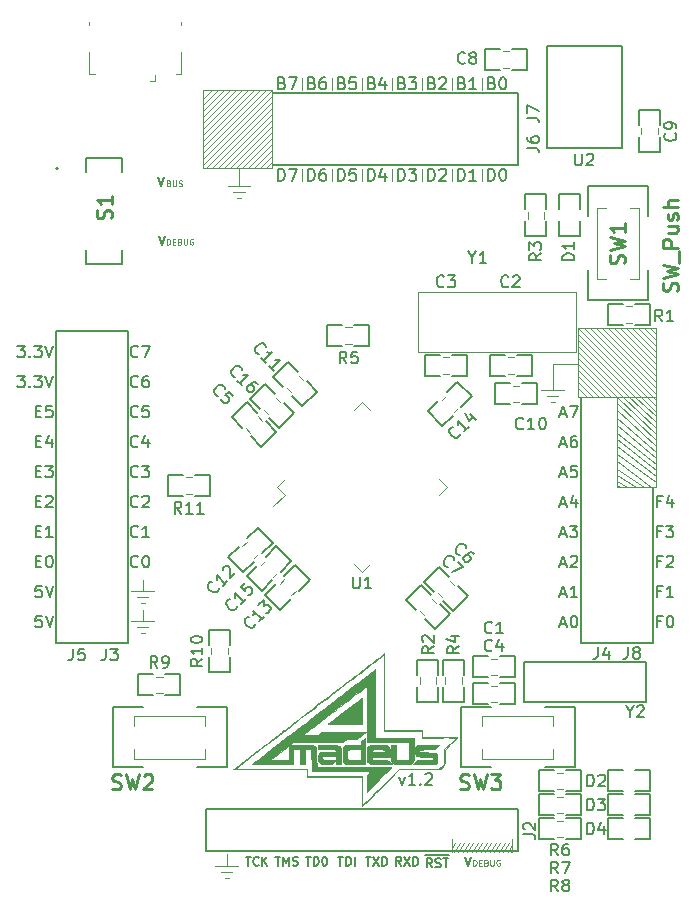
<source format=gbr>
G04 #@! TF.GenerationSoftware,KiCad,Pcbnew,(5.1.5)-3*
G04 #@! TF.CreationDate,2020-01-04T01:11:27+07:00*
G04 #@! TF.ProjectId,main,6d61696e-2e6b-4696-9361-645f70636258,1.2*
G04 #@! TF.SameCoordinates,Original*
G04 #@! TF.FileFunction,Legend,Top*
G04 #@! TF.FilePolarity,Positive*
%FSLAX46Y46*%
G04 Gerber Fmt 4.6, Leading zero omitted, Abs format (unit mm)*
G04 Created by KiCad (PCBNEW (5.1.5)-3) date 2020-01-04 01:11:27*
%MOMM*%
%LPD*%
G04 APERTURE LIST*
%ADD10C,0.120000*%
%ADD11C,0.150000*%
%ADD12C,0.125000*%
%ADD13C,0.085000*%
%ADD14C,0.200000*%
%ADD15C,0.100000*%
%ADD16C,0.010000*%
%ADD17C,0.254000*%
G04 APERTURE END LIST*
D10*
X145500000Y-81750000D02*
X144700000Y-81750000D01*
X145500000Y-86850000D02*
X144700000Y-86850000D01*
X144700000Y-86850000D02*
X144700000Y-81750000D01*
X156100000Y-87900000D02*
X158242000Y-87900000D01*
X156100000Y-89112700D02*
X156100000Y-87900000D01*
X129540000Y-71894700D02*
X129540000Y-71297800D01*
D11*
X122686000Y-72073285D02*
X122936000Y-72823285D01*
X123186000Y-72073285D01*
D12*
X123594809Y-72575285D02*
X123666237Y-72599095D01*
X123690047Y-72622904D01*
X123713856Y-72670523D01*
X123713856Y-72741952D01*
X123690047Y-72789571D01*
X123666237Y-72813380D01*
X123618618Y-72837190D01*
X123428142Y-72837190D01*
X123428142Y-72337190D01*
X123594809Y-72337190D01*
X123642428Y-72361000D01*
X123666237Y-72384809D01*
X123690047Y-72432428D01*
X123690047Y-72480047D01*
X123666237Y-72527666D01*
X123642428Y-72551476D01*
X123594809Y-72575285D01*
X123428142Y-72575285D01*
X123928142Y-72337190D02*
X123928142Y-72741952D01*
X123951952Y-72789571D01*
X123975761Y-72813380D01*
X124023380Y-72837190D01*
X124118618Y-72837190D01*
X124166237Y-72813380D01*
X124190047Y-72789571D01*
X124213856Y-72741952D01*
X124213856Y-72337190D01*
X124428142Y-72813380D02*
X124499571Y-72837190D01*
X124618618Y-72837190D01*
X124666237Y-72813380D01*
X124690047Y-72789571D01*
X124713856Y-72741952D01*
X124713856Y-72694333D01*
X124690047Y-72646714D01*
X124666237Y-72622904D01*
X124618618Y-72599095D01*
X124523380Y-72575285D01*
X124475761Y-72551476D01*
X124451952Y-72527666D01*
X124428142Y-72480047D01*
X124428142Y-72432428D01*
X124451952Y-72384809D01*
X124475761Y-72361000D01*
X124523380Y-72337190D01*
X124642428Y-72337190D01*
X124713856Y-72361000D01*
D11*
X122813000Y-77026285D02*
X123063000Y-77776285D01*
X123313000Y-77026285D01*
D12*
X123428142Y-77790190D02*
X123428142Y-77290190D01*
X123547190Y-77290190D01*
X123618618Y-77314000D01*
X123666237Y-77361619D01*
X123690047Y-77409238D01*
X123713856Y-77504476D01*
X123713856Y-77575904D01*
X123690047Y-77671142D01*
X123666237Y-77718761D01*
X123618618Y-77766380D01*
X123547190Y-77790190D01*
X123428142Y-77790190D01*
X123928142Y-77528285D02*
X124094809Y-77528285D01*
X124166237Y-77790190D02*
X123928142Y-77790190D01*
X123928142Y-77290190D01*
X124166237Y-77290190D01*
X124547190Y-77528285D02*
X124618618Y-77552095D01*
X124642428Y-77575904D01*
X124666237Y-77623523D01*
X124666237Y-77694952D01*
X124642428Y-77742571D01*
X124618618Y-77766380D01*
X124570999Y-77790190D01*
X124380523Y-77790190D01*
X124380523Y-77290190D01*
X124547190Y-77290190D01*
X124594809Y-77314000D01*
X124618618Y-77337809D01*
X124642428Y-77385428D01*
X124642428Y-77433047D01*
X124618618Y-77480666D01*
X124594809Y-77504476D01*
X124547190Y-77528285D01*
X124380523Y-77528285D01*
X124880523Y-77290190D02*
X124880523Y-77694952D01*
X124904332Y-77742571D01*
X124928142Y-77766380D01*
X124975761Y-77790190D01*
X125070999Y-77790190D01*
X125118618Y-77766380D01*
X125142428Y-77742571D01*
X125166237Y-77694952D01*
X125166237Y-77290190D01*
X125666237Y-77314000D02*
X125618618Y-77290190D01*
X125547190Y-77290190D01*
X125475761Y-77314000D01*
X125428142Y-77361619D01*
X125404332Y-77409238D01*
X125380523Y-77504476D01*
X125380523Y-77575904D01*
X125404332Y-77671142D01*
X125428142Y-77718761D01*
X125475761Y-77766380D01*
X125547190Y-77790190D01*
X125594809Y-77790190D01*
X125666237Y-77766380D01*
X125690047Y-77742571D01*
X125690047Y-77575904D01*
X125594809Y-77575904D01*
D11*
X148439238Y-64096571D02*
X148582095Y-64144190D01*
X148629714Y-64191809D01*
X148677333Y-64287047D01*
X148677333Y-64429904D01*
X148629714Y-64525142D01*
X148582095Y-64572761D01*
X148486857Y-64620380D01*
X148105904Y-64620380D01*
X148105904Y-63620380D01*
X148439238Y-63620380D01*
X148534476Y-63668000D01*
X148582095Y-63715619D01*
X148629714Y-63810857D01*
X148629714Y-63906095D01*
X148582095Y-64001333D01*
X148534476Y-64048952D01*
X148439238Y-64096571D01*
X148105904Y-64096571D01*
X149629714Y-64620380D02*
X149058285Y-64620380D01*
X149344000Y-64620380D02*
X149344000Y-63620380D01*
X149248761Y-63763238D01*
X149153523Y-63858476D01*
X149058285Y-63906095D01*
X150979238Y-64096571D02*
X151122095Y-64144190D01*
X151169714Y-64191809D01*
X151217333Y-64287047D01*
X151217333Y-64429904D01*
X151169714Y-64525142D01*
X151122095Y-64572761D01*
X151026857Y-64620380D01*
X150645904Y-64620380D01*
X150645904Y-63620380D01*
X150979238Y-63620380D01*
X151074476Y-63668000D01*
X151122095Y-63715619D01*
X151169714Y-63810857D01*
X151169714Y-63906095D01*
X151122095Y-64001333D01*
X151074476Y-64048952D01*
X150979238Y-64096571D01*
X150645904Y-64096571D01*
X151836380Y-63620380D02*
X151931619Y-63620380D01*
X152026857Y-63668000D01*
X152074476Y-63715619D01*
X152122095Y-63810857D01*
X152169714Y-64001333D01*
X152169714Y-64239428D01*
X152122095Y-64429904D01*
X152074476Y-64525142D01*
X152026857Y-64572761D01*
X151931619Y-64620380D01*
X151836380Y-64620380D01*
X151741142Y-64572761D01*
X151693523Y-64525142D01*
X151645904Y-64429904D01*
X151598285Y-64239428D01*
X151598285Y-64001333D01*
X151645904Y-63810857D01*
X151693523Y-63715619D01*
X151741142Y-63668000D01*
X151836380Y-63620380D01*
X135739238Y-64096571D02*
X135882095Y-64144190D01*
X135929714Y-64191809D01*
X135977333Y-64287047D01*
X135977333Y-64429904D01*
X135929714Y-64525142D01*
X135882095Y-64572761D01*
X135786857Y-64620380D01*
X135405904Y-64620380D01*
X135405904Y-63620380D01*
X135739238Y-63620380D01*
X135834476Y-63668000D01*
X135882095Y-63715619D01*
X135929714Y-63810857D01*
X135929714Y-63906095D01*
X135882095Y-64001333D01*
X135834476Y-64048952D01*
X135739238Y-64096571D01*
X135405904Y-64096571D01*
X136834476Y-63620380D02*
X136644000Y-63620380D01*
X136548761Y-63668000D01*
X136501142Y-63715619D01*
X136405904Y-63858476D01*
X136358285Y-64048952D01*
X136358285Y-64429904D01*
X136405904Y-64525142D01*
X136453523Y-64572761D01*
X136548761Y-64620380D01*
X136739238Y-64620380D01*
X136834476Y-64572761D01*
X136882095Y-64525142D01*
X136929714Y-64429904D01*
X136929714Y-64191809D01*
X136882095Y-64096571D01*
X136834476Y-64048952D01*
X136739238Y-64001333D01*
X136548761Y-64001333D01*
X136453523Y-64048952D01*
X136405904Y-64096571D01*
X136358285Y-64191809D01*
X112339523Y-104576571D02*
X112672857Y-104576571D01*
X112815714Y-105100380D02*
X112339523Y-105100380D01*
X112339523Y-104100380D01*
X112815714Y-104100380D01*
X113434761Y-104100380D02*
X113530000Y-104100380D01*
X113625238Y-104148000D01*
X113672857Y-104195619D01*
X113720476Y-104290857D01*
X113768095Y-104481333D01*
X113768095Y-104719428D01*
X113720476Y-104909904D01*
X113672857Y-105005142D01*
X113625238Y-105052761D01*
X113530000Y-105100380D01*
X113434761Y-105100380D01*
X113339523Y-105052761D01*
X113291904Y-105005142D01*
X113244285Y-104909904D01*
X113196666Y-104719428D01*
X113196666Y-104481333D01*
X113244285Y-104290857D01*
X113291904Y-104195619D01*
X113339523Y-104148000D01*
X113434761Y-104100380D01*
X145899238Y-64096571D02*
X146042095Y-64144190D01*
X146089714Y-64191809D01*
X146137333Y-64287047D01*
X146137333Y-64429904D01*
X146089714Y-64525142D01*
X146042095Y-64572761D01*
X145946857Y-64620380D01*
X145565904Y-64620380D01*
X145565904Y-63620380D01*
X145899238Y-63620380D01*
X145994476Y-63668000D01*
X146042095Y-63715619D01*
X146089714Y-63810857D01*
X146089714Y-63906095D01*
X146042095Y-64001333D01*
X145994476Y-64048952D01*
X145899238Y-64096571D01*
X145565904Y-64096571D01*
X146518285Y-63715619D02*
X146565904Y-63668000D01*
X146661142Y-63620380D01*
X146899238Y-63620380D01*
X146994476Y-63668000D01*
X147042095Y-63715619D01*
X147089714Y-63810857D01*
X147089714Y-63906095D01*
X147042095Y-64048952D01*
X146470666Y-64620380D01*
X147089714Y-64620380D01*
X143359238Y-64096571D02*
X143502095Y-64144190D01*
X143549714Y-64191809D01*
X143597333Y-64287047D01*
X143597333Y-64429904D01*
X143549714Y-64525142D01*
X143502095Y-64572761D01*
X143406857Y-64620380D01*
X143025904Y-64620380D01*
X143025904Y-63620380D01*
X143359238Y-63620380D01*
X143454476Y-63668000D01*
X143502095Y-63715619D01*
X143549714Y-63810857D01*
X143549714Y-63906095D01*
X143502095Y-64001333D01*
X143454476Y-64048952D01*
X143359238Y-64096571D01*
X143025904Y-64096571D01*
X143930666Y-63620380D02*
X144549714Y-63620380D01*
X144216380Y-64001333D01*
X144359238Y-64001333D01*
X144454476Y-64048952D01*
X144502095Y-64096571D01*
X144549714Y-64191809D01*
X144549714Y-64429904D01*
X144502095Y-64525142D01*
X144454476Y-64572761D01*
X144359238Y-64620380D01*
X144073523Y-64620380D01*
X143978285Y-64572761D01*
X143930666Y-64525142D01*
X112339523Y-94416571D02*
X112672857Y-94416571D01*
X112815714Y-94940380D02*
X112339523Y-94940380D01*
X112339523Y-93940380D01*
X112815714Y-93940380D01*
X113672857Y-94273714D02*
X113672857Y-94940380D01*
X113434761Y-93892761D02*
X113196666Y-94607047D01*
X113815714Y-94607047D01*
X140819238Y-64096571D02*
X140962095Y-64144190D01*
X141009714Y-64191809D01*
X141057333Y-64287047D01*
X141057333Y-64429904D01*
X141009714Y-64525142D01*
X140962095Y-64572761D01*
X140866857Y-64620380D01*
X140485904Y-64620380D01*
X140485904Y-63620380D01*
X140819238Y-63620380D01*
X140914476Y-63668000D01*
X140962095Y-63715619D01*
X141009714Y-63810857D01*
X141009714Y-63906095D01*
X140962095Y-64001333D01*
X140914476Y-64048952D01*
X140819238Y-64096571D01*
X140485904Y-64096571D01*
X141914476Y-63953714D02*
X141914476Y-64620380D01*
X141676380Y-63572761D02*
X141438285Y-64287047D01*
X142057333Y-64287047D01*
X112339523Y-99496571D02*
X112672857Y-99496571D01*
X112815714Y-100020380D02*
X112339523Y-100020380D01*
X112339523Y-99020380D01*
X112815714Y-99020380D01*
X113196666Y-99115619D02*
X113244285Y-99068000D01*
X113339523Y-99020380D01*
X113577619Y-99020380D01*
X113672857Y-99068000D01*
X113720476Y-99115619D01*
X113768095Y-99210857D01*
X113768095Y-99306095D01*
X113720476Y-99448952D01*
X113149047Y-100020380D01*
X113768095Y-100020380D01*
X112339523Y-102036571D02*
X112672857Y-102036571D01*
X112815714Y-102560380D02*
X112339523Y-102560380D01*
X112339523Y-101560380D01*
X112815714Y-101560380D01*
X113768095Y-102560380D02*
X113196666Y-102560380D01*
X113482380Y-102560380D02*
X113482380Y-101560380D01*
X113387142Y-101703238D01*
X113291904Y-101798476D01*
X113196666Y-101846095D01*
X133199238Y-64096571D02*
X133342095Y-64144190D01*
X133389714Y-64191809D01*
X133437333Y-64287047D01*
X133437333Y-64429904D01*
X133389714Y-64525142D01*
X133342095Y-64572761D01*
X133246857Y-64620380D01*
X132865904Y-64620380D01*
X132865904Y-63620380D01*
X133199238Y-63620380D01*
X133294476Y-63668000D01*
X133342095Y-63715619D01*
X133389714Y-63810857D01*
X133389714Y-63906095D01*
X133342095Y-64001333D01*
X133294476Y-64048952D01*
X133199238Y-64096571D01*
X132865904Y-64096571D01*
X133770666Y-63620380D02*
X134437333Y-63620380D01*
X134008761Y-64620380D01*
X138279238Y-64096571D02*
X138422095Y-64144190D01*
X138469714Y-64191809D01*
X138517333Y-64287047D01*
X138517333Y-64429904D01*
X138469714Y-64525142D01*
X138422095Y-64572761D01*
X138326857Y-64620380D01*
X137945904Y-64620380D01*
X137945904Y-63620380D01*
X138279238Y-63620380D01*
X138374476Y-63668000D01*
X138422095Y-63715619D01*
X138469714Y-63810857D01*
X138469714Y-63906095D01*
X138422095Y-64001333D01*
X138374476Y-64048952D01*
X138279238Y-64096571D01*
X137945904Y-64096571D01*
X139422095Y-63620380D02*
X138945904Y-63620380D01*
X138898285Y-64096571D01*
X138945904Y-64048952D01*
X139041142Y-64001333D01*
X139279238Y-64001333D01*
X139374476Y-64048952D01*
X139422095Y-64096571D01*
X139469714Y-64191809D01*
X139469714Y-64429904D01*
X139422095Y-64525142D01*
X139374476Y-64572761D01*
X139279238Y-64620380D01*
X139041142Y-64620380D01*
X138945904Y-64572761D01*
X138898285Y-64525142D01*
X112339523Y-96956571D02*
X112672857Y-96956571D01*
X112815714Y-97480380D02*
X112339523Y-97480380D01*
X112339523Y-96480380D01*
X112815714Y-96480380D01*
X113149047Y-96480380D02*
X113768095Y-96480380D01*
X113434761Y-96861333D01*
X113577619Y-96861333D01*
X113672857Y-96908952D01*
X113720476Y-96956571D01*
X113768095Y-97051809D01*
X113768095Y-97289904D01*
X113720476Y-97385142D01*
X113672857Y-97432761D01*
X113577619Y-97480380D01*
X113291904Y-97480380D01*
X113196666Y-97432761D01*
X113149047Y-97385142D01*
X120991333Y-94845142D02*
X120943714Y-94892761D01*
X120800857Y-94940380D01*
X120705619Y-94940380D01*
X120562761Y-94892761D01*
X120467523Y-94797523D01*
X120419904Y-94702285D01*
X120372285Y-94511809D01*
X120372285Y-94368952D01*
X120419904Y-94178476D01*
X120467523Y-94083238D01*
X120562761Y-93988000D01*
X120705619Y-93940380D01*
X120800857Y-93940380D01*
X120943714Y-93988000D01*
X120991333Y-94035619D01*
X121848476Y-94273714D02*
X121848476Y-94940380D01*
X121610380Y-93892761D02*
X121372285Y-94607047D01*
X121991333Y-94607047D01*
X120991333Y-87225142D02*
X120943714Y-87272761D01*
X120800857Y-87320380D01*
X120705619Y-87320380D01*
X120562761Y-87272761D01*
X120467523Y-87177523D01*
X120419904Y-87082285D01*
X120372285Y-86891809D01*
X120372285Y-86748952D01*
X120419904Y-86558476D01*
X120467523Y-86463238D01*
X120562761Y-86368000D01*
X120705619Y-86320380D01*
X120800857Y-86320380D01*
X120943714Y-86368000D01*
X120991333Y-86415619D01*
X121324666Y-86320380D02*
X121991333Y-86320380D01*
X121562761Y-87320380D01*
X120991333Y-102465142D02*
X120943714Y-102512761D01*
X120800857Y-102560380D01*
X120705619Y-102560380D01*
X120562761Y-102512761D01*
X120467523Y-102417523D01*
X120419904Y-102322285D01*
X120372285Y-102131809D01*
X120372285Y-101988952D01*
X120419904Y-101798476D01*
X120467523Y-101703238D01*
X120562761Y-101608000D01*
X120705619Y-101560380D01*
X120800857Y-101560380D01*
X120943714Y-101608000D01*
X120991333Y-101655619D01*
X121943714Y-102560380D02*
X121372285Y-102560380D01*
X121658000Y-102560380D02*
X121658000Y-101560380D01*
X121562761Y-101703238D01*
X121467523Y-101798476D01*
X121372285Y-101846095D01*
X165274666Y-102036571D02*
X164941333Y-102036571D01*
X164941333Y-102560380D02*
X164941333Y-101560380D01*
X165417523Y-101560380D01*
X165703238Y-101560380D02*
X166322285Y-101560380D01*
X165988952Y-101941333D01*
X166131809Y-101941333D01*
X166227047Y-101988952D01*
X166274666Y-102036571D01*
X166322285Y-102131809D01*
X166322285Y-102369904D01*
X166274666Y-102465142D01*
X166227047Y-102512761D01*
X166131809Y-102560380D01*
X165846095Y-102560380D01*
X165750857Y-102512761D01*
X165703238Y-102465142D01*
X156765714Y-92114666D02*
X157241904Y-92114666D01*
X156670476Y-92400380D02*
X157003809Y-91400380D01*
X157337142Y-92400380D01*
X157575238Y-91400380D02*
X158241904Y-91400380D01*
X157813333Y-92400380D01*
X156765714Y-97194666D02*
X157241904Y-97194666D01*
X156670476Y-97480380D02*
X157003809Y-96480380D01*
X157337142Y-97480380D01*
X158146666Y-96480380D02*
X157670476Y-96480380D01*
X157622857Y-96956571D01*
X157670476Y-96908952D01*
X157765714Y-96861333D01*
X158003809Y-96861333D01*
X158099047Y-96908952D01*
X158146666Y-96956571D01*
X158194285Y-97051809D01*
X158194285Y-97289904D01*
X158146666Y-97385142D01*
X158099047Y-97432761D01*
X158003809Y-97480380D01*
X157765714Y-97480380D01*
X157670476Y-97432761D01*
X157622857Y-97385142D01*
X140277571Y-129604285D02*
X140706142Y-129604285D01*
X140491857Y-130354285D02*
X140491857Y-129604285D01*
X140884714Y-129604285D02*
X141384714Y-130354285D01*
X141384714Y-129604285D02*
X140884714Y-130354285D01*
X141670428Y-130354285D02*
X141670428Y-129604285D01*
X141849000Y-129604285D01*
X141956142Y-129640000D01*
X142027571Y-129711428D01*
X142063285Y-129782857D01*
X142099000Y-129925714D01*
X142099000Y-130032857D01*
X142063285Y-130175714D01*
X142027571Y-130247142D01*
X141956142Y-130318571D01*
X141849000Y-130354285D01*
X141670428Y-130354285D01*
X110791809Y-88860380D02*
X111410857Y-88860380D01*
X111077523Y-89241333D01*
X111220380Y-89241333D01*
X111315619Y-89288952D01*
X111363238Y-89336571D01*
X111410857Y-89431809D01*
X111410857Y-89669904D01*
X111363238Y-89765142D01*
X111315619Y-89812761D01*
X111220380Y-89860380D01*
X110934666Y-89860380D01*
X110839428Y-89812761D01*
X110791809Y-89765142D01*
X111839428Y-89765142D02*
X111887047Y-89812761D01*
X111839428Y-89860380D01*
X111791809Y-89812761D01*
X111839428Y-89765142D01*
X111839428Y-89860380D01*
X112220380Y-88860380D02*
X112839428Y-88860380D01*
X112506095Y-89241333D01*
X112648952Y-89241333D01*
X112744190Y-89288952D01*
X112791809Y-89336571D01*
X112839428Y-89431809D01*
X112839428Y-89669904D01*
X112791809Y-89765142D01*
X112744190Y-89812761D01*
X112648952Y-89860380D01*
X112363238Y-89860380D01*
X112268000Y-89812761D01*
X112220380Y-89765142D01*
X113125142Y-88860380D02*
X113458476Y-89860380D01*
X113791809Y-88860380D01*
X110791809Y-86320380D02*
X111410857Y-86320380D01*
X111077523Y-86701333D01*
X111220380Y-86701333D01*
X111315619Y-86748952D01*
X111363238Y-86796571D01*
X111410857Y-86891809D01*
X111410857Y-87129904D01*
X111363238Y-87225142D01*
X111315619Y-87272761D01*
X111220380Y-87320380D01*
X110934666Y-87320380D01*
X110839428Y-87272761D01*
X110791809Y-87225142D01*
X111839428Y-87225142D02*
X111887047Y-87272761D01*
X111839428Y-87320380D01*
X111791809Y-87272761D01*
X111839428Y-87225142D01*
X111839428Y-87320380D01*
X112220380Y-86320380D02*
X112839428Y-86320380D01*
X112506095Y-86701333D01*
X112648952Y-86701333D01*
X112744190Y-86748952D01*
X112791809Y-86796571D01*
X112839428Y-86891809D01*
X112839428Y-87129904D01*
X112791809Y-87225142D01*
X112744190Y-87272761D01*
X112648952Y-87320380D01*
X112363238Y-87320380D01*
X112268000Y-87272761D01*
X112220380Y-87225142D01*
X113125142Y-86320380D02*
X113458476Y-87320380D01*
X113791809Y-86320380D01*
X143097428Y-122848714D02*
X143335523Y-123515380D01*
X143573619Y-122848714D01*
X144478380Y-123515380D02*
X143906952Y-123515380D01*
X144192666Y-123515380D02*
X144192666Y-122515380D01*
X144097428Y-122658238D01*
X144002190Y-122753476D01*
X143906952Y-122801095D01*
X144906952Y-123420142D02*
X144954571Y-123467761D01*
X144906952Y-123515380D01*
X144859333Y-123467761D01*
X144906952Y-123420142D01*
X144906952Y-123515380D01*
X145335523Y-122610619D02*
X145383142Y-122563000D01*
X145478380Y-122515380D01*
X145716476Y-122515380D01*
X145811714Y-122563000D01*
X145859333Y-122610619D01*
X145906952Y-122705857D01*
X145906952Y-122801095D01*
X145859333Y-122943952D01*
X145287904Y-123515380D01*
X145906952Y-123515380D01*
X165274666Y-107116571D02*
X164941333Y-107116571D01*
X164941333Y-107640380D02*
X164941333Y-106640380D01*
X165417523Y-106640380D01*
X166322285Y-107640380D02*
X165750857Y-107640380D01*
X166036571Y-107640380D02*
X166036571Y-106640380D01*
X165941333Y-106783238D01*
X165846095Y-106878476D01*
X165750857Y-106926095D01*
X165274666Y-109656571D02*
X164941333Y-109656571D01*
X164941333Y-110180380D02*
X164941333Y-109180380D01*
X165417523Y-109180380D01*
X165988952Y-109180380D02*
X166084190Y-109180380D01*
X166179428Y-109228000D01*
X166227047Y-109275619D01*
X166274666Y-109370857D01*
X166322285Y-109561333D01*
X166322285Y-109799428D01*
X166274666Y-109989904D01*
X166227047Y-110085142D01*
X166179428Y-110132761D01*
X166084190Y-110180380D01*
X165988952Y-110180380D01*
X165893714Y-110132761D01*
X165846095Y-110085142D01*
X165798476Y-109989904D01*
X165750857Y-109799428D01*
X165750857Y-109561333D01*
X165798476Y-109370857D01*
X165846095Y-109275619D01*
X165893714Y-109228000D01*
X165988952Y-109180380D01*
X130099714Y-129604285D02*
X130528285Y-129604285D01*
X130314000Y-130354285D02*
X130314000Y-129604285D01*
X131206857Y-130282857D02*
X131171142Y-130318571D01*
X131064000Y-130354285D01*
X130992571Y-130354285D01*
X130885428Y-130318571D01*
X130814000Y-130247142D01*
X130778285Y-130175714D01*
X130742571Y-130032857D01*
X130742571Y-129925714D01*
X130778285Y-129782857D01*
X130814000Y-129711428D01*
X130885428Y-129640000D01*
X130992571Y-129604285D01*
X131064000Y-129604285D01*
X131171142Y-129640000D01*
X131206857Y-129675714D01*
X131528285Y-130354285D02*
X131528285Y-129604285D01*
X131956857Y-130354285D02*
X131635428Y-129925714D01*
X131956857Y-129604285D02*
X131528285Y-130032857D01*
X135197571Y-129604285D02*
X135626142Y-129604285D01*
X135411857Y-130354285D02*
X135411857Y-129604285D01*
X135876142Y-130354285D02*
X135876142Y-129604285D01*
X136054714Y-129604285D01*
X136161857Y-129640000D01*
X136233285Y-129711428D01*
X136269000Y-129782857D01*
X136304714Y-129925714D01*
X136304714Y-130032857D01*
X136269000Y-130175714D01*
X136233285Y-130247142D01*
X136161857Y-130318571D01*
X136054714Y-130354285D01*
X135876142Y-130354285D01*
X136769000Y-129604285D02*
X136840428Y-129604285D01*
X136911857Y-129640000D01*
X136947571Y-129675714D01*
X136983285Y-129747142D01*
X137019000Y-129890000D01*
X137019000Y-130068571D01*
X136983285Y-130211428D01*
X136947571Y-130282857D01*
X136911857Y-130318571D01*
X136840428Y-130354285D01*
X136769000Y-130354285D01*
X136697571Y-130318571D01*
X136661857Y-130282857D01*
X136626142Y-130211428D01*
X136590428Y-130068571D01*
X136590428Y-129890000D01*
X136626142Y-129747142D01*
X136661857Y-129675714D01*
X136697571Y-129640000D01*
X136769000Y-129604285D01*
X137916142Y-129604285D02*
X138344714Y-129604285D01*
X138130428Y-130354285D02*
X138130428Y-129604285D01*
X138594714Y-130354285D02*
X138594714Y-129604285D01*
X138773285Y-129604285D01*
X138880428Y-129640000D01*
X138951857Y-129711428D01*
X138987571Y-129782857D01*
X139023285Y-129925714D01*
X139023285Y-130032857D01*
X138987571Y-130175714D01*
X138951857Y-130247142D01*
X138880428Y-130318571D01*
X138773285Y-130354285D01*
X138594714Y-130354285D01*
X139344714Y-130354285D02*
X139344714Y-129604285D01*
X145286142Y-129414600D02*
X146036142Y-129414600D01*
X145893285Y-130488885D02*
X145643285Y-130131742D01*
X145464714Y-130488885D02*
X145464714Y-129738885D01*
X145750428Y-129738885D01*
X145821857Y-129774600D01*
X145857571Y-129810314D01*
X145893285Y-129881742D01*
X145893285Y-129988885D01*
X145857571Y-130060314D01*
X145821857Y-130096028D01*
X145750428Y-130131742D01*
X145464714Y-130131742D01*
X146036142Y-129414600D02*
X146750428Y-129414600D01*
X146179000Y-130453171D02*
X146286142Y-130488885D01*
X146464714Y-130488885D01*
X146536142Y-130453171D01*
X146571857Y-130417457D01*
X146607571Y-130346028D01*
X146607571Y-130274600D01*
X146571857Y-130203171D01*
X146536142Y-130167457D01*
X146464714Y-130131742D01*
X146321857Y-130096028D01*
X146250428Y-130060314D01*
X146214714Y-130024600D01*
X146179000Y-129953171D01*
X146179000Y-129881742D01*
X146214714Y-129810314D01*
X146250428Y-129774600D01*
X146321857Y-129738885D01*
X146500428Y-129738885D01*
X146607571Y-129774600D01*
X146750428Y-129414600D02*
X147321857Y-129414600D01*
X146821857Y-129738885D02*
X147250428Y-129738885D01*
X147036142Y-130488885D02*
X147036142Y-129738885D01*
D12*
X149375952Y-130368190D02*
X149375952Y-129868190D01*
X149495000Y-129868190D01*
X149566428Y-129892000D01*
X149614047Y-129939619D01*
X149637857Y-129987238D01*
X149661666Y-130082476D01*
X149661666Y-130153904D01*
X149637857Y-130249142D01*
X149614047Y-130296761D01*
X149566428Y-130344380D01*
X149495000Y-130368190D01*
X149375952Y-130368190D01*
X149875952Y-130106285D02*
X150042619Y-130106285D01*
X150114047Y-130368190D02*
X149875952Y-130368190D01*
X149875952Y-129868190D01*
X150114047Y-129868190D01*
X150495000Y-130106285D02*
X150566428Y-130130095D01*
X150590238Y-130153904D01*
X150614047Y-130201523D01*
X150614047Y-130272952D01*
X150590238Y-130320571D01*
X150566428Y-130344380D01*
X150518809Y-130368190D01*
X150328333Y-130368190D01*
X150328333Y-129868190D01*
X150495000Y-129868190D01*
X150542619Y-129892000D01*
X150566428Y-129915809D01*
X150590238Y-129963428D01*
X150590238Y-130011047D01*
X150566428Y-130058666D01*
X150542619Y-130082476D01*
X150495000Y-130106285D01*
X150328333Y-130106285D01*
X150828333Y-129868190D02*
X150828333Y-130272952D01*
X150852142Y-130320571D01*
X150875952Y-130344380D01*
X150923571Y-130368190D01*
X151018809Y-130368190D01*
X151066428Y-130344380D01*
X151090238Y-130320571D01*
X151114047Y-130272952D01*
X151114047Y-129868190D01*
X151614047Y-129892000D02*
X151566428Y-129868190D01*
X151495000Y-129868190D01*
X151423571Y-129892000D01*
X151375952Y-129939619D01*
X151352142Y-129987238D01*
X151328333Y-130082476D01*
X151328333Y-130153904D01*
X151352142Y-130249142D01*
X151375952Y-130296761D01*
X151423571Y-130344380D01*
X151495000Y-130368190D01*
X151542619Y-130368190D01*
X151614047Y-130344380D01*
X151637857Y-130320571D01*
X151637857Y-130153904D01*
X151542619Y-130153904D01*
D11*
X112339523Y-91876571D02*
X112672857Y-91876571D01*
X112815714Y-92400380D02*
X112339523Y-92400380D01*
X112339523Y-91400380D01*
X112815714Y-91400380D01*
X113720476Y-91400380D02*
X113244285Y-91400380D01*
X113196666Y-91876571D01*
X113244285Y-91828952D01*
X113339523Y-91781333D01*
X113577619Y-91781333D01*
X113672857Y-91828952D01*
X113720476Y-91876571D01*
X113768095Y-91971809D01*
X113768095Y-92209904D01*
X113720476Y-92305142D01*
X113672857Y-92352761D01*
X113577619Y-92400380D01*
X113339523Y-92400380D01*
X113244285Y-92352761D01*
X113196666Y-92305142D01*
X132865904Y-72367380D02*
X132865904Y-71367380D01*
X133104000Y-71367380D01*
X133246857Y-71415000D01*
X133342095Y-71510238D01*
X133389714Y-71605476D01*
X133437333Y-71795952D01*
X133437333Y-71938809D01*
X133389714Y-72129285D01*
X133342095Y-72224523D01*
X133246857Y-72319761D01*
X133104000Y-72367380D01*
X132865904Y-72367380D01*
X133770666Y-71367380D02*
X134437333Y-71367380D01*
X134008761Y-72367380D01*
X143025904Y-72367380D02*
X143025904Y-71367380D01*
X143264000Y-71367380D01*
X143406857Y-71415000D01*
X143502095Y-71510238D01*
X143549714Y-71605476D01*
X143597333Y-71795952D01*
X143597333Y-71938809D01*
X143549714Y-72129285D01*
X143502095Y-72224523D01*
X143406857Y-72319761D01*
X143264000Y-72367380D01*
X143025904Y-72367380D01*
X143930666Y-71367380D02*
X144549714Y-71367380D01*
X144216380Y-71748333D01*
X144359238Y-71748333D01*
X144454476Y-71795952D01*
X144502095Y-71843571D01*
X144549714Y-71938809D01*
X144549714Y-72176904D01*
X144502095Y-72272142D01*
X144454476Y-72319761D01*
X144359238Y-72367380D01*
X144073523Y-72367380D01*
X143978285Y-72319761D01*
X143930666Y-72272142D01*
X156765714Y-109894666D02*
X157241904Y-109894666D01*
X156670476Y-110180380D02*
X157003809Y-109180380D01*
X157337142Y-110180380D01*
X157860952Y-109180380D02*
X157956190Y-109180380D01*
X158051428Y-109228000D01*
X158099047Y-109275619D01*
X158146666Y-109370857D01*
X158194285Y-109561333D01*
X158194285Y-109799428D01*
X158146666Y-109989904D01*
X158099047Y-110085142D01*
X158051428Y-110132761D01*
X157956190Y-110180380D01*
X157860952Y-110180380D01*
X157765714Y-110132761D01*
X157718095Y-110085142D01*
X157670476Y-109989904D01*
X157622857Y-109799428D01*
X157622857Y-109561333D01*
X157670476Y-109370857D01*
X157718095Y-109275619D01*
X157765714Y-109228000D01*
X157860952Y-109180380D01*
X165274666Y-104576571D02*
X164941333Y-104576571D01*
X164941333Y-105100380D02*
X164941333Y-104100380D01*
X165417523Y-104100380D01*
X165750857Y-104195619D02*
X165798476Y-104148000D01*
X165893714Y-104100380D01*
X166131809Y-104100380D01*
X166227047Y-104148000D01*
X166274666Y-104195619D01*
X166322285Y-104290857D01*
X166322285Y-104386095D01*
X166274666Y-104528952D01*
X165703238Y-105100380D01*
X166322285Y-105100380D01*
X156765714Y-104814666D02*
X157241904Y-104814666D01*
X156670476Y-105100380D02*
X157003809Y-104100380D01*
X157337142Y-105100380D01*
X157622857Y-104195619D02*
X157670476Y-104148000D01*
X157765714Y-104100380D01*
X158003809Y-104100380D01*
X158099047Y-104148000D01*
X158146666Y-104195619D01*
X158194285Y-104290857D01*
X158194285Y-104386095D01*
X158146666Y-104528952D01*
X157575238Y-105100380D01*
X158194285Y-105100380D01*
X156765714Y-102274666D02*
X157241904Y-102274666D01*
X156670476Y-102560380D02*
X157003809Y-101560380D01*
X157337142Y-102560380D01*
X157575238Y-101560380D02*
X158194285Y-101560380D01*
X157860952Y-101941333D01*
X158003809Y-101941333D01*
X158099047Y-101988952D01*
X158146666Y-102036571D01*
X158194285Y-102131809D01*
X158194285Y-102369904D01*
X158146666Y-102465142D01*
X158099047Y-102512761D01*
X158003809Y-102560380D01*
X157718095Y-102560380D01*
X157622857Y-102512761D01*
X157575238Y-102465142D01*
X148721000Y-129604285D02*
X148971000Y-130354285D01*
X149221000Y-129604285D01*
X112839523Y-106640380D02*
X112363333Y-106640380D01*
X112315714Y-107116571D01*
X112363333Y-107068952D01*
X112458571Y-107021333D01*
X112696666Y-107021333D01*
X112791904Y-107068952D01*
X112839523Y-107116571D01*
X112887142Y-107211809D01*
X112887142Y-107449904D01*
X112839523Y-107545142D01*
X112791904Y-107592761D01*
X112696666Y-107640380D01*
X112458571Y-107640380D01*
X112363333Y-107592761D01*
X112315714Y-107545142D01*
X113172857Y-106640380D02*
X113506190Y-107640380D01*
X113839523Y-106640380D01*
X150645904Y-72367380D02*
X150645904Y-71367380D01*
X150884000Y-71367380D01*
X151026857Y-71415000D01*
X151122095Y-71510238D01*
X151169714Y-71605476D01*
X151217333Y-71795952D01*
X151217333Y-71938809D01*
X151169714Y-72129285D01*
X151122095Y-72224523D01*
X151026857Y-72319761D01*
X150884000Y-72367380D01*
X150645904Y-72367380D01*
X151836380Y-71367380D02*
X151931619Y-71367380D01*
X152026857Y-71415000D01*
X152074476Y-71462619D01*
X152122095Y-71557857D01*
X152169714Y-71748333D01*
X152169714Y-71986428D01*
X152122095Y-72176904D01*
X152074476Y-72272142D01*
X152026857Y-72319761D01*
X151931619Y-72367380D01*
X151836380Y-72367380D01*
X151741142Y-72319761D01*
X151693523Y-72272142D01*
X151645904Y-72176904D01*
X151598285Y-71986428D01*
X151598285Y-71748333D01*
X151645904Y-71557857D01*
X151693523Y-71462619D01*
X151741142Y-71415000D01*
X151836380Y-71367380D01*
X156765714Y-107354666D02*
X157241904Y-107354666D01*
X156670476Y-107640380D02*
X157003809Y-106640380D01*
X157337142Y-107640380D01*
X158194285Y-107640380D02*
X157622857Y-107640380D01*
X157908571Y-107640380D02*
X157908571Y-106640380D01*
X157813333Y-106783238D01*
X157718095Y-106878476D01*
X157622857Y-106926095D01*
X165274666Y-99496571D02*
X164941333Y-99496571D01*
X164941333Y-100020380D02*
X164941333Y-99020380D01*
X165417523Y-99020380D01*
X166227047Y-99353714D02*
X166227047Y-100020380D01*
X165988952Y-98972761D02*
X165750857Y-99687047D01*
X166369904Y-99687047D01*
X135405904Y-72367380D02*
X135405904Y-71367380D01*
X135644000Y-71367380D01*
X135786857Y-71415000D01*
X135882095Y-71510238D01*
X135929714Y-71605476D01*
X135977333Y-71795952D01*
X135977333Y-71938809D01*
X135929714Y-72129285D01*
X135882095Y-72224523D01*
X135786857Y-72319761D01*
X135644000Y-72367380D01*
X135405904Y-72367380D01*
X136834476Y-71367380D02*
X136644000Y-71367380D01*
X136548761Y-71415000D01*
X136501142Y-71462619D01*
X136405904Y-71605476D01*
X136358285Y-71795952D01*
X136358285Y-72176904D01*
X136405904Y-72272142D01*
X136453523Y-72319761D01*
X136548761Y-72367380D01*
X136739238Y-72367380D01*
X136834476Y-72319761D01*
X136882095Y-72272142D01*
X136929714Y-72176904D01*
X136929714Y-71938809D01*
X136882095Y-71843571D01*
X136834476Y-71795952D01*
X136739238Y-71748333D01*
X136548761Y-71748333D01*
X136453523Y-71795952D01*
X136405904Y-71843571D01*
X136358285Y-71938809D01*
X148105904Y-72367380D02*
X148105904Y-71367380D01*
X148344000Y-71367380D01*
X148486857Y-71415000D01*
X148582095Y-71510238D01*
X148629714Y-71605476D01*
X148677333Y-71795952D01*
X148677333Y-71938809D01*
X148629714Y-72129285D01*
X148582095Y-72224523D01*
X148486857Y-72319761D01*
X148344000Y-72367380D01*
X148105904Y-72367380D01*
X149629714Y-72367380D02*
X149058285Y-72367380D01*
X149344000Y-72367380D02*
X149344000Y-71367380D01*
X149248761Y-71510238D01*
X149153523Y-71605476D01*
X149058285Y-71653095D01*
X140485904Y-72367380D02*
X140485904Y-71367380D01*
X140724000Y-71367380D01*
X140866857Y-71415000D01*
X140962095Y-71510238D01*
X141009714Y-71605476D01*
X141057333Y-71795952D01*
X141057333Y-71938809D01*
X141009714Y-72129285D01*
X140962095Y-72224523D01*
X140866857Y-72319761D01*
X140724000Y-72367380D01*
X140485904Y-72367380D01*
X141914476Y-71700714D02*
X141914476Y-72367380D01*
X141676380Y-71319761D02*
X141438285Y-72034047D01*
X142057333Y-72034047D01*
X112839523Y-109180380D02*
X112363333Y-109180380D01*
X112315714Y-109656571D01*
X112363333Y-109608952D01*
X112458571Y-109561333D01*
X112696666Y-109561333D01*
X112791904Y-109608952D01*
X112839523Y-109656571D01*
X112887142Y-109751809D01*
X112887142Y-109989904D01*
X112839523Y-110085142D01*
X112791904Y-110132761D01*
X112696666Y-110180380D01*
X112458571Y-110180380D01*
X112363333Y-110132761D01*
X112315714Y-110085142D01*
X113172857Y-109180380D02*
X113506190Y-110180380D01*
X113839523Y-109180380D01*
X120991333Y-97385142D02*
X120943714Y-97432761D01*
X120800857Y-97480380D01*
X120705619Y-97480380D01*
X120562761Y-97432761D01*
X120467523Y-97337523D01*
X120419904Y-97242285D01*
X120372285Y-97051809D01*
X120372285Y-96908952D01*
X120419904Y-96718476D01*
X120467523Y-96623238D01*
X120562761Y-96528000D01*
X120705619Y-96480380D01*
X120800857Y-96480380D01*
X120943714Y-96528000D01*
X120991333Y-96575619D01*
X121324666Y-96480380D02*
X121943714Y-96480380D01*
X121610380Y-96861333D01*
X121753238Y-96861333D01*
X121848476Y-96908952D01*
X121896095Y-96956571D01*
X121943714Y-97051809D01*
X121943714Y-97289904D01*
X121896095Y-97385142D01*
X121848476Y-97432761D01*
X121753238Y-97480380D01*
X121467523Y-97480380D01*
X121372285Y-97432761D01*
X121324666Y-97385142D01*
X156765714Y-94654666D02*
X157241904Y-94654666D01*
X156670476Y-94940380D02*
X157003809Y-93940380D01*
X157337142Y-94940380D01*
X158099047Y-93940380D02*
X157908571Y-93940380D01*
X157813333Y-93988000D01*
X157765714Y-94035619D01*
X157670476Y-94178476D01*
X157622857Y-94368952D01*
X157622857Y-94749904D01*
X157670476Y-94845142D01*
X157718095Y-94892761D01*
X157813333Y-94940380D01*
X158003809Y-94940380D01*
X158099047Y-94892761D01*
X158146666Y-94845142D01*
X158194285Y-94749904D01*
X158194285Y-94511809D01*
X158146666Y-94416571D01*
X158099047Y-94368952D01*
X158003809Y-94321333D01*
X157813333Y-94321333D01*
X157718095Y-94368952D01*
X157670476Y-94416571D01*
X157622857Y-94511809D01*
X120991333Y-105005142D02*
X120943714Y-105052761D01*
X120800857Y-105100380D01*
X120705619Y-105100380D01*
X120562761Y-105052761D01*
X120467523Y-104957523D01*
X120419904Y-104862285D01*
X120372285Y-104671809D01*
X120372285Y-104528952D01*
X120419904Y-104338476D01*
X120467523Y-104243238D01*
X120562761Y-104148000D01*
X120705619Y-104100380D01*
X120800857Y-104100380D01*
X120943714Y-104148000D01*
X120991333Y-104195619D01*
X121610380Y-104100380D02*
X121705619Y-104100380D01*
X121800857Y-104148000D01*
X121848476Y-104195619D01*
X121896095Y-104290857D01*
X121943714Y-104481333D01*
X121943714Y-104719428D01*
X121896095Y-104909904D01*
X121848476Y-105005142D01*
X121800857Y-105052761D01*
X121705619Y-105100380D01*
X121610380Y-105100380D01*
X121515142Y-105052761D01*
X121467523Y-105005142D01*
X121419904Y-104909904D01*
X121372285Y-104719428D01*
X121372285Y-104481333D01*
X121419904Y-104290857D01*
X121467523Y-104195619D01*
X121515142Y-104148000D01*
X121610380Y-104100380D01*
X143264000Y-130354285D02*
X143014000Y-129997142D01*
X142835428Y-130354285D02*
X142835428Y-129604285D01*
X143121142Y-129604285D01*
X143192571Y-129640000D01*
X143228285Y-129675714D01*
X143264000Y-129747142D01*
X143264000Y-129854285D01*
X143228285Y-129925714D01*
X143192571Y-129961428D01*
X143121142Y-129997142D01*
X142835428Y-129997142D01*
X143514000Y-129604285D02*
X144014000Y-130354285D01*
X144014000Y-129604285D02*
X143514000Y-130354285D01*
X144299714Y-130354285D02*
X144299714Y-129604285D01*
X144478285Y-129604285D01*
X144585428Y-129640000D01*
X144656857Y-129711428D01*
X144692571Y-129782857D01*
X144728285Y-129925714D01*
X144728285Y-130032857D01*
X144692571Y-130175714D01*
X144656857Y-130247142D01*
X144585428Y-130318571D01*
X144478285Y-130354285D01*
X144299714Y-130354285D01*
X145565904Y-72367380D02*
X145565904Y-71367380D01*
X145804000Y-71367380D01*
X145946857Y-71415000D01*
X146042095Y-71510238D01*
X146089714Y-71605476D01*
X146137333Y-71795952D01*
X146137333Y-71938809D01*
X146089714Y-72129285D01*
X146042095Y-72224523D01*
X145946857Y-72319761D01*
X145804000Y-72367380D01*
X145565904Y-72367380D01*
X146518285Y-71462619D02*
X146565904Y-71415000D01*
X146661142Y-71367380D01*
X146899238Y-71367380D01*
X146994476Y-71415000D01*
X147042095Y-71462619D01*
X147089714Y-71557857D01*
X147089714Y-71653095D01*
X147042095Y-71795952D01*
X146470666Y-72367380D01*
X147089714Y-72367380D01*
X137945904Y-72367380D02*
X137945904Y-71367380D01*
X138184000Y-71367380D01*
X138326857Y-71415000D01*
X138422095Y-71510238D01*
X138469714Y-71605476D01*
X138517333Y-71795952D01*
X138517333Y-71938809D01*
X138469714Y-72129285D01*
X138422095Y-72224523D01*
X138326857Y-72319761D01*
X138184000Y-72367380D01*
X137945904Y-72367380D01*
X139422095Y-71367380D02*
X138945904Y-71367380D01*
X138898285Y-71843571D01*
X138945904Y-71795952D01*
X139041142Y-71748333D01*
X139279238Y-71748333D01*
X139374476Y-71795952D01*
X139422095Y-71843571D01*
X139469714Y-71938809D01*
X139469714Y-72176904D01*
X139422095Y-72272142D01*
X139374476Y-72319761D01*
X139279238Y-72367380D01*
X139041142Y-72367380D01*
X138945904Y-72319761D01*
X138898285Y-72272142D01*
X120991333Y-99925142D02*
X120943714Y-99972761D01*
X120800857Y-100020380D01*
X120705619Y-100020380D01*
X120562761Y-99972761D01*
X120467523Y-99877523D01*
X120419904Y-99782285D01*
X120372285Y-99591809D01*
X120372285Y-99448952D01*
X120419904Y-99258476D01*
X120467523Y-99163238D01*
X120562761Y-99068000D01*
X120705619Y-99020380D01*
X120800857Y-99020380D01*
X120943714Y-99068000D01*
X120991333Y-99115619D01*
X121372285Y-99115619D02*
X121419904Y-99068000D01*
X121515142Y-99020380D01*
X121753238Y-99020380D01*
X121848476Y-99068000D01*
X121896095Y-99115619D01*
X121943714Y-99210857D01*
X121943714Y-99306095D01*
X121896095Y-99448952D01*
X121324666Y-100020380D01*
X121943714Y-100020380D01*
X120991333Y-92305142D02*
X120943714Y-92352761D01*
X120800857Y-92400380D01*
X120705619Y-92400380D01*
X120562761Y-92352761D01*
X120467523Y-92257523D01*
X120419904Y-92162285D01*
X120372285Y-91971809D01*
X120372285Y-91828952D01*
X120419904Y-91638476D01*
X120467523Y-91543238D01*
X120562761Y-91448000D01*
X120705619Y-91400380D01*
X120800857Y-91400380D01*
X120943714Y-91448000D01*
X120991333Y-91495619D01*
X121896095Y-91400380D02*
X121419904Y-91400380D01*
X121372285Y-91876571D01*
X121419904Y-91828952D01*
X121515142Y-91781333D01*
X121753238Y-91781333D01*
X121848476Y-91828952D01*
X121896095Y-91876571D01*
X121943714Y-91971809D01*
X121943714Y-92209904D01*
X121896095Y-92305142D01*
X121848476Y-92352761D01*
X121753238Y-92400380D01*
X121515142Y-92400380D01*
X121419904Y-92352761D01*
X121372285Y-92305142D01*
X156765714Y-99734666D02*
X157241904Y-99734666D01*
X156670476Y-100020380D02*
X157003809Y-99020380D01*
X157337142Y-100020380D01*
X158099047Y-99353714D02*
X158099047Y-100020380D01*
X157860952Y-98972761D02*
X157622857Y-99687047D01*
X158241904Y-99687047D01*
X120991333Y-89765142D02*
X120943714Y-89812761D01*
X120800857Y-89860380D01*
X120705619Y-89860380D01*
X120562761Y-89812761D01*
X120467523Y-89717523D01*
X120419904Y-89622285D01*
X120372285Y-89431809D01*
X120372285Y-89288952D01*
X120419904Y-89098476D01*
X120467523Y-89003238D01*
X120562761Y-88908000D01*
X120705619Y-88860380D01*
X120800857Y-88860380D01*
X120943714Y-88908000D01*
X120991333Y-88955619D01*
X121848476Y-88860380D02*
X121658000Y-88860380D01*
X121562761Y-88908000D01*
X121515142Y-88955619D01*
X121419904Y-89098476D01*
X121372285Y-89288952D01*
X121372285Y-89669904D01*
X121419904Y-89765142D01*
X121467523Y-89812761D01*
X121562761Y-89860380D01*
X121753238Y-89860380D01*
X121848476Y-89812761D01*
X121896095Y-89765142D01*
X121943714Y-89669904D01*
X121943714Y-89431809D01*
X121896095Y-89336571D01*
X121848476Y-89288952D01*
X121753238Y-89241333D01*
X121562761Y-89241333D01*
X121467523Y-89288952D01*
X121419904Y-89336571D01*
X121372285Y-89431809D01*
X132604000Y-129604285D02*
X133032571Y-129604285D01*
X132818285Y-130354285D02*
X132818285Y-129604285D01*
X133282571Y-130354285D02*
X133282571Y-129604285D01*
X133532571Y-130140000D01*
X133782571Y-129604285D01*
X133782571Y-130354285D01*
X134104000Y-130318571D02*
X134211142Y-130354285D01*
X134389714Y-130354285D01*
X134461142Y-130318571D01*
X134496857Y-130282857D01*
X134532571Y-130211428D01*
X134532571Y-130140000D01*
X134496857Y-130068571D01*
X134461142Y-130032857D01*
X134389714Y-129997142D01*
X134246857Y-129961428D01*
X134175428Y-129925714D01*
X134139714Y-129890000D01*
X134104000Y-129818571D01*
X134104000Y-129747142D01*
X134139714Y-129675714D01*
X134175428Y-129640000D01*
X134246857Y-129604285D01*
X134425428Y-129604285D01*
X134532571Y-129640000D01*
D13*
X150774400Y-129209800D02*
X151282400Y-128447800D01*
X149631400Y-129209800D02*
X150139400Y-128447800D01*
X151536400Y-129209800D02*
X152044400Y-128447800D01*
X152552400Y-129209800D02*
X152679400Y-129082800D01*
X152298400Y-129209800D02*
X152679400Y-128574800D01*
X151155400Y-129209800D02*
X151663400Y-128447800D01*
X148869400Y-129209800D02*
X149377400Y-128447800D01*
X150012400Y-129209800D02*
X150520400Y-128447800D01*
X150393400Y-129209800D02*
X150901400Y-128447800D01*
X151917400Y-129209800D02*
X152425400Y-128447800D01*
X147599400Y-128828800D02*
X147853400Y-128447800D01*
X148107400Y-129209800D02*
X148615400Y-128447800D01*
X147726400Y-129209800D02*
X148234400Y-128447800D01*
X148488400Y-129209800D02*
X148996400Y-128447800D01*
X149250400Y-129209800D02*
X149758400Y-128447800D01*
D10*
X126492000Y-67978000D02*
X126492000Y-68486000D01*
X142494000Y-72423000D02*
X142494000Y-71407000D01*
X132334000Y-71280000D02*
X132334000Y-64676000D01*
X126492000Y-67470000D02*
X129286000Y-64676000D01*
X132334000Y-68232000D02*
X129286000Y-71280000D01*
X162814000Y-84836000D02*
X164846000Y-86868000D01*
X162052000Y-90678000D02*
X158242000Y-86868000D01*
X164846000Y-88900000D02*
X164846000Y-88392000D01*
X126492000Y-66454000D02*
X128270000Y-64676000D01*
X130302000Y-64676000D02*
X130810000Y-64676000D01*
X129286000Y-64676000D02*
X129540000Y-64676000D01*
X134874000Y-72423000D02*
X134874000Y-71407000D01*
X161544000Y-90678000D02*
X162052000Y-90678000D01*
X158242000Y-86360000D02*
X162560000Y-90678000D01*
X128270000Y-71280000D02*
X128778000Y-71280000D01*
X159512000Y-90678000D02*
X158242000Y-89408000D01*
X130810000Y-64676000D02*
X126492000Y-68994000D01*
X164084000Y-90678000D02*
X158242000Y-84836000D01*
X162560000Y-90678000D02*
X163068000Y-90678000D01*
X129794000Y-71280000D02*
X132334000Y-68740000D01*
X127762000Y-71280000D02*
X132334000Y-66708000D01*
X126492000Y-68486000D02*
X130302000Y-64676000D01*
X164846000Y-86868000D02*
X164846000Y-86360000D01*
X126492000Y-66962000D02*
X128778000Y-64676000D01*
X139954000Y-72423000D02*
X139954000Y-71407000D01*
X164846000Y-87376000D02*
X162306000Y-84836000D01*
X129286000Y-71280000D02*
X129794000Y-71280000D01*
X126492000Y-70518000D02*
X132334000Y-64676000D01*
X132334000Y-69248000D02*
X130302000Y-71280000D01*
X162306000Y-84836000D02*
X162814000Y-84836000D01*
X160528000Y-90678000D02*
X158242000Y-88392000D01*
X160020000Y-90678000D02*
X158242000Y-88900000D01*
X163576000Y-90678000D02*
X164084000Y-90678000D01*
X159766000Y-84836000D02*
X164846000Y-89916000D01*
X131318000Y-64676000D02*
X131826000Y-64676000D01*
X126492000Y-68994000D02*
X126492000Y-69502000D01*
X147574000Y-72423000D02*
X147574000Y-71407000D01*
X158242000Y-87884000D02*
X158242000Y-87630000D01*
X161798000Y-84836000D02*
X164846000Y-87884000D01*
X164846000Y-84836000D02*
X158242000Y-84836000D01*
X159258000Y-84836000D02*
X159766000Y-84836000D01*
X158242000Y-87630000D02*
X158242000Y-87376000D01*
X158242000Y-84836000D02*
X158242000Y-90678000D01*
X150114000Y-72423000D02*
X150114000Y-71407000D01*
X132334000Y-68740000D02*
X132334000Y-69248000D01*
X160782000Y-84836000D02*
X164846000Y-88900000D01*
X127254000Y-71280000D02*
X127762000Y-71280000D01*
X164846000Y-89408000D02*
X160274000Y-84836000D01*
X158242000Y-85344000D02*
X163576000Y-90678000D01*
X164846000Y-90424000D02*
X159258000Y-84836000D01*
X160274000Y-84836000D02*
X160782000Y-84836000D01*
X158242000Y-87376000D02*
X161544000Y-90678000D01*
X130302000Y-71280000D02*
X130810000Y-71280000D01*
X164846000Y-87884000D02*
X164846000Y-87376000D01*
X161036000Y-90678000D02*
X158242000Y-87884000D01*
X158242000Y-86868000D02*
X158242000Y-86360000D01*
X158242000Y-85852000D02*
X158242000Y-85344000D01*
X126492000Y-65946000D02*
X127762000Y-64676000D01*
X164846000Y-89916000D02*
X164846000Y-89408000D01*
X164592000Y-90678000D02*
X164846000Y-90678000D01*
X137414000Y-72423000D02*
X137414000Y-71407000D01*
X131826000Y-64676000D02*
X126492000Y-70010000D01*
X163068000Y-90678000D02*
X158242000Y-85852000D01*
X132334000Y-64676000D02*
X126492000Y-64676000D01*
X163576000Y-90678000D02*
X164846000Y-91948000D01*
X164846000Y-96901000D02*
X161544000Y-94234000D01*
X161544000Y-91186000D02*
X164846000Y-94361000D01*
X163576000Y-90678000D02*
X164084000Y-90678000D01*
X158242000Y-85852000D02*
X158242000Y-85344000D01*
X162052000Y-90678000D02*
X158242000Y-86868000D01*
X164846000Y-93345000D02*
X164846000Y-93218000D01*
X161544000Y-95504000D02*
X161544000Y-96139000D01*
X164846000Y-86360000D02*
X163322000Y-84836000D01*
X161544000Y-90678000D02*
X164592000Y-90678000D01*
X161544000Y-91821000D02*
X164846000Y-94869000D01*
X161544000Y-96139000D02*
X164465000Y-98298000D01*
X164846000Y-92837000D02*
X162433000Y-90551000D01*
X164846000Y-98298000D02*
X161544000Y-98298000D01*
X164084000Y-90678000D02*
X164846000Y-91440000D01*
X164084000Y-90678000D02*
X158242000Y-84836000D01*
X158242000Y-86360000D02*
X162560000Y-90678000D01*
X163830000Y-98298000D02*
X161544000Y-96774000D01*
X164846000Y-90424000D02*
X159258000Y-84836000D01*
X159512000Y-90678000D02*
X158242000Y-89408000D01*
X164846000Y-90678000D02*
X164846000Y-98298000D01*
X161798000Y-84836000D02*
X164846000Y-87884000D01*
X162052000Y-90678000D02*
X164846000Y-93345000D01*
X164846000Y-92329000D02*
X164846000Y-92837000D01*
X164846000Y-97917000D02*
X161544000Y-95504000D01*
X162433000Y-98298000D02*
X161544000Y-97790000D01*
X161798000Y-98298000D02*
X161544000Y-98171000D01*
X161544000Y-96774000D02*
X161544000Y-97282000D01*
X164846000Y-87376000D02*
X162306000Y-84836000D01*
X162814000Y-84836000D02*
X164846000Y-86868000D01*
X162560000Y-90678000D02*
X163068000Y-90678000D01*
X164846000Y-86868000D02*
X164846000Y-86360000D01*
X164846000Y-90678000D02*
X164846000Y-84836000D01*
X163068000Y-90678000D02*
X164846000Y-92329000D01*
X159004000Y-90678000D02*
X158242000Y-89916000D01*
X158750000Y-84836000D02*
X164592000Y-90678000D01*
X161544000Y-93726000D02*
X164846000Y-96393000D01*
X164846000Y-88392000D02*
X161290000Y-84836000D01*
X158242000Y-90678000D02*
X164846000Y-90678000D01*
X164846000Y-85344000D02*
X164338000Y-84836000D01*
X163322000Y-84836000D02*
X163830000Y-84836000D01*
X161544000Y-93091000D02*
X164846000Y-95885000D01*
X164465000Y-98298000D02*
X163830000Y-98298000D01*
X161544000Y-97282000D02*
X163195000Y-98298000D01*
X163068000Y-90678000D02*
X158242000Y-85852000D01*
X158242000Y-84836000D02*
X158242000Y-90678000D01*
X164846000Y-84836000D02*
X158242000Y-84836000D01*
X164846000Y-96393000D02*
X164846000Y-96901000D01*
X161544000Y-94234000D02*
X161544000Y-94869000D01*
X158242000Y-86868000D02*
X158242000Y-86360000D01*
X164846000Y-97409000D02*
X164846000Y-97917000D01*
X161290000Y-84836000D02*
X162052000Y-84836000D01*
X164846000Y-85852000D02*
X164846000Y-85344000D01*
X161544000Y-90678000D02*
X164846000Y-93853000D01*
X161544000Y-98298000D02*
X161544000Y-90678000D01*
X161544000Y-92456000D02*
X164846000Y-95377000D01*
X163195000Y-98298000D02*
X162433000Y-98298000D01*
X161544000Y-94869000D02*
X164846000Y-97409000D01*
X163830000Y-84836000D02*
X164846000Y-85852000D01*
X164592000Y-90678000D02*
X164846000Y-90932000D01*
X158242000Y-85344000D02*
X163576000Y-90678000D01*
X129286000Y-64676000D02*
X129540000Y-64676000D01*
X131826000Y-64676000D02*
X126492000Y-70010000D01*
X132334000Y-67216000D02*
X128270000Y-71280000D01*
X164592000Y-90678000D02*
X164846000Y-90678000D01*
X139954000Y-72423000D02*
X139954000Y-71407000D01*
X126492000Y-65946000D02*
X127762000Y-64676000D01*
X164846000Y-87884000D02*
X164846000Y-87376000D01*
X132334000Y-70264000D02*
X131318000Y-71280000D01*
X164846000Y-89408000D02*
X160274000Y-84836000D01*
X158242000Y-87376000D02*
X161544000Y-90678000D01*
X158242000Y-87884000D02*
X158242000Y-87630000D01*
X162306000Y-84836000D02*
X162814000Y-84836000D01*
X128778000Y-71280000D02*
X132334000Y-67724000D01*
X145034000Y-64676000D02*
X145034000Y-63660000D01*
X129286000Y-71280000D02*
X129794000Y-71280000D01*
X126492000Y-64676000D02*
X126492000Y-71280000D01*
X127254000Y-71280000D02*
X127762000Y-71280000D01*
X126492000Y-67470000D02*
X129286000Y-64676000D01*
X129794000Y-71280000D02*
X132334000Y-68740000D01*
X126492000Y-70518000D02*
X132334000Y-64676000D01*
X126492000Y-69502000D02*
X131318000Y-64676000D01*
X128270000Y-71280000D02*
X128778000Y-71280000D01*
X126492000Y-66962000D02*
X128778000Y-64676000D01*
X137414000Y-72423000D02*
X137414000Y-71407000D01*
X126492000Y-71280000D02*
X132334000Y-71280000D01*
X126492000Y-71026000D02*
X126492000Y-71280000D01*
X147574000Y-72423000D02*
X147574000Y-71407000D01*
X126492000Y-65438000D02*
X127254000Y-64676000D01*
X130302000Y-64676000D02*
X130810000Y-64676000D01*
X126492000Y-67978000D02*
X126492000Y-68486000D01*
X132334000Y-66200000D02*
X127254000Y-71280000D01*
X132334000Y-64676000D02*
X126492000Y-64676000D01*
X126492000Y-70010000D02*
X126492000Y-70518000D01*
X132334000Y-65692000D02*
X132334000Y-66200000D01*
X129540000Y-64676000D02*
X129794000Y-64676000D01*
X132334000Y-65184000D02*
X126492000Y-71026000D01*
X159766000Y-84836000D02*
X164846000Y-89916000D01*
X127762000Y-71280000D02*
X132334000Y-66708000D01*
X132334000Y-68740000D02*
X132334000Y-69248000D01*
X126492000Y-68486000D02*
X130302000Y-64676000D01*
X126746000Y-71280000D02*
X132334000Y-65692000D01*
X145034000Y-72423000D02*
X145034000Y-71407000D01*
X126492000Y-66454000D02*
X128270000Y-64676000D01*
X132334000Y-69248000D02*
X130302000Y-71280000D01*
X126492000Y-68994000D02*
X126492000Y-69502000D01*
X142494000Y-72423000D02*
X142494000Y-71407000D01*
X132334000Y-71280000D02*
X132334000Y-64676000D01*
X164846000Y-88900000D02*
X164846000Y-88392000D01*
X164846000Y-89916000D02*
X164846000Y-89408000D01*
X134874000Y-72423000D02*
X134874000Y-71407000D01*
X129794000Y-64676000D02*
X126492000Y-67978000D01*
X132334000Y-67724000D02*
X132334000Y-68486000D01*
X158242000Y-87630000D02*
X158242000Y-87376000D01*
X132334000Y-68232000D02*
X129286000Y-71280000D01*
X130302000Y-71280000D02*
X130810000Y-71280000D01*
X160020000Y-90678000D02*
X158242000Y-88900000D01*
X160528000Y-90678000D02*
X158242000Y-88392000D01*
X161036000Y-90678000D02*
X158242000Y-87884000D01*
X130810000Y-64676000D02*
X126492000Y-68994000D01*
X131318000Y-64676000D02*
X131826000Y-64676000D01*
X150114000Y-72423000D02*
X150114000Y-71407000D01*
X161544000Y-90678000D02*
X162052000Y-90678000D01*
X132334000Y-66708000D02*
X132334000Y-67216000D01*
X162052000Y-90678000D02*
X164846000Y-93345000D01*
X161544000Y-97282000D02*
X163195000Y-98298000D01*
D13*
X152679400Y-128066800D02*
X152679400Y-129209800D01*
D10*
X130810000Y-71280000D02*
X132334000Y-69756000D01*
X162433000Y-98298000D02*
X161544000Y-97790000D01*
X164846000Y-86360000D02*
X163322000Y-84836000D01*
X131318000Y-71280000D02*
X131826000Y-71280000D01*
X161544000Y-93091000D02*
X164846000Y-95885000D01*
X159258000Y-84836000D02*
X159766000Y-84836000D01*
X161544000Y-90678000D02*
X164846000Y-93853000D01*
X164846000Y-98298000D02*
X161544000Y-98298000D01*
X164846000Y-92837000D02*
X162433000Y-90551000D01*
X163195000Y-98298000D02*
X162433000Y-98298000D01*
X164846000Y-85852000D02*
X164846000Y-85344000D01*
X160274000Y-84836000D02*
X160782000Y-84836000D01*
X164846000Y-85344000D02*
X164338000Y-84836000D01*
X161544000Y-93726000D02*
X164846000Y-96393000D01*
X161544000Y-91186000D02*
X164846000Y-94361000D01*
X164846000Y-90678000D02*
X164846000Y-84836000D01*
X164846000Y-97409000D02*
X164846000Y-97917000D01*
D13*
X147599400Y-128066800D02*
X147599400Y-129209800D01*
D10*
X163830000Y-84836000D02*
X164846000Y-85852000D01*
X164846000Y-96901000D02*
X161544000Y-94234000D01*
X164846000Y-93345000D02*
X164846000Y-93218000D01*
X164465000Y-98298000D02*
X163830000Y-98298000D01*
X161544000Y-91821000D02*
X164846000Y-94869000D01*
X161544000Y-95504000D02*
X161544000Y-96139000D01*
X160782000Y-84836000D02*
X164846000Y-88900000D01*
X158750000Y-84836000D02*
X164592000Y-90678000D01*
X161544000Y-96774000D02*
X161544000Y-97282000D01*
X164084000Y-90678000D02*
X164846000Y-91440000D01*
X163576000Y-90678000D02*
X164846000Y-91948000D01*
X164846000Y-97917000D02*
X161544000Y-95504000D01*
X164592000Y-90678000D02*
X164846000Y-90932000D01*
X131826000Y-71280000D02*
X132334000Y-70772000D01*
X163068000Y-90678000D02*
X164846000Y-92329000D01*
X161798000Y-98298000D02*
X161544000Y-98171000D01*
X161544000Y-94869000D02*
X164846000Y-97409000D01*
X161544000Y-92456000D02*
X164846000Y-95377000D01*
X163322000Y-84836000D02*
X163830000Y-84836000D01*
X161544000Y-94234000D02*
X161544000Y-94869000D01*
X164846000Y-96393000D02*
X164846000Y-96901000D01*
X159004000Y-90678000D02*
X158242000Y-89916000D01*
X164846000Y-90678000D02*
X164846000Y-98298000D01*
X161544000Y-98298000D02*
X161544000Y-90678000D01*
X137414000Y-64676000D02*
X137414000Y-63660000D01*
X147574000Y-64676000D02*
X147574000Y-63660000D01*
X161544000Y-90678000D02*
X164592000Y-90678000D01*
X161544000Y-96139000D02*
X164465000Y-98298000D01*
X163830000Y-98298000D02*
X161544000Y-96774000D01*
X150114000Y-64676000D02*
X150114000Y-63660000D01*
X164846000Y-92329000D02*
X164846000Y-92837000D01*
X161290000Y-84836000D02*
X162052000Y-84836000D01*
X132334000Y-69756000D02*
X132334000Y-70264000D01*
X142494000Y-64676000D02*
X142494000Y-63660000D01*
X139954000Y-64676000D02*
X139954000Y-63660000D01*
X164846000Y-88392000D02*
X161290000Y-84836000D01*
X134874000Y-64676000D02*
X134874000Y-63660000D01*
X158242000Y-90678000D02*
X164846000Y-90678000D01*
X150114000Y-64676000D02*
X150114000Y-63660000D01*
X147574000Y-64676000D02*
X147574000Y-63660000D01*
X132334000Y-69756000D02*
X132334000Y-70264000D01*
X131318000Y-71280000D02*
X131826000Y-71280000D01*
X139954000Y-64676000D02*
X139954000Y-63660000D01*
X134874000Y-64676000D02*
X134874000Y-63660000D01*
X130810000Y-71280000D02*
X132334000Y-69756000D01*
X142494000Y-64676000D02*
X142494000Y-63660000D01*
X126492000Y-71280000D02*
X132334000Y-71280000D01*
X129540000Y-64676000D02*
X129794000Y-64676000D01*
X145034000Y-72423000D02*
X145034000Y-71407000D01*
X132334000Y-65184000D02*
X126492000Y-71026000D01*
X126492000Y-65438000D02*
X127254000Y-64676000D01*
X132334000Y-67216000D02*
X128270000Y-71280000D01*
X132334000Y-66200000D02*
X127254000Y-71280000D01*
X126492000Y-69502000D02*
X131318000Y-64676000D01*
X126746000Y-71280000D02*
X132334000Y-65692000D01*
X132334000Y-66708000D02*
X132334000Y-67216000D01*
X132334000Y-65692000D02*
X132334000Y-66200000D01*
X126492000Y-70010000D02*
X126492000Y-70518000D01*
X137414000Y-64676000D02*
X137414000Y-63660000D01*
X131826000Y-71280000D02*
X132334000Y-70772000D01*
X132334000Y-70264000D02*
X131318000Y-71280000D01*
X145034000Y-64676000D02*
X145034000Y-63660000D01*
X132334000Y-67724000D02*
X132334000Y-68486000D01*
X129794000Y-64676000D02*
X126492000Y-67978000D01*
X126492000Y-64676000D02*
X126492000Y-71280000D01*
X128778000Y-71280000D02*
X132334000Y-67724000D01*
X126492000Y-71026000D02*
X126492000Y-71280000D01*
D14*
X123522000Y-99089000D02*
X123522000Y-97311000D01*
X123522000Y-97311000D02*
X124792000Y-97311000D01*
X125808000Y-97311000D02*
X127078000Y-97311000D01*
X127078000Y-99089000D02*
X125808000Y-99089000D01*
X127078000Y-97311000D02*
X127078000Y-99089000D01*
X124792000Y-99089000D02*
X123522000Y-99089000D01*
D10*
X125561252Y-97490000D02*
X125038748Y-97490000D01*
X125561252Y-98910000D02*
X125038748Y-98910000D01*
D14*
X127011000Y-110422000D02*
X128789000Y-110422000D01*
X128789000Y-110422000D02*
X128789000Y-111692000D01*
X128789000Y-112708000D02*
X128789000Y-113978000D01*
X127011000Y-113978000D02*
X127011000Y-112708000D01*
X128789000Y-113978000D02*
X127011000Y-113978000D01*
X127011000Y-111692000D02*
X127011000Y-110422000D01*
D10*
X128610000Y-112461252D02*
X128610000Y-111938748D01*
X127190000Y-112461252D02*
X127190000Y-111938748D01*
D14*
X124587000Y-114173000D02*
X124587000Y-115951000D01*
X124587000Y-115951000D02*
X123317000Y-115951000D01*
X122301000Y-115951000D02*
X121031000Y-115951000D01*
X121031000Y-114173000D02*
X122301000Y-114173000D01*
X121031000Y-115951000D02*
X121031000Y-114173000D01*
X123317000Y-114173000D02*
X124587000Y-114173000D01*
D10*
X122547748Y-115772000D02*
X123070252Y-115772000D01*
X122547748Y-114352000D02*
X123070252Y-114352000D01*
D14*
X153492200Y-89535000D02*
X154762200Y-89535000D01*
X154762200Y-91313000D02*
X153492200Y-91313000D01*
X154762200Y-89535000D02*
X154762200Y-91313000D01*
X151206200Y-89535000D02*
X152476200Y-89535000D01*
X151206200Y-91313000D02*
X151206200Y-89535000D01*
X152476200Y-91313000D02*
X151206200Y-91313000D01*
D10*
X153245452Y-89714000D02*
X152722948Y-89714000D01*
X153245452Y-91134000D02*
X152722948Y-91134000D01*
D14*
X114024000Y-111528000D02*
X117624000Y-111528000D01*
X114024000Y-85078000D02*
X114024000Y-111528000D01*
X117624000Y-85078000D02*
X114024000Y-85078000D01*
X120164000Y-85078000D02*
X116564000Y-85078000D01*
X120164000Y-111528000D02*
X120164000Y-85078000D01*
X116564000Y-111528000D02*
X120164000Y-111528000D01*
X126724000Y-125548000D02*
X126724000Y-129148000D01*
X153174000Y-125548000D02*
X126724000Y-125548000D01*
X153174000Y-129148000D02*
X153174000Y-125548000D01*
X126724000Y-129148000D02*
X153174000Y-129148000D01*
X158474000Y-111528000D02*
X162074000Y-111528000D01*
X158474000Y-111528000D02*
X158474000Y-90741500D01*
X161014000Y-111528000D02*
X164614000Y-111528000D01*
X164614000Y-111528000D02*
X164617400Y-98348800D01*
X153184000Y-68508000D02*
X153184000Y-64908000D01*
X153184000Y-64908000D02*
X132397500Y-64908000D01*
X153184000Y-71048000D02*
X153184000Y-67448000D01*
X153184000Y-71048000D02*
X132397500Y-71048000D01*
X114213590Y-71352000D02*
G75*
G03X114213590Y-71352000I-71590J0D01*
G01*
X116610000Y-70430000D02*
X116610000Y-71607000D01*
X116610000Y-79430000D02*
X116610000Y-78253000D01*
X119610000Y-70430000D02*
X119610000Y-71607000D01*
X119610000Y-79430000D02*
X119610000Y-78253000D01*
X116610000Y-79430000D02*
X119610000Y-79430000D01*
X119610000Y-70430000D02*
X116610000Y-70430000D01*
X153701000Y-113083000D02*
X163988000Y-113083000D01*
X163988000Y-113083000D02*
X163988000Y-116512000D01*
X153701000Y-113083000D02*
X153701000Y-116512000D01*
X153701000Y-116512000D02*
X163988000Y-116512000D01*
D10*
X155612000Y-116500000D02*
X155112000Y-116500000D01*
D14*
X160802320Y-84576920D02*
X160802320Y-82798920D01*
X160802320Y-82798920D02*
X162072320Y-82798920D01*
X163088320Y-82798920D02*
X164358320Y-82798920D01*
X164358320Y-84576920D02*
X163088320Y-84576920D01*
X164358320Y-82798920D02*
X164358320Y-84576920D01*
X162072320Y-84576920D02*
X160802320Y-84576920D01*
D10*
X162841572Y-82977920D02*
X162319068Y-82977920D01*
X162841572Y-84397920D02*
X162319068Y-84397920D01*
D14*
X147548600Y-87147400D02*
X148818600Y-87147400D01*
X148818600Y-88925400D02*
X147548600Y-88925400D01*
X148818600Y-87147400D02*
X148818600Y-88925400D01*
X145262600Y-87147400D02*
X146532600Y-87147400D01*
X145262600Y-88925400D02*
X145262600Y-87147400D01*
X146532600Y-88925400D02*
X145262600Y-88925400D01*
D10*
X147301852Y-87326400D02*
X146779348Y-87326400D01*
X147301852Y-88746400D02*
X146779348Y-88746400D01*
X122462000Y-63907500D02*
X122462000Y-63457500D01*
X122462000Y-63907500D02*
X122012000Y-63907500D01*
X116862000Y-63357500D02*
X117312000Y-63357500D01*
X116862000Y-61507500D02*
X116862000Y-63357500D01*
X124662000Y-58957500D02*
X124662000Y-59207500D01*
X116862000Y-58957500D02*
X116862000Y-59207500D01*
X124662000Y-61507500D02*
X124662000Y-63357500D01*
X124662000Y-63357500D02*
X124212000Y-63357500D01*
D14*
X164170000Y-74114000D02*
X164170000Y-75384000D01*
X159090000Y-74114000D02*
X159090000Y-75384000D01*
X164170000Y-81226000D02*
X164170000Y-79956000D01*
X159090000Y-81226000D02*
X159090000Y-79956000D01*
X159090000Y-82496000D02*
X159090000Y-81226000D01*
X164170000Y-82496000D02*
X159090000Y-82496000D01*
X164170000Y-81226000D02*
X164170000Y-82496000D01*
X164170000Y-72844000D02*
X164170000Y-74114000D01*
X159090000Y-72844000D02*
X164170000Y-72844000D01*
X159090000Y-74114000D02*
X159090000Y-72844000D01*
D15*
X163430000Y-74670000D02*
X162630000Y-74670000D01*
X163430000Y-80670000D02*
X163430000Y-74670000D01*
X162630000Y-80670000D02*
X163430000Y-80670000D01*
X159830000Y-74670000D02*
X160630000Y-74670000D01*
X159830000Y-80670000D02*
X159830000Y-74670000D01*
X160630000Y-80670000D02*
X159830000Y-80670000D01*
D14*
X120142000Y-116967000D02*
X121412000Y-116967000D01*
X120142000Y-122047000D02*
X121412000Y-122047000D01*
X127254000Y-116967000D02*
X125984000Y-116967000D01*
X127254000Y-122047000D02*
X125984000Y-122047000D01*
X128524000Y-122047000D02*
X127254000Y-122047000D01*
X128524000Y-116967000D02*
X128524000Y-122047000D01*
X127254000Y-116967000D02*
X128524000Y-116967000D01*
X118872000Y-116967000D02*
X120142000Y-116967000D01*
X118872000Y-122047000D02*
X118872000Y-116967000D01*
X120142000Y-122047000D02*
X118872000Y-122047000D01*
D15*
X120698000Y-117707000D02*
X120698000Y-118507000D01*
X126698000Y-117707000D02*
X120698000Y-117707000D01*
X126698000Y-118507000D02*
X126698000Y-117707000D01*
X120698000Y-121307000D02*
X120698000Y-120507000D01*
X126698000Y-121307000D02*
X120698000Y-121307000D01*
X126698000Y-120507000D02*
X126698000Y-121307000D01*
D14*
X156718000Y-122047000D02*
X155448000Y-122047000D01*
X156718000Y-116967000D02*
X155448000Y-116967000D01*
X149606000Y-122047000D02*
X150876000Y-122047000D01*
X149606000Y-116967000D02*
X150876000Y-116967000D01*
X148336000Y-116967000D02*
X149606000Y-116967000D01*
X148336000Y-122047000D02*
X148336000Y-116967000D01*
X149606000Y-122047000D02*
X148336000Y-122047000D01*
X157988000Y-122047000D02*
X156718000Y-122047000D01*
X157988000Y-116967000D02*
X157988000Y-122047000D01*
X156718000Y-116967000D02*
X157988000Y-116967000D01*
D15*
X156162000Y-121307000D02*
X156162000Y-120507000D01*
X150162000Y-121307000D02*
X156162000Y-121307000D01*
X150162000Y-120507000D02*
X150162000Y-121307000D01*
X156162000Y-117707000D02*
X156162000Y-118507000D01*
X150162000Y-117707000D02*
X156162000Y-117707000D01*
X150162000Y-118507000D02*
X150162000Y-117707000D01*
D14*
X163411000Y-67682000D02*
X163411000Y-66412000D01*
X165189000Y-66412000D02*
X165189000Y-67682000D01*
X163411000Y-66412000D02*
X165189000Y-66412000D01*
X163411000Y-69968000D02*
X163411000Y-68698000D01*
X165189000Y-69968000D02*
X163411000Y-69968000D01*
X165189000Y-68698000D02*
X165189000Y-69968000D01*
D10*
X163590000Y-67928748D02*
X163590000Y-68451252D01*
X165010000Y-67928748D02*
X165010000Y-68451252D01*
D14*
X144554172Y-108727408D02*
X143656146Y-107829382D01*
X144913382Y-106572146D02*
X145811408Y-107470172D01*
X143656146Y-107829382D02*
X144913382Y-106572146D01*
X146170618Y-110343854D02*
X145272592Y-109445828D01*
X147427854Y-109086618D02*
X146170618Y-110343854D01*
X146529828Y-108188592D02*
X147427854Y-109086618D01*
D10*
X144855221Y-108775313D02*
X145224687Y-109144779D01*
X145859313Y-107771221D02*
X146228779Y-108140687D01*
D14*
X150622000Y-116713000D02*
X149352000Y-116713000D01*
X149352000Y-114935000D02*
X150622000Y-114935000D01*
X149352000Y-116713000D02*
X149352000Y-114935000D01*
X152908000Y-116713000D02*
X151638000Y-116713000D01*
X152908000Y-114935000D02*
X152908000Y-116713000D01*
X151638000Y-114935000D02*
X152908000Y-114935000D01*
D10*
X150868748Y-116534000D02*
X151391252Y-116534000D01*
X150868748Y-115114000D02*
X151391252Y-115114000D01*
D14*
X152654000Y-61214000D02*
X153924000Y-61214000D01*
X153924000Y-62992000D02*
X152654000Y-62992000D01*
X153924000Y-61214000D02*
X153924000Y-62992000D01*
X150368000Y-61214000D02*
X151638000Y-61214000D01*
X150368000Y-62992000D02*
X150368000Y-61214000D01*
X151638000Y-62992000D02*
X150368000Y-62992000D01*
D10*
X152407252Y-61393000D02*
X151884748Y-61393000D01*
X152407252Y-62813000D02*
X151884748Y-62813000D01*
D14*
X131797828Y-92731808D02*
X132695854Y-93629834D01*
X131438618Y-94887070D02*
X130540592Y-93989044D01*
X132695854Y-93629834D02*
X131438618Y-94887070D01*
X130181382Y-91115362D02*
X131079408Y-92013388D01*
X128924146Y-92372598D02*
X130181382Y-91115362D01*
X129822172Y-93270624D02*
X128924146Y-92372598D01*
D10*
X131496779Y-92683903D02*
X131127313Y-92314437D01*
X130492687Y-93687995D02*
X130123221Y-93318529D01*
D14*
X146078172Y-107203408D02*
X145180146Y-106305382D01*
X146437382Y-105048146D02*
X147335408Y-105946172D01*
X145180146Y-106305382D02*
X146437382Y-105048146D01*
X147694618Y-108819854D02*
X146796592Y-107921828D01*
X148951854Y-107562618D02*
X147694618Y-108819854D01*
X148053828Y-106664592D02*
X148951854Y-107562618D01*
D10*
X146379221Y-107251313D02*
X146748687Y-107620779D01*
X147383313Y-106247221D02*
X147752779Y-106616687D01*
D14*
X153048600Y-87147400D02*
X154318600Y-87147400D01*
X154318600Y-88925400D02*
X153048600Y-88925400D01*
X154318600Y-87147400D02*
X154318600Y-88925400D01*
X150762600Y-87147400D02*
X152032600Y-87147400D01*
X150762600Y-88925400D02*
X150762600Y-87147400D01*
X152032600Y-88925400D02*
X150762600Y-88925400D01*
D10*
X152801852Y-87326400D02*
X152279348Y-87326400D01*
X152801852Y-88746400D02*
X152279348Y-88746400D01*
D14*
X151638000Y-112649000D02*
X152908000Y-112649000D01*
X152908000Y-114427000D02*
X151638000Y-114427000D01*
X152908000Y-112649000D02*
X152908000Y-114427000D01*
X149352000Y-112649000D02*
X150622000Y-112649000D01*
X149352000Y-114427000D02*
X149352000Y-112649000D01*
X150622000Y-114427000D02*
X149352000Y-114427000D01*
D10*
X151391252Y-112828000D02*
X150868748Y-112828000D01*
X151391252Y-114248000D02*
X150868748Y-114248000D01*
D14*
X133397208Y-105807356D02*
X134295234Y-104909330D01*
X135552470Y-106166566D02*
X134654444Y-107064592D01*
X134295234Y-104909330D02*
X135552470Y-106166566D01*
X131780762Y-107423802D02*
X132678788Y-106525776D01*
X133037998Y-108681038D02*
X131780762Y-107423802D01*
X133936024Y-107783012D02*
X133037998Y-108681038D01*
D10*
X133349303Y-106108405D02*
X132979837Y-106477871D01*
X134353395Y-107112497D02*
X133983929Y-107481963D01*
D14*
X131822408Y-104232556D02*
X132720434Y-103334530D01*
X133977670Y-104591766D02*
X133079644Y-105489792D01*
X132720434Y-103334530D02*
X133977670Y-104591766D01*
X130205962Y-105849002D02*
X131103988Y-104950976D01*
X131463198Y-107106238D02*
X130205962Y-105849002D01*
X132361224Y-106208212D02*
X131463198Y-107106238D01*
D10*
X131774503Y-104533605D02*
X131405037Y-104903071D01*
X132778595Y-105537697D02*
X132409129Y-105907163D01*
D14*
X147665608Y-92250028D02*
X146767582Y-93148054D01*
X145510346Y-91890818D02*
X146408372Y-90992792D01*
X146767582Y-93148054D02*
X145510346Y-91890818D01*
X149282054Y-90633582D02*
X148384028Y-91531608D01*
X148024818Y-89376346D02*
X149282054Y-90633582D01*
X147126792Y-90274372D02*
X148024818Y-89376346D01*
D10*
X147713513Y-91948979D02*
X148082979Y-91579513D01*
X146709421Y-90944887D02*
X147078887Y-90575421D01*
D14*
X130235792Y-102644172D02*
X131133818Y-101746146D01*
X132391054Y-103003382D02*
X131493028Y-103901408D01*
X131133818Y-101746146D02*
X132391054Y-103003382D01*
X128619346Y-104260618D02*
X129517372Y-103362592D01*
X129876582Y-105517854D02*
X128619346Y-104260618D01*
X130774608Y-104619828D02*
X129876582Y-105517854D01*
D10*
X130187887Y-102945221D02*
X129818421Y-103314687D01*
X131191979Y-103949313D02*
X130822513Y-104318779D01*
D14*
X133321828Y-91170592D02*
X134219854Y-92068618D01*
X132962618Y-93325854D02*
X132064592Y-92427828D01*
X134219854Y-92068618D02*
X132962618Y-93325854D01*
X131705382Y-89554146D02*
X132603408Y-90452172D01*
X130448146Y-90811382D02*
X131705382Y-89554146D01*
X131346172Y-91709408D02*
X130448146Y-90811382D01*
D10*
X133020779Y-91122687D02*
X132651313Y-90753221D01*
X132016687Y-92126779D02*
X131647221Y-91757313D01*
D14*
X135277628Y-89316392D02*
X136175654Y-90214418D01*
X134918418Y-91471654D02*
X134020392Y-90573628D01*
X136175654Y-90214418D02*
X134918418Y-91471654D01*
X133661182Y-87699946D02*
X134559208Y-88597972D01*
X132403946Y-88957182D02*
X133661182Y-87699946D01*
X133301972Y-89855208D02*
X132403946Y-88957182D01*
D10*
X134976579Y-89268487D02*
X134607113Y-88899021D01*
X133972487Y-90272579D02*
X133603021Y-89903113D01*
D14*
X158496000Y-126365000D02*
X158496000Y-128143000D01*
X158496000Y-128143000D02*
X157226000Y-128143000D01*
X156210000Y-128143000D02*
X154940000Y-128143000D01*
X154940000Y-126365000D02*
X156210000Y-126365000D01*
X154940000Y-128143000D02*
X154940000Y-126365000D01*
X157226000Y-126365000D02*
X158496000Y-126365000D01*
D10*
X156456748Y-127964000D02*
X156979252Y-127964000D01*
X156456748Y-126544000D02*
X156979252Y-126544000D01*
D14*
X158496000Y-124333000D02*
X158496000Y-126111000D01*
X158496000Y-126111000D02*
X157226000Y-126111000D01*
X156210000Y-126111000D02*
X154940000Y-126111000D01*
X154940000Y-124333000D02*
X156210000Y-124333000D01*
X154940000Y-126111000D02*
X154940000Y-124333000D01*
X157226000Y-124333000D02*
X158496000Y-124333000D01*
D10*
X156456748Y-125932000D02*
X156979252Y-125932000D01*
X156456748Y-124512000D02*
X156979252Y-124512000D01*
D14*
X158496000Y-122301000D02*
X158496000Y-124079000D01*
X158496000Y-124079000D02*
X157226000Y-124079000D01*
X156210000Y-124079000D02*
X154940000Y-124079000D01*
X154940000Y-122301000D02*
X156210000Y-122301000D01*
X154940000Y-124079000D02*
X154940000Y-122301000D01*
X157226000Y-122301000D02*
X158496000Y-122301000D01*
D10*
X156456748Y-123900000D02*
X156979252Y-123900000D01*
X156456748Y-122480000D02*
X156979252Y-122480000D01*
D14*
X137033000Y-86360000D02*
X137033000Y-84582000D01*
X137033000Y-84582000D02*
X138303000Y-84582000D01*
X139319000Y-84582000D02*
X140589000Y-84582000D01*
X140589000Y-86360000D02*
X139319000Y-86360000D01*
X140589000Y-84582000D02*
X140589000Y-86360000D01*
X138303000Y-86360000D02*
X137033000Y-86360000D01*
D10*
X139072252Y-84761000D02*
X138549748Y-84761000D01*
X139072252Y-86181000D02*
X138549748Y-86181000D01*
D14*
X153797000Y-73532000D02*
X155575000Y-73532000D01*
X155575000Y-73532000D02*
X155575000Y-74802000D01*
X155575000Y-75818000D02*
X155575000Y-77088000D01*
X153797000Y-77088000D02*
X153797000Y-75818000D01*
X155575000Y-77088000D02*
X153797000Y-77088000D01*
X153797000Y-74802000D02*
X153797000Y-73532000D01*
D10*
X155396000Y-75571252D02*
X155396000Y-75048748D01*
X153976000Y-75571252D02*
X153976000Y-75048748D01*
D14*
X146431000Y-116466000D02*
X144653000Y-116466000D01*
X144653000Y-116466000D02*
X144653000Y-115196000D01*
X144653000Y-114180000D02*
X144653000Y-112910000D01*
X146431000Y-112910000D02*
X146431000Y-114180000D01*
X144653000Y-112910000D02*
X146431000Y-112910000D01*
X146431000Y-115196000D02*
X146431000Y-116466000D01*
D10*
X144832000Y-114426748D02*
X144832000Y-114949252D01*
X146252000Y-114426748D02*
X146252000Y-114949252D01*
D14*
X146812000Y-112910000D02*
X148590000Y-112910000D01*
X148590000Y-112910000D02*
X148590000Y-114180000D01*
X148590000Y-115196000D02*
X148590000Y-116466000D01*
X146812000Y-116466000D02*
X146812000Y-115196000D01*
X148590000Y-116466000D02*
X146812000Y-116466000D01*
X146812000Y-114180000D02*
X146812000Y-112910000D01*
D10*
X148411000Y-114949252D02*
X148411000Y-114426748D01*
X146991000Y-114949252D02*
X146991000Y-114426748D01*
D14*
X164338000Y-122301000D02*
X164338000Y-124079000D01*
X164338000Y-124079000D02*
X163068000Y-124079000D01*
X162052000Y-124079000D02*
X160782000Y-124079000D01*
X160782000Y-122301000D02*
X162052000Y-122301000D01*
X160782000Y-124079000D02*
X160782000Y-122301000D01*
X163068000Y-122301000D02*
X164338000Y-122301000D01*
X164338000Y-124333000D02*
X164338000Y-126111000D01*
X164338000Y-126111000D02*
X163068000Y-126111000D01*
X162052000Y-126111000D02*
X160782000Y-126111000D01*
X160782000Y-124333000D02*
X162052000Y-124333000D01*
X160782000Y-126111000D02*
X160782000Y-124333000D01*
X163068000Y-124333000D02*
X164338000Y-124333000D01*
X156601000Y-73532000D02*
X158379000Y-73532000D01*
X158379000Y-73532000D02*
X158379000Y-74802000D01*
X158379000Y-75818000D02*
X158379000Y-77088000D01*
X156601000Y-77088000D02*
X156601000Y-75818000D01*
X158379000Y-77088000D02*
X156601000Y-77088000D01*
X156601000Y-74802000D02*
X156601000Y-73532000D01*
X164338000Y-126365000D02*
X164338000Y-128143000D01*
X164338000Y-128143000D02*
X163068000Y-128143000D01*
X162052000Y-128143000D02*
X160782000Y-128143000D01*
X160782000Y-126365000D02*
X162052000Y-126365000D01*
X160782000Y-128143000D02*
X160782000Y-126365000D01*
X163068000Y-126365000D02*
X164338000Y-126365000D01*
D10*
X133399119Y-98969751D02*
X132451596Y-99917275D01*
X132727368Y-98298000D02*
X133399119Y-98969751D01*
X133399119Y-97626249D02*
X132727368Y-98298000D01*
X139953999Y-91071369D02*
X140625750Y-91743120D01*
X139282248Y-91743120D02*
X139953999Y-91071369D01*
X139953999Y-105524631D02*
X139282248Y-104852880D01*
X140625750Y-104852880D02*
X139953999Y-105524631D01*
X147180630Y-98298000D02*
X146508879Y-97626249D01*
X146508879Y-98969751D02*
X147180630Y-98298000D01*
D14*
X155638500Y-60960000D02*
X161988500Y-60960000D01*
X155638500Y-69596000D02*
X155638500Y-60960000D01*
X161988500Y-69596000D02*
X155638500Y-69596000D01*
X161988500Y-60960000D02*
X161988500Y-69596000D01*
D10*
X129540000Y-71894700D02*
X129540000Y-72847200D01*
X128587500Y-72847200D02*
X130492500Y-72847200D01*
X129413000Y-73863200D02*
X129698750Y-73863200D01*
X129063750Y-73355200D02*
X130016250Y-73355200D01*
X128022350Y-130860800D02*
X128974850Y-130860800D01*
X128371600Y-131368800D02*
X128657350Y-131368800D01*
X127546100Y-130352800D02*
X129451100Y-130352800D01*
X128498600Y-129400300D02*
X128498600Y-130352800D01*
X155623750Y-90573200D02*
X156576250Y-90573200D01*
X155973000Y-91081200D02*
X156258750Y-91081200D01*
X155147500Y-90065200D02*
X157052500Y-90065200D01*
X156100000Y-89112700D02*
X156100000Y-90065200D01*
X121386600Y-106184700D02*
X121386600Y-107137200D01*
X120434100Y-107137200D02*
X122339100Y-107137200D01*
X121259600Y-108153200D02*
X121545350Y-108153200D01*
X120910350Y-107645200D02*
X121862850Y-107645200D01*
X120910350Y-110159800D02*
X121862850Y-110159800D01*
X121259600Y-110667800D02*
X121545350Y-110667800D01*
X120434100Y-109651800D02*
X122339100Y-109651800D01*
X121386600Y-108699300D02*
X121386600Y-109651800D01*
D16*
G36*
X139925656Y-116183764D02*
G01*
X139928219Y-116249635D01*
X139930535Y-116353683D01*
X139932547Y-116491211D01*
X139934197Y-116657527D01*
X139935428Y-116847935D01*
X139936180Y-117057740D01*
X139936401Y-117254772D01*
X139936401Y-118348779D01*
X138504338Y-118348779D01*
X138202799Y-118348641D01*
X137945656Y-118348179D01*
X137729741Y-118347320D01*
X137551885Y-118345992D01*
X137408921Y-118344122D01*
X137297680Y-118341638D01*
X137214993Y-118338467D01*
X137157692Y-118334536D01*
X137122608Y-118329773D01*
X137106574Y-118324106D01*
X137106420Y-118317462D01*
X137107100Y-118316793D01*
X137133082Y-118295766D01*
X137192678Y-118249126D01*
X137281688Y-118180111D01*
X137395913Y-118091961D01*
X137531151Y-117987916D01*
X137683202Y-117871215D01*
X137847865Y-117745097D01*
X137914865Y-117693852D01*
X138092381Y-117558089D01*
X138266689Y-117424699D01*
X138432205Y-117297962D01*
X138583346Y-117182156D01*
X138714529Y-117081558D01*
X138820170Y-117000448D01*
X138894685Y-116943104D01*
X138905106Y-116935061D01*
X139012210Y-116852704D01*
X139140767Y-116754407D01*
X139274208Y-116652814D01*
X139389999Y-116565071D01*
X139500394Y-116481230D01*
X139609552Y-116397555D01*
X139705685Y-116323130D01*
X139777006Y-116267039D01*
X139783501Y-116261841D01*
X139848662Y-116211010D01*
X139898711Y-116174712D01*
X139922864Y-116160765D01*
X139922905Y-116160764D01*
X139925656Y-116183764D01*
G37*
X139925656Y-116183764D02*
X139928219Y-116249635D01*
X139930535Y-116353683D01*
X139932547Y-116491211D01*
X139934197Y-116657527D01*
X139935428Y-116847935D01*
X139936180Y-117057740D01*
X139936401Y-117254772D01*
X139936401Y-118348779D01*
X138504338Y-118348779D01*
X138202799Y-118348641D01*
X137945656Y-118348179D01*
X137729741Y-118347320D01*
X137551885Y-118345992D01*
X137408921Y-118344122D01*
X137297680Y-118341638D01*
X137214993Y-118338467D01*
X137157692Y-118334536D01*
X137122608Y-118329773D01*
X137106574Y-118324106D01*
X137106420Y-118317462D01*
X137107100Y-118316793D01*
X137133082Y-118295766D01*
X137192678Y-118249126D01*
X137281688Y-118180111D01*
X137395913Y-118091961D01*
X137531151Y-117987916D01*
X137683202Y-117871215D01*
X137847865Y-117745097D01*
X137914865Y-117693852D01*
X138092381Y-117558089D01*
X138266689Y-117424699D01*
X138432205Y-117297962D01*
X138583346Y-117182156D01*
X138714529Y-117081558D01*
X138820170Y-117000448D01*
X138894685Y-116943104D01*
X138905106Y-116935061D01*
X139012210Y-116852704D01*
X139140767Y-116754407D01*
X139274208Y-116652814D01*
X139389999Y-116565071D01*
X139500394Y-116481230D01*
X139609552Y-116397555D01*
X139705685Y-116323130D01*
X139777006Y-116267039D01*
X139783501Y-116261841D01*
X139848662Y-116211010D01*
X139898711Y-116174712D01*
X139922864Y-116160765D01*
X139922905Y-116160764D01*
X139925656Y-116183764D01*
G36*
X141091726Y-113758224D02*
G01*
X141093127Y-113826209D01*
X141094462Y-113935994D01*
X141095722Y-114084697D01*
X141096894Y-114269434D01*
X141097968Y-114487323D01*
X141098931Y-114735482D01*
X141099772Y-115011027D01*
X141100480Y-115311076D01*
X141101044Y-115632746D01*
X141101452Y-115973155D01*
X141101692Y-116329419D01*
X141101757Y-116636420D01*
X141101757Y-119537918D01*
X144336214Y-119537918D01*
X144336214Y-120521386D01*
X144337029Y-120794941D01*
X144337521Y-121024785D01*
X144334761Y-121214700D01*
X144325818Y-121368469D01*
X144307764Y-121489873D01*
X144277668Y-121582697D01*
X144232601Y-121650722D01*
X144169633Y-121697730D01*
X144085834Y-121727505D01*
X143978275Y-121743829D01*
X143844026Y-121750485D01*
X143680158Y-121751254D01*
X143483740Y-121749920D01*
X143384903Y-121749642D01*
X143169805Y-121749265D01*
X142996802Y-121747469D01*
X142860426Y-121743255D01*
X142755207Y-121735623D01*
X142675678Y-121723574D01*
X142616368Y-121706108D01*
X142571811Y-121682226D01*
X142536536Y-121650929D01*
X142505077Y-121611217D01*
X142487577Y-121585665D01*
X142471832Y-121560760D01*
X142459490Y-121534832D01*
X142450136Y-121502086D01*
X142443358Y-121456731D01*
X142438740Y-121392973D01*
X142435869Y-121305019D01*
X142434330Y-121187076D01*
X142433709Y-121033352D01*
X142433592Y-120838054D01*
X142433592Y-120156270D01*
X142814116Y-120156270D01*
X142814116Y-120735262D01*
X142814366Y-120917256D01*
X142815391Y-121057607D01*
X142817610Y-121162234D01*
X142821438Y-121237058D01*
X142827291Y-121287998D01*
X142835587Y-121320976D01*
X142846741Y-121341912D01*
X142857609Y-121353614D01*
X142878124Y-121367119D01*
X142909983Y-121377200D01*
X142959630Y-121384332D01*
X143033508Y-121388993D01*
X143138063Y-121391661D01*
X143279738Y-121392812D01*
X143389035Y-121392974D01*
X143554782Y-121392639D01*
X143679487Y-121391277D01*
X143769673Y-121388350D01*
X143831860Y-121383319D01*
X143872571Y-121375647D01*
X143898327Y-121364795D01*
X143915649Y-121350226D01*
X143916329Y-121349481D01*
X143927722Y-121332409D01*
X143936713Y-121305724D01*
X143943578Y-121264171D01*
X143948593Y-121202494D01*
X143952034Y-121115437D01*
X143954179Y-120997745D01*
X143955301Y-120844162D01*
X143955679Y-120649432D01*
X143955689Y-120600324D01*
X143955689Y-119894659D01*
X140364491Y-119894659D01*
X140364491Y-117528274D01*
X140364251Y-117083118D01*
X140363534Y-116683789D01*
X140362341Y-116330477D01*
X140360675Y-116023375D01*
X140358537Y-115762675D01*
X140355928Y-115548570D01*
X140352852Y-115381250D01*
X140349310Y-115260910D01*
X140345304Y-115187740D01*
X140340836Y-115161932D01*
X140340632Y-115161888D01*
X140333440Y-115164606D01*
X140318307Y-115173701D01*
X140293375Y-115190584D01*
X140256787Y-115216669D01*
X140206683Y-115253365D01*
X140141206Y-115302086D01*
X140058498Y-115364244D01*
X139956701Y-115441248D01*
X139833957Y-115534513D01*
X139688408Y-115645449D01*
X139518197Y-115775468D01*
X139321464Y-115925983D01*
X139096352Y-116098404D01*
X138841004Y-116294144D01*
X138553561Y-116514614D01*
X138232164Y-116761227D01*
X137874957Y-117035393D01*
X137867300Y-117041272D01*
X137632235Y-117221707D01*
X137431078Y-117376109D01*
X137260005Y-117507407D01*
X137115193Y-117618532D01*
X136992819Y-117712415D01*
X136889061Y-117791984D01*
X136800096Y-117860172D01*
X136722100Y-117919907D01*
X136651252Y-117974122D01*
X136583727Y-118025745D01*
X136515703Y-118077708D01*
X136443358Y-118132941D01*
X136392768Y-118171554D01*
X136255753Y-118276219D01*
X136103032Y-118393036D01*
X135950919Y-118509517D01*
X135815727Y-118613174D01*
X135782928Y-118638352D01*
X135651950Y-118738840D01*
X135505470Y-118851072D01*
X135360888Y-118961724D01*
X135235605Y-119057472D01*
X135229329Y-119062262D01*
X134964504Y-119264416D01*
X135620432Y-119270740D01*
X136276359Y-119277064D01*
X136444017Y-119145880D01*
X136611676Y-119014697D01*
X140299167Y-119014697D01*
X140076164Y-119185685D01*
X139966537Y-119269750D01*
X139850331Y-119358873D01*
X139744263Y-119440232D01*
X139688556Y-119482969D01*
X139523951Y-119609266D01*
X138702813Y-119609266D01*
X138523244Y-119751963D01*
X138343676Y-119894659D01*
X134156278Y-119894659D01*
X133989393Y-120019519D01*
X133822508Y-120144378D01*
X134851973Y-120156270D01*
X135135144Y-120160048D01*
X135372420Y-120164337D01*
X135565472Y-120169200D01*
X135715968Y-120174696D01*
X135825579Y-120180888D01*
X135895973Y-120187836D01*
X135928819Y-120195601D01*
X135929004Y-120195706D01*
X135978129Y-120232181D01*
X136032713Y-120283271D01*
X136036026Y-120286777D01*
X136095483Y-120350303D01*
X136107375Y-121186760D01*
X136119266Y-122023217D01*
X139276430Y-122023217D01*
X139659816Y-122023306D01*
X140029869Y-122023565D01*
X140383824Y-122023983D01*
X140718919Y-122024551D01*
X141032389Y-122025257D01*
X141321472Y-122026092D01*
X141583403Y-122027044D01*
X141815420Y-122028104D01*
X142014758Y-122029260D01*
X142178654Y-122030503D01*
X142304345Y-122031821D01*
X142389067Y-122033204D01*
X142430057Y-122034642D01*
X142433593Y-122035211D01*
X142417232Y-122053693D01*
X142370067Y-122102853D01*
X142294974Y-122179781D01*
X142194830Y-122281568D01*
X142072512Y-122405306D01*
X141930896Y-122548084D01*
X141772858Y-122706993D01*
X141601276Y-122879125D01*
X141419025Y-123061569D01*
X141399041Y-123081551D01*
X140364491Y-124115896D01*
X140364491Y-122704855D01*
X140516888Y-122542407D01*
X140669286Y-122379959D01*
X138180231Y-122368068D01*
X135691176Y-122356176D01*
X135684937Y-121465870D01*
X135683119Y-121233697D01*
X135681096Y-121044481D01*
X135678641Y-120893613D01*
X135675533Y-120776485D01*
X135671548Y-120688488D01*
X135666461Y-120625014D01*
X135660048Y-120581453D01*
X135652088Y-120553199D01*
X135642355Y-120535641D01*
X135639631Y-120532396D01*
X135613676Y-120511911D01*
X135573997Y-120498970D01*
X135510576Y-120491993D01*
X135413398Y-120489396D01*
X135366423Y-120489229D01*
X135132281Y-120489229D01*
X135132281Y-121749715D01*
X134704191Y-121749715D01*
X134704191Y-120489229D01*
X134157187Y-120489229D01*
X134157187Y-121749715D01*
X132392506Y-121749715D01*
X132108173Y-121749456D01*
X131838621Y-121748706D01*
X131587484Y-121747507D01*
X131358395Y-121745899D01*
X131154987Y-121743924D01*
X130980895Y-121741624D01*
X130839751Y-121739039D01*
X130735189Y-121736211D01*
X130670842Y-121733182D01*
X130650345Y-121729992D01*
X130650418Y-121729918D01*
X130676240Y-121709428D01*
X130733074Y-121665535D01*
X130814006Y-121603541D01*
X130912119Y-121528748D01*
X130982187Y-121475510D01*
X131090076Y-121393478D01*
X131117071Y-121372902D01*
X132220081Y-121372902D01*
X132237426Y-121377677D01*
X132297019Y-121382045D01*
X132393543Y-121385868D01*
X132521682Y-121389007D01*
X132676116Y-121391322D01*
X132851531Y-121392674D01*
X132987075Y-121392974D01*
X133776663Y-121392974D01*
X133776663Y-120175957D01*
X133628021Y-120293398D01*
X133501734Y-120392359D01*
X133344625Y-120514148D01*
X133164001Y-120653158D01*
X132967167Y-120803778D01*
X132761430Y-120960399D01*
X132587524Y-121092158D01*
X132475861Y-121176723D01*
X132376736Y-121252092D01*
X132296647Y-121313299D01*
X132242094Y-121355381D01*
X132220081Y-121372902D01*
X131117071Y-121372902D01*
X131226026Y-121289855D01*
X131380373Y-121172022D01*
X131543454Y-121047361D01*
X131705605Y-120923251D01*
X131802693Y-120848851D01*
X131950170Y-120735781D01*
X132096233Y-120623802D01*
X132233300Y-120518727D01*
X132353790Y-120426366D01*
X132450122Y-120352532D01*
X132504285Y-120311027D01*
X132591381Y-120244237D01*
X132704140Y-120157682D01*
X132830527Y-120060603D01*
X132958508Y-119962243D01*
X133015614Y-119918332D01*
X133238887Y-119746727D01*
X133458508Y-119578131D01*
X133668694Y-119416971D01*
X133863667Y-119267672D01*
X134037646Y-119134663D01*
X134184850Y-119022369D01*
X134287993Y-118943942D01*
X134344141Y-118901334D01*
X134397177Y-118861039D01*
X134450341Y-118820570D01*
X134506873Y-118777442D01*
X134570011Y-118729170D01*
X134642996Y-118673268D01*
X134729067Y-118607249D01*
X134831464Y-118528629D01*
X134953427Y-118434920D01*
X135098196Y-118323639D01*
X135269009Y-118192298D01*
X135469108Y-118038413D01*
X135701731Y-117859496D01*
X135857656Y-117739566D01*
X135998535Y-117631266D01*
X136159429Y-117507682D01*
X136336508Y-117371749D01*
X136525942Y-117226401D01*
X136723899Y-117074572D01*
X136926549Y-116919198D01*
X137130061Y-116763213D01*
X137330606Y-116609551D01*
X137524352Y-116461146D01*
X137707468Y-116320935D01*
X137876125Y-116191850D01*
X138026491Y-116076827D01*
X138154736Y-115978801D01*
X138257030Y-115900705D01*
X138329541Y-115845475D01*
X138368440Y-115816044D01*
X138369916Y-115814944D01*
X138402773Y-115790033D01*
X138468659Y-115739691D01*
X138562906Y-115667497D01*
X138680849Y-115577029D01*
X138817821Y-115471866D01*
X138969156Y-115355589D01*
X139128290Y-115233236D01*
X139296958Y-115103565D01*
X139462588Y-114976335D01*
X139619230Y-114856106D01*
X139760937Y-114747443D01*
X139881758Y-114654907D01*
X139975744Y-114583061D01*
X140028857Y-114542601D01*
X140111090Y-114479916D01*
X140221588Y-114395322D01*
X140350989Y-114296010D01*
X140489930Y-114189165D01*
X140629048Y-114081977D01*
X140656237Y-114061000D01*
X140778542Y-113966997D01*
X140887977Y-113883605D01*
X140979046Y-113814954D01*
X141046252Y-113765175D01*
X141084098Y-113738396D01*
X141090273Y-113734921D01*
X141091726Y-113758224D01*
G37*
X141091726Y-113758224D02*
X141093127Y-113826209D01*
X141094462Y-113935994D01*
X141095722Y-114084697D01*
X141096894Y-114269434D01*
X141097968Y-114487323D01*
X141098931Y-114735482D01*
X141099772Y-115011027D01*
X141100480Y-115311076D01*
X141101044Y-115632746D01*
X141101452Y-115973155D01*
X141101692Y-116329419D01*
X141101757Y-116636420D01*
X141101757Y-119537918D01*
X144336214Y-119537918D01*
X144336214Y-120521386D01*
X144337029Y-120794941D01*
X144337521Y-121024785D01*
X144334761Y-121214700D01*
X144325818Y-121368469D01*
X144307764Y-121489873D01*
X144277668Y-121582697D01*
X144232601Y-121650722D01*
X144169633Y-121697730D01*
X144085834Y-121727505D01*
X143978275Y-121743829D01*
X143844026Y-121750485D01*
X143680158Y-121751254D01*
X143483740Y-121749920D01*
X143384903Y-121749642D01*
X143169805Y-121749265D01*
X142996802Y-121747469D01*
X142860426Y-121743255D01*
X142755207Y-121735623D01*
X142675678Y-121723574D01*
X142616368Y-121706108D01*
X142571811Y-121682226D01*
X142536536Y-121650929D01*
X142505077Y-121611217D01*
X142487577Y-121585665D01*
X142471832Y-121560760D01*
X142459490Y-121534832D01*
X142450136Y-121502086D01*
X142443358Y-121456731D01*
X142438740Y-121392973D01*
X142435869Y-121305019D01*
X142434330Y-121187076D01*
X142433709Y-121033352D01*
X142433592Y-120838054D01*
X142433592Y-120156270D01*
X142814116Y-120156270D01*
X142814116Y-120735262D01*
X142814366Y-120917256D01*
X142815391Y-121057607D01*
X142817610Y-121162234D01*
X142821438Y-121237058D01*
X142827291Y-121287998D01*
X142835587Y-121320976D01*
X142846741Y-121341912D01*
X142857609Y-121353614D01*
X142878124Y-121367119D01*
X142909983Y-121377200D01*
X142959630Y-121384332D01*
X143033508Y-121388993D01*
X143138063Y-121391661D01*
X143279738Y-121392812D01*
X143389035Y-121392974D01*
X143554782Y-121392639D01*
X143679487Y-121391277D01*
X143769673Y-121388350D01*
X143831860Y-121383319D01*
X143872571Y-121375647D01*
X143898327Y-121364795D01*
X143915649Y-121350226D01*
X143916329Y-121349481D01*
X143927722Y-121332409D01*
X143936713Y-121305724D01*
X143943578Y-121264171D01*
X143948593Y-121202494D01*
X143952034Y-121115437D01*
X143954179Y-120997745D01*
X143955301Y-120844162D01*
X143955679Y-120649432D01*
X143955689Y-120600324D01*
X143955689Y-119894659D01*
X140364491Y-119894659D01*
X140364491Y-117528274D01*
X140364251Y-117083118D01*
X140363534Y-116683789D01*
X140362341Y-116330477D01*
X140360675Y-116023375D01*
X140358537Y-115762675D01*
X140355928Y-115548570D01*
X140352852Y-115381250D01*
X140349310Y-115260910D01*
X140345304Y-115187740D01*
X140340836Y-115161932D01*
X140340632Y-115161888D01*
X140333440Y-115164606D01*
X140318307Y-115173701D01*
X140293375Y-115190584D01*
X140256787Y-115216669D01*
X140206683Y-115253365D01*
X140141206Y-115302086D01*
X140058498Y-115364244D01*
X139956701Y-115441248D01*
X139833957Y-115534513D01*
X139688408Y-115645449D01*
X139518197Y-115775468D01*
X139321464Y-115925983D01*
X139096352Y-116098404D01*
X138841004Y-116294144D01*
X138553561Y-116514614D01*
X138232164Y-116761227D01*
X137874957Y-117035393D01*
X137867300Y-117041272D01*
X137632235Y-117221707D01*
X137431078Y-117376109D01*
X137260005Y-117507407D01*
X137115193Y-117618532D01*
X136992819Y-117712415D01*
X136889061Y-117791984D01*
X136800096Y-117860172D01*
X136722100Y-117919907D01*
X136651252Y-117974122D01*
X136583727Y-118025745D01*
X136515703Y-118077708D01*
X136443358Y-118132941D01*
X136392768Y-118171554D01*
X136255753Y-118276219D01*
X136103032Y-118393036D01*
X135950919Y-118509517D01*
X135815727Y-118613174D01*
X135782928Y-118638352D01*
X135651950Y-118738840D01*
X135505470Y-118851072D01*
X135360888Y-118961724D01*
X135235605Y-119057472D01*
X135229329Y-119062262D01*
X134964504Y-119264416D01*
X135620432Y-119270740D01*
X136276359Y-119277064D01*
X136444017Y-119145880D01*
X136611676Y-119014697D01*
X140299167Y-119014697D01*
X140076164Y-119185685D01*
X139966537Y-119269750D01*
X139850331Y-119358873D01*
X139744263Y-119440232D01*
X139688556Y-119482969D01*
X139523951Y-119609266D01*
X138702813Y-119609266D01*
X138523244Y-119751963D01*
X138343676Y-119894659D01*
X134156278Y-119894659D01*
X133989393Y-120019519D01*
X133822508Y-120144378D01*
X134851973Y-120156270D01*
X135135144Y-120160048D01*
X135372420Y-120164337D01*
X135565472Y-120169200D01*
X135715968Y-120174696D01*
X135825579Y-120180888D01*
X135895973Y-120187836D01*
X135928819Y-120195601D01*
X135929004Y-120195706D01*
X135978129Y-120232181D01*
X136032713Y-120283271D01*
X136036026Y-120286777D01*
X136095483Y-120350303D01*
X136107375Y-121186760D01*
X136119266Y-122023217D01*
X139276430Y-122023217D01*
X139659816Y-122023306D01*
X140029869Y-122023565D01*
X140383824Y-122023983D01*
X140718919Y-122024551D01*
X141032389Y-122025257D01*
X141321472Y-122026092D01*
X141583403Y-122027044D01*
X141815420Y-122028104D01*
X142014758Y-122029260D01*
X142178654Y-122030503D01*
X142304345Y-122031821D01*
X142389067Y-122033204D01*
X142430057Y-122034642D01*
X142433593Y-122035211D01*
X142417232Y-122053693D01*
X142370067Y-122102853D01*
X142294974Y-122179781D01*
X142194830Y-122281568D01*
X142072512Y-122405306D01*
X141930896Y-122548084D01*
X141772858Y-122706993D01*
X141601276Y-122879125D01*
X141419025Y-123061569D01*
X141399041Y-123081551D01*
X140364491Y-124115896D01*
X140364491Y-122704855D01*
X140516888Y-122542407D01*
X140669286Y-122379959D01*
X138180231Y-122368068D01*
X135691176Y-122356176D01*
X135684937Y-121465870D01*
X135683119Y-121233697D01*
X135681096Y-121044481D01*
X135678641Y-120893613D01*
X135675533Y-120776485D01*
X135671548Y-120688488D01*
X135666461Y-120625014D01*
X135660048Y-120581453D01*
X135652088Y-120553199D01*
X135642355Y-120535641D01*
X135639631Y-120532396D01*
X135613676Y-120511911D01*
X135573997Y-120498970D01*
X135510576Y-120491993D01*
X135413398Y-120489396D01*
X135366423Y-120489229D01*
X135132281Y-120489229D01*
X135132281Y-121749715D01*
X134704191Y-121749715D01*
X134704191Y-120489229D01*
X134157187Y-120489229D01*
X134157187Y-121749715D01*
X132392506Y-121749715D01*
X132108173Y-121749456D01*
X131838621Y-121748706D01*
X131587484Y-121747507D01*
X131358395Y-121745899D01*
X131154987Y-121743924D01*
X130980895Y-121741624D01*
X130839751Y-121739039D01*
X130735189Y-121736211D01*
X130670842Y-121733182D01*
X130650345Y-121729992D01*
X130650418Y-121729918D01*
X130676240Y-121709428D01*
X130733074Y-121665535D01*
X130814006Y-121603541D01*
X130912119Y-121528748D01*
X130982187Y-121475510D01*
X131090076Y-121393478D01*
X131117071Y-121372902D01*
X132220081Y-121372902D01*
X132237426Y-121377677D01*
X132297019Y-121382045D01*
X132393543Y-121385868D01*
X132521682Y-121389007D01*
X132676116Y-121391322D01*
X132851531Y-121392674D01*
X132987075Y-121392974D01*
X133776663Y-121392974D01*
X133776663Y-120175957D01*
X133628021Y-120293398D01*
X133501734Y-120392359D01*
X133344625Y-120514148D01*
X133164001Y-120653158D01*
X132967167Y-120803778D01*
X132761430Y-120960399D01*
X132587524Y-121092158D01*
X132475861Y-121176723D01*
X132376736Y-121252092D01*
X132296647Y-121313299D01*
X132242094Y-121355381D01*
X132220081Y-121372902D01*
X131117071Y-121372902D01*
X131226026Y-121289855D01*
X131380373Y-121172022D01*
X131543454Y-121047361D01*
X131705605Y-120923251D01*
X131802693Y-120848851D01*
X131950170Y-120735781D01*
X132096233Y-120623802D01*
X132233300Y-120518727D01*
X132353790Y-120426366D01*
X132450122Y-120352532D01*
X132504285Y-120311027D01*
X132591381Y-120244237D01*
X132704140Y-120157682D01*
X132830527Y-120060603D01*
X132958508Y-119962243D01*
X133015614Y-119918332D01*
X133238887Y-119746727D01*
X133458508Y-119578131D01*
X133668694Y-119416971D01*
X133863667Y-119267672D01*
X134037646Y-119134663D01*
X134184850Y-119022369D01*
X134287993Y-118943942D01*
X134344141Y-118901334D01*
X134397177Y-118861039D01*
X134450341Y-118820570D01*
X134506873Y-118777442D01*
X134570011Y-118729170D01*
X134642996Y-118673268D01*
X134729067Y-118607249D01*
X134831464Y-118528629D01*
X134953427Y-118434920D01*
X135098196Y-118323639D01*
X135269009Y-118192298D01*
X135469108Y-118038413D01*
X135701731Y-117859496D01*
X135857656Y-117739566D01*
X135998535Y-117631266D01*
X136159429Y-117507682D01*
X136336508Y-117371749D01*
X136525942Y-117226401D01*
X136723899Y-117074572D01*
X136926549Y-116919198D01*
X137130061Y-116763213D01*
X137330606Y-116609551D01*
X137524352Y-116461146D01*
X137707468Y-116320935D01*
X137876125Y-116191850D01*
X138026491Y-116076827D01*
X138154736Y-115978801D01*
X138257030Y-115900705D01*
X138329541Y-115845475D01*
X138368440Y-115816044D01*
X138369916Y-115814944D01*
X138402773Y-115790033D01*
X138468659Y-115739691D01*
X138562906Y-115667497D01*
X138680849Y-115577029D01*
X138817821Y-115471866D01*
X138969156Y-115355589D01*
X139128290Y-115233236D01*
X139296958Y-115103565D01*
X139462588Y-114976335D01*
X139619230Y-114856106D01*
X139760937Y-114747443D01*
X139881758Y-114654907D01*
X139975744Y-114583061D01*
X140028857Y-114542601D01*
X140111090Y-114479916D01*
X140221588Y-114395322D01*
X140350989Y-114296010D01*
X140489930Y-114189165D01*
X140629048Y-114081977D01*
X140656237Y-114061000D01*
X140778542Y-113966997D01*
X140887977Y-113883605D01*
X140979046Y-113814954D01*
X141046252Y-113765175D01*
X141084098Y-113738396D01*
X141090273Y-113734921D01*
X141091726Y-113758224D01*
G36*
X146157505Y-120512288D02*
G01*
X145490633Y-120518595D01*
X144823760Y-120524903D01*
X144823760Y-120762730D01*
X145489678Y-120774622D01*
X145695542Y-120778576D01*
X145859340Y-120782857D01*
X145986570Y-120788346D01*
X146082728Y-120795922D01*
X146153312Y-120806467D01*
X146203818Y-120820862D01*
X146239744Y-120839986D01*
X146266586Y-120864721D01*
X146289842Y-120895947D01*
X146294924Y-120903625D01*
X146313514Y-120957653D01*
X146326693Y-121046568D01*
X146334380Y-121157988D01*
X146336494Y-121279532D01*
X146332954Y-121398822D01*
X146323680Y-121503475D01*
X146308590Y-121581113D01*
X146299508Y-121604668D01*
X146280707Y-121640125D01*
X146261409Y-121669276D01*
X146237058Y-121692737D01*
X146203094Y-121711126D01*
X146154960Y-121725061D01*
X146088096Y-121735159D01*
X145997945Y-121742038D01*
X145879949Y-121746316D01*
X145729549Y-121748610D01*
X145542186Y-121749537D01*
X145313303Y-121749716D01*
X145228904Y-121749715D01*
X145025388Y-121749349D01*
X144837572Y-121748302D01*
X144670583Y-121746659D01*
X144529553Y-121744501D01*
X144419609Y-121741910D01*
X144345881Y-121738968D01*
X144313498Y-121735757D01*
X144312431Y-121735047D01*
X144328306Y-121713149D01*
X144371034Y-121666089D01*
X144433267Y-121601765D01*
X144478422Y-121556677D01*
X144644414Y-121392974D01*
X145979711Y-121392974D01*
X145972522Y-121268114D01*
X145965333Y-121143255D01*
X145299416Y-121131363D01*
X145070902Y-121126399D01*
X144888133Y-121120436D01*
X144749293Y-121113371D01*
X144652570Y-121105101D01*
X144596150Y-121095522D01*
X144583087Y-121090566D01*
X144529001Y-121044201D01*
X144491044Y-120972947D01*
X144467450Y-120870641D01*
X144456454Y-120731120D01*
X144455127Y-120643817D01*
X144457873Y-120505879D01*
X144466824Y-120405943D01*
X144483055Y-120334724D01*
X144494009Y-120307459D01*
X144512072Y-120270944D01*
X144531360Y-120240840D01*
X144556351Y-120216528D01*
X144591528Y-120197388D01*
X144641371Y-120182802D01*
X144710362Y-120172152D01*
X144802982Y-120164818D01*
X144923711Y-120160182D01*
X145077031Y-120157626D01*
X145267422Y-120156529D01*
X145499367Y-120156275D01*
X145588979Y-120156270D01*
X146511147Y-120156270D01*
X146157505Y-120512288D01*
G37*
X146157505Y-120512288D02*
X145490633Y-120518595D01*
X144823760Y-120524903D01*
X144823760Y-120762730D01*
X145489678Y-120774622D01*
X145695542Y-120778576D01*
X145859340Y-120782857D01*
X145986570Y-120788346D01*
X146082728Y-120795922D01*
X146153312Y-120806467D01*
X146203818Y-120820862D01*
X146239744Y-120839986D01*
X146266586Y-120864721D01*
X146289842Y-120895947D01*
X146294924Y-120903625D01*
X146313514Y-120957653D01*
X146326693Y-121046568D01*
X146334380Y-121157988D01*
X146336494Y-121279532D01*
X146332954Y-121398822D01*
X146323680Y-121503475D01*
X146308590Y-121581113D01*
X146299508Y-121604668D01*
X146280707Y-121640125D01*
X146261409Y-121669276D01*
X146237058Y-121692737D01*
X146203094Y-121711126D01*
X146154960Y-121725061D01*
X146088096Y-121735159D01*
X145997945Y-121742038D01*
X145879949Y-121746316D01*
X145729549Y-121748610D01*
X145542186Y-121749537D01*
X145313303Y-121749716D01*
X145228904Y-121749715D01*
X145025388Y-121749349D01*
X144837572Y-121748302D01*
X144670583Y-121746659D01*
X144529553Y-121744501D01*
X144419609Y-121741910D01*
X144345881Y-121738968D01*
X144313498Y-121735757D01*
X144312431Y-121735047D01*
X144328306Y-121713149D01*
X144371034Y-121666089D01*
X144433267Y-121601765D01*
X144478422Y-121556677D01*
X144644414Y-121392974D01*
X145979711Y-121392974D01*
X145972522Y-121268114D01*
X145965333Y-121143255D01*
X145299416Y-121131363D01*
X145070902Y-121126399D01*
X144888133Y-121120436D01*
X144749293Y-121113371D01*
X144652570Y-121105101D01*
X144596150Y-121095522D01*
X144583087Y-121090566D01*
X144529001Y-121044201D01*
X144491044Y-120972947D01*
X144467450Y-120870641D01*
X144456454Y-120731120D01*
X144455127Y-120643817D01*
X144457873Y-120505879D01*
X144466824Y-120405943D01*
X144483055Y-120334724D01*
X144494009Y-120307459D01*
X144512072Y-120270944D01*
X144531360Y-120240840D01*
X144556351Y-120216528D01*
X144591528Y-120197388D01*
X144641371Y-120182802D01*
X144710362Y-120172152D01*
X144802982Y-120164818D01*
X144923711Y-120160182D01*
X145077031Y-120157626D01*
X145267422Y-120156529D01*
X145499367Y-120156275D01*
X145588979Y-120156270D01*
X146511147Y-120156270D01*
X146157505Y-120512288D01*
G36*
X141494955Y-120157083D02*
G01*
X141661892Y-120159294D01*
X141809837Y-120162730D01*
X141931860Y-120167183D01*
X142021029Y-120172447D01*
X142070414Y-120178311D01*
X142073387Y-120179059D01*
X142160255Y-120224689D01*
X142236104Y-120300411D01*
X142284053Y-120389116D01*
X142285564Y-120394098D01*
X142291872Y-120439129D01*
X142297142Y-120521067D01*
X142300908Y-120629254D01*
X142302701Y-120753035D01*
X142302787Y-120786513D01*
X142302787Y-121119472D01*
X141535792Y-121125747D01*
X140768798Y-121132022D01*
X140768798Y-121209641D01*
X140780290Y-121282130D01*
X140805821Y-121340117D01*
X140818037Y-121355967D01*
X140833559Y-121368283D01*
X140858032Y-121377510D01*
X140897098Y-121384093D01*
X140956401Y-121388480D01*
X141041586Y-121391115D01*
X141158296Y-121392445D01*
X141312175Y-121392916D01*
X141474738Y-121392974D01*
X142106632Y-121392974D01*
X142469266Y-121748960D01*
X141565521Y-121746579D01*
X141361150Y-121745740D01*
X141170519Y-121744382D01*
X140999152Y-121742588D01*
X140852577Y-121740440D01*
X140736319Y-121738021D01*
X140655904Y-121735413D01*
X140616858Y-121732700D01*
X140615201Y-121732367D01*
X140515940Y-121684207D01*
X140437599Y-121594591D01*
X140413224Y-121549974D01*
X140396773Y-121512325D01*
X140384478Y-121471866D01*
X140375743Y-121421270D01*
X140369973Y-121353210D01*
X140366571Y-121260360D01*
X140364944Y-121135394D01*
X140364494Y-120970984D01*
X140364491Y-120950523D01*
X140364769Y-120782749D01*
X140365625Y-120696674D01*
X140768798Y-120696674D01*
X140768798Y-120774622D01*
X141916634Y-120774622D01*
X141903749Y-120678558D01*
X141896057Y-120625538D01*
X141885086Y-120585249D01*
X141864865Y-120555944D01*
X141829423Y-120535874D01*
X141772790Y-120523294D01*
X141688993Y-120516455D01*
X141572063Y-120513610D01*
X141416027Y-120513013D01*
X141338021Y-120513011D01*
X141172563Y-120513175D01*
X141048190Y-120514093D01*
X140958423Y-120516411D01*
X140896783Y-120520771D01*
X140856789Y-120527817D01*
X140831961Y-120538194D01*
X140815821Y-120552543D01*
X140805821Y-120565869D01*
X140779120Y-120628075D01*
X140768798Y-120696674D01*
X140365625Y-120696674D01*
X140366038Y-120655157D01*
X140368950Y-120560369D01*
X140374160Y-120491002D01*
X140382320Y-120439677D01*
X140394083Y-120399011D01*
X140410101Y-120361625D01*
X140418002Y-120345626D01*
X140445216Y-120294519D01*
X140473369Y-120253547D01*
X140507768Y-120221591D01*
X140553726Y-120197532D01*
X140616550Y-120180249D01*
X140701550Y-120168624D01*
X140814037Y-120161537D01*
X140959321Y-120157868D01*
X141142710Y-120156499D01*
X141315959Y-120156307D01*
X141494955Y-120157083D01*
G37*
X141494955Y-120157083D02*
X141661892Y-120159294D01*
X141809837Y-120162730D01*
X141931860Y-120167183D01*
X142021029Y-120172447D01*
X142070414Y-120178311D01*
X142073387Y-120179059D01*
X142160255Y-120224689D01*
X142236104Y-120300411D01*
X142284053Y-120389116D01*
X142285564Y-120394098D01*
X142291872Y-120439129D01*
X142297142Y-120521067D01*
X142300908Y-120629254D01*
X142302701Y-120753035D01*
X142302787Y-120786513D01*
X142302787Y-121119472D01*
X141535792Y-121125747D01*
X140768798Y-121132022D01*
X140768798Y-121209641D01*
X140780290Y-121282130D01*
X140805821Y-121340117D01*
X140818037Y-121355967D01*
X140833559Y-121368283D01*
X140858032Y-121377510D01*
X140897098Y-121384093D01*
X140956401Y-121388480D01*
X141041586Y-121391115D01*
X141158296Y-121392445D01*
X141312175Y-121392916D01*
X141474738Y-121392974D01*
X142106632Y-121392974D01*
X142469266Y-121748960D01*
X141565521Y-121746579D01*
X141361150Y-121745740D01*
X141170519Y-121744382D01*
X140999152Y-121742588D01*
X140852577Y-121740440D01*
X140736319Y-121738021D01*
X140655904Y-121735413D01*
X140616858Y-121732700D01*
X140615201Y-121732367D01*
X140515940Y-121684207D01*
X140437599Y-121594591D01*
X140413224Y-121549974D01*
X140396773Y-121512325D01*
X140384478Y-121471866D01*
X140375743Y-121421270D01*
X140369973Y-121353210D01*
X140366571Y-121260360D01*
X140364944Y-121135394D01*
X140364494Y-120970984D01*
X140364491Y-120950523D01*
X140364769Y-120782749D01*
X140365625Y-120696674D01*
X140768798Y-120696674D01*
X140768798Y-120774622D01*
X141916634Y-120774622D01*
X141903749Y-120678558D01*
X141896057Y-120625538D01*
X141885086Y-120585249D01*
X141864865Y-120555944D01*
X141829423Y-120535874D01*
X141772790Y-120523294D01*
X141688993Y-120516455D01*
X141572063Y-120513610D01*
X141416027Y-120513013D01*
X141338021Y-120513011D01*
X141172563Y-120513175D01*
X141048190Y-120514093D01*
X140958423Y-120516411D01*
X140896783Y-120520771D01*
X140856789Y-120527817D01*
X140831961Y-120538194D01*
X140815821Y-120552543D01*
X140805821Y-120565869D01*
X140779120Y-120628075D01*
X140768798Y-120696674D01*
X140365625Y-120696674D01*
X140366038Y-120655157D01*
X140368950Y-120560369D01*
X140374160Y-120491002D01*
X140382320Y-120439677D01*
X140394083Y-120399011D01*
X140410101Y-120361625D01*
X140418002Y-120345626D01*
X140445216Y-120294519D01*
X140473369Y-120253547D01*
X140507768Y-120221591D01*
X140553726Y-120197532D01*
X140616550Y-120180249D01*
X140701550Y-120168624D01*
X140814037Y-120161537D01*
X140959321Y-120157868D01*
X141142710Y-120156499D01*
X141315959Y-120156307D01*
X141494955Y-120157083D01*
G36*
X140215716Y-119539746D02*
G01*
X140223933Y-119567071D01*
X140230589Y-119621866D01*
X140235826Y-119707068D01*
X140239781Y-119825615D01*
X140242594Y-119980445D01*
X140244403Y-120174494D01*
X140245349Y-120410701D01*
X140245577Y-120643817D01*
X140245577Y-121749715D01*
X139407234Y-121749627D01*
X139184010Y-121749456D01*
X139003314Y-121748833D01*
X138860110Y-121747508D01*
X138749362Y-121745233D01*
X138666033Y-121741761D01*
X138605086Y-121736845D01*
X138561486Y-121730235D01*
X138530195Y-121721684D01*
X138506178Y-121710944D01*
X138495434Y-121704744D01*
X138427751Y-121653290D01*
X138370574Y-121594603D01*
X138354531Y-121572317D01*
X138342225Y-121547280D01*
X138333162Y-121513280D01*
X138326847Y-121464103D01*
X138322785Y-121393537D01*
X138320483Y-121295371D01*
X138319445Y-121163391D01*
X138319177Y-120991385D01*
X138319177Y-120989241D01*
X138701046Y-120989241D01*
X138701738Y-121100218D01*
X138704987Y-121188458D01*
X138709998Y-121238275D01*
X138720080Y-121286416D01*
X138733870Y-121323365D01*
X138757206Y-121350601D01*
X138795923Y-121369606D01*
X138855861Y-121381861D01*
X138942855Y-121388846D01*
X139062743Y-121392043D01*
X139221363Y-121392932D01*
X139319748Y-121392974D01*
X139841270Y-121392974D01*
X139841270Y-120513011D01*
X139322594Y-120513011D01*
X139142729Y-120513641D01*
X139004771Y-120515756D01*
X138903074Y-120519693D01*
X138831996Y-120525790D01*
X138785890Y-120534382D01*
X138759112Y-120545808D01*
X138757786Y-120546745D01*
X138737870Y-120566569D01*
X138724002Y-120597595D01*
X138714699Y-120648555D01*
X138708478Y-120728186D01*
X138703855Y-120845222D01*
X138703151Y-120868465D01*
X138701046Y-120989241D01*
X138319177Y-120989241D01*
X138319172Y-120948864D01*
X138319172Y-120368473D01*
X138412563Y-120268317D01*
X138505953Y-120168161D01*
X139173611Y-120161156D01*
X139841270Y-120154150D01*
X139841270Y-119834713D01*
X140013695Y-119704156D01*
X140090705Y-119644620D01*
X140151871Y-119595023D01*
X140188152Y-119562806D01*
X140194048Y-119555758D01*
X140205801Y-119536955D01*
X140215716Y-119539746D01*
G37*
X140215716Y-119539746D02*
X140223933Y-119567071D01*
X140230589Y-119621866D01*
X140235826Y-119707068D01*
X140239781Y-119825615D01*
X140242594Y-119980445D01*
X140244403Y-120174494D01*
X140245349Y-120410701D01*
X140245577Y-120643817D01*
X140245577Y-121749715D01*
X139407234Y-121749627D01*
X139184010Y-121749456D01*
X139003314Y-121748833D01*
X138860110Y-121747508D01*
X138749362Y-121745233D01*
X138666033Y-121741761D01*
X138605086Y-121736845D01*
X138561486Y-121730235D01*
X138530195Y-121721684D01*
X138506178Y-121710944D01*
X138495434Y-121704744D01*
X138427751Y-121653290D01*
X138370574Y-121594603D01*
X138354531Y-121572317D01*
X138342225Y-121547280D01*
X138333162Y-121513280D01*
X138326847Y-121464103D01*
X138322785Y-121393537D01*
X138320483Y-121295371D01*
X138319445Y-121163391D01*
X138319177Y-120991385D01*
X138319177Y-120989241D01*
X138701046Y-120989241D01*
X138701738Y-121100218D01*
X138704987Y-121188458D01*
X138709998Y-121238275D01*
X138720080Y-121286416D01*
X138733870Y-121323365D01*
X138757206Y-121350601D01*
X138795923Y-121369606D01*
X138855861Y-121381861D01*
X138942855Y-121388846D01*
X139062743Y-121392043D01*
X139221363Y-121392932D01*
X139319748Y-121392974D01*
X139841270Y-121392974D01*
X139841270Y-120513011D01*
X139322594Y-120513011D01*
X139142729Y-120513641D01*
X139004771Y-120515756D01*
X138903074Y-120519693D01*
X138831996Y-120525790D01*
X138785890Y-120534382D01*
X138759112Y-120545808D01*
X138757786Y-120546745D01*
X138737870Y-120566569D01*
X138724002Y-120597595D01*
X138714699Y-120648555D01*
X138708478Y-120728186D01*
X138703855Y-120845222D01*
X138703151Y-120868465D01*
X138701046Y-120989241D01*
X138319177Y-120989241D01*
X138319172Y-120948864D01*
X138319172Y-120368473D01*
X138412563Y-120268317D01*
X138505953Y-120168161D01*
X139173611Y-120161156D01*
X139841270Y-120154150D01*
X139841270Y-119834713D01*
X140013695Y-119704156D01*
X140090705Y-119644620D01*
X140151871Y-119595023D01*
X140188152Y-119562806D01*
X140194048Y-119555758D01*
X140205801Y-119536955D01*
X140215716Y-119539746D01*
G36*
X141862805Y-118872000D02*
G01*
X145073480Y-118872000D01*
X145073480Y-119467275D01*
X146506392Y-119466565D01*
X146764696Y-119466443D01*
X147009987Y-119466340D01*
X147237933Y-119466255D01*
X147444202Y-119466192D01*
X147624463Y-119466149D01*
X147774385Y-119466129D01*
X147889636Y-119466132D01*
X147965886Y-119466160D01*
X147998567Y-119466212D01*
X148010432Y-119471061D01*
X148007477Y-119487439D01*
X147986970Y-119518423D01*
X147946181Y-119567088D01*
X147882380Y-119636513D01*
X147792836Y-119729773D01*
X147674819Y-119849947D01*
X147525598Y-120000110D01*
X147518100Y-120007627D01*
X146978370Y-120548686D01*
X146971290Y-121119472D01*
X146968778Y-121300873D01*
X146965906Y-121441538D01*
X146962078Y-121548297D01*
X146956698Y-121627979D01*
X146949170Y-121687413D01*
X146938898Y-121733429D01*
X146925285Y-121772856D01*
X146911505Y-121804426D01*
X146821236Y-121946493D01*
X146694492Y-122068224D01*
X146589768Y-122135632D01*
X146488554Y-122189697D01*
X144799305Y-122196248D01*
X143110055Y-122202799D01*
X141541133Y-123771856D01*
X141314264Y-123998556D01*
X141096857Y-124215437D01*
X140891273Y-124420163D01*
X140699873Y-124610398D01*
X140525020Y-124783808D01*
X140369076Y-124938056D01*
X140234402Y-125070807D01*
X140123361Y-125179726D01*
X140038314Y-125262477D01*
X139981624Y-125316725D01*
X139955652Y-125340134D01*
X139954306Y-125340914D01*
X139950883Y-125317864D01*
X139947674Y-125251643D01*
X139944744Y-125146645D01*
X139942154Y-125007265D01*
X139939967Y-124837897D01*
X139938247Y-124642936D01*
X139937057Y-124426776D01*
X139936460Y-124193812D01*
X139936401Y-124092318D01*
X139936401Y-122843723D01*
X135274978Y-122843723D01*
X135274978Y-122201588D01*
X129039464Y-122201588D01*
X129117519Y-122142131D01*
X129207400Y-122142131D01*
X132265994Y-122148167D01*
X132726378Y-122149160D01*
X133141238Y-122150246D01*
X133512616Y-122151449D01*
X133842554Y-122152792D01*
X134133093Y-122154299D01*
X134386276Y-122155995D01*
X134604144Y-122157903D01*
X134788738Y-122160047D01*
X134942101Y-122162450D01*
X135066275Y-122165137D01*
X135163300Y-122168132D01*
X135235220Y-122171458D01*
X135284075Y-122175139D01*
X135311907Y-122179199D01*
X135320758Y-122183661D01*
X135320747Y-122183841D01*
X135319484Y-122218057D01*
X135318866Y-122289463D01*
X135318928Y-122387688D01*
X135319702Y-122502360D01*
X135319725Y-122504818D01*
X135322543Y-122796157D01*
X139983966Y-122796157D01*
X139983966Y-124009079D01*
X139984307Y-124244243D01*
X139985283Y-124464379D01*
X139986830Y-124665027D01*
X139988882Y-124841730D01*
X139991373Y-124990028D01*
X139994236Y-125105464D01*
X139997408Y-125183579D01*
X140000820Y-125219913D01*
X140001873Y-125222000D01*
X140020933Y-125205554D01*
X140071193Y-125157791D01*
X140150262Y-125081074D01*
X140255751Y-124977763D01*
X140385272Y-124850222D01*
X140536433Y-124700813D01*
X140706846Y-124531897D01*
X140894122Y-124345837D01*
X141095870Y-124144995D01*
X141309702Y-123931733D01*
X141533227Y-123708414D01*
X141553629Y-123688011D01*
X143087480Y-122154023D01*
X144745916Y-122154023D01*
X145070175Y-122153938D01*
X145350322Y-122153632D01*
X145589811Y-122153026D01*
X145792096Y-122152043D01*
X145960630Y-122150605D01*
X146098867Y-122148634D01*
X146210261Y-122146052D01*
X146298265Y-122142781D01*
X146366333Y-122138744D01*
X146417919Y-122133861D01*
X146456476Y-122128057D01*
X146485458Y-122121251D01*
X146505910Y-122114324D01*
X146659573Y-122031694D01*
X146778921Y-121916592D01*
X146849982Y-121802226D01*
X146870868Y-121758774D01*
X146886939Y-121719652D01*
X146898921Y-121677933D01*
X146907539Y-121626693D01*
X146913516Y-121559008D01*
X146917577Y-121467951D01*
X146920447Y-121346599D01*
X146922851Y-121188026D01*
X146924086Y-121093982D01*
X146931528Y-120521489D01*
X147429470Y-120023970D01*
X147555183Y-119897971D01*
X147669241Y-119782897D01*
X147767488Y-119683004D01*
X147845767Y-119602546D01*
X147899919Y-119545777D01*
X147925789Y-119516952D01*
X147927416Y-119514347D01*
X147904314Y-119512297D01*
X147837724Y-119510558D01*
X147731722Y-119509146D01*
X147590386Y-119508078D01*
X147417792Y-119507370D01*
X147218016Y-119507039D01*
X146995135Y-119507100D01*
X146753226Y-119507571D01*
X146496366Y-119508466D01*
X146476667Y-119508551D01*
X145025914Y-119514858D01*
X145025914Y-118919566D01*
X141815240Y-118919566D01*
X141815240Y-115708892D01*
X141815110Y-115322227D01*
X141814732Y-114948879D01*
X141814119Y-114591586D01*
X141813288Y-114253090D01*
X141812254Y-113936130D01*
X141811031Y-113643446D01*
X141809636Y-113377777D01*
X141808083Y-113141865D01*
X141806388Y-112938447D01*
X141804565Y-112770265D01*
X141802630Y-112640059D01*
X141800599Y-112550567D01*
X141798486Y-112504531D01*
X141797403Y-112498665D01*
X141772860Y-112512642D01*
X141718693Y-112550489D01*
X141642627Y-112606617D01*
X141552382Y-112675438D01*
X141541738Y-112683686D01*
X141438936Y-112763175D01*
X141311143Y-112861544D01*
X141171244Y-112968898D01*
X141032123Y-113075346D01*
X140959060Y-113131099D01*
X140816020Y-113240232D01*
X140655379Y-113362972D01*
X140493368Y-113486908D01*
X140346218Y-113599627D01*
X140293142Y-113640338D01*
X140197246Y-113713907D01*
X140070572Y-113811049D01*
X139920104Y-113926411D01*
X139752824Y-114054639D01*
X139575717Y-114190382D01*
X139395763Y-114328287D01*
X139258592Y-114433391D01*
X138721670Y-114844863D01*
X138215518Y-115232953D01*
X137733060Y-115603089D01*
X137407274Y-115853157D01*
X137312903Y-115925589D01*
X137189644Y-116020160D01*
X137046359Y-116130071D01*
X136891913Y-116248526D01*
X136735167Y-116368725D01*
X136630596Y-116448902D01*
X136412287Y-116616271D01*
X136180658Y-116793845D01*
X135939936Y-116978385D01*
X135694343Y-117166653D01*
X135448106Y-117355411D01*
X135205450Y-117541420D01*
X134970598Y-117721442D01*
X134747777Y-117892237D01*
X134541210Y-118050568D01*
X134355124Y-118193196D01*
X134193742Y-118316882D01*
X134061290Y-118418388D01*
X133961993Y-118494476D01*
X133955034Y-118499807D01*
X133844419Y-118584669D01*
X133745175Y-118661023D01*
X133664216Y-118723532D01*
X133608458Y-118766858D01*
X133586401Y-118784320D01*
X133554574Y-118809242D01*
X133493134Y-118856290D01*
X133410511Y-118919042D01*
X133315138Y-118991076D01*
X133301008Y-119001717D01*
X133175407Y-119096740D01*
X133032362Y-119205704D01*
X132891932Y-119313298D01*
X132801569Y-119382970D01*
X132726115Y-119441207D01*
X132618733Y-119523857D01*
X132485271Y-119626429D01*
X132331579Y-119744434D01*
X132163504Y-119873380D01*
X131986896Y-120008777D01*
X131807603Y-120146136D01*
X131778910Y-120168108D01*
X131603883Y-120302183D01*
X131434148Y-120432299D01*
X131274903Y-120554466D01*
X131131346Y-120664689D01*
X131008678Y-120758979D01*
X130912095Y-120833343D01*
X130846797Y-120883788D01*
X130836017Y-120892157D01*
X130778158Y-120936938D01*
X130687965Y-121006462D01*
X130570871Y-121096553D01*
X130432307Y-121203038D01*
X130277705Y-121321741D01*
X130112499Y-121448490D01*
X129942119Y-121579108D01*
X129936732Y-121583236D01*
X129207400Y-122142131D01*
X129117519Y-122142131D01*
X129844346Y-121588485D01*
X130024415Y-121451271D01*
X130200346Y-121317117D01*
X130366840Y-121190069D01*
X130518600Y-121074174D01*
X130650328Y-120973479D01*
X130756725Y-120892030D01*
X130832493Y-120833874D01*
X130851382Y-120819318D01*
X130928756Y-120759677D01*
X131038333Y-120675346D01*
X131174574Y-120570578D01*
X131331938Y-120449630D01*
X131504884Y-120316755D01*
X131687872Y-120176210D01*
X131875361Y-120032248D01*
X132061812Y-119889125D01*
X132241684Y-119751096D01*
X132409436Y-119622416D01*
X132559529Y-119507340D01*
X132635090Y-119449438D01*
X132769518Y-119346420D01*
X132917290Y-119233118D01*
X133063013Y-119121339D01*
X133191292Y-119022891D01*
X133226163Y-118996115D01*
X133334549Y-118913027D01*
X133439918Y-118832514D01*
X133531409Y-118762857D01*
X133598159Y-118712341D01*
X133607241Y-118705521D01*
X133644270Y-118677564D01*
X133699128Y-118635804D01*
X133774111Y-118578479D01*
X133871512Y-118503827D01*
X133993627Y-118410085D01*
X134142751Y-118295491D01*
X134321179Y-118158282D01*
X134531205Y-117996697D01*
X134775125Y-117808971D01*
X134951824Y-117672953D01*
X135014438Y-117624868D01*
X135104509Y-117555847D01*
X135211684Y-117473818D01*
X135325611Y-117386707D01*
X135370109Y-117352707D01*
X135609371Y-117169890D01*
X135853940Y-116982939D01*
X136100579Y-116794336D01*
X136346048Y-116606559D01*
X136587109Y-116422091D01*
X136820523Y-116243413D01*
X137043051Y-116073004D01*
X137251454Y-115913346D01*
X137442495Y-115766919D01*
X137612933Y-115636205D01*
X137759531Y-115523684D01*
X137879050Y-115431837D01*
X137968251Y-115363145D01*
X138023895Y-115320089D01*
X138033779Y-115312370D01*
X138081838Y-115275008D01*
X138162677Y-115212563D01*
X138271311Y-115128871D01*
X138402752Y-115027767D01*
X138552015Y-114913085D01*
X138714113Y-114788661D01*
X138884061Y-114658329D01*
X138917283Y-114632865D01*
X139104975Y-114489016D01*
X139300283Y-114339329D01*
X139495454Y-114189747D01*
X139682731Y-114046215D01*
X139854360Y-113914676D01*
X140002584Y-113801074D01*
X140104414Y-113723030D01*
X140250811Y-113610852D01*
X140404882Y-113492832D01*
X140555710Y-113377332D01*
X140692375Y-113272714D01*
X140803957Y-113187338D01*
X140818748Y-113176026D01*
X140932117Y-113089331D01*
X141070551Y-112983469D01*
X141221327Y-112868168D01*
X141371726Y-112753156D01*
X141480727Y-112669802D01*
X141862805Y-112377623D01*
X141862805Y-118872000D01*
G37*
X141862805Y-118872000D02*
X145073480Y-118872000D01*
X145073480Y-119467275D01*
X146506392Y-119466565D01*
X146764696Y-119466443D01*
X147009987Y-119466340D01*
X147237933Y-119466255D01*
X147444202Y-119466192D01*
X147624463Y-119466149D01*
X147774385Y-119466129D01*
X147889636Y-119466132D01*
X147965886Y-119466160D01*
X147998567Y-119466212D01*
X148010432Y-119471061D01*
X148007477Y-119487439D01*
X147986970Y-119518423D01*
X147946181Y-119567088D01*
X147882380Y-119636513D01*
X147792836Y-119729773D01*
X147674819Y-119849947D01*
X147525598Y-120000110D01*
X147518100Y-120007627D01*
X146978370Y-120548686D01*
X146971290Y-121119472D01*
X146968778Y-121300873D01*
X146965906Y-121441538D01*
X146962078Y-121548297D01*
X146956698Y-121627979D01*
X146949170Y-121687413D01*
X146938898Y-121733429D01*
X146925285Y-121772856D01*
X146911505Y-121804426D01*
X146821236Y-121946493D01*
X146694492Y-122068224D01*
X146589768Y-122135632D01*
X146488554Y-122189697D01*
X144799305Y-122196248D01*
X143110055Y-122202799D01*
X141541133Y-123771856D01*
X141314264Y-123998556D01*
X141096857Y-124215437D01*
X140891273Y-124420163D01*
X140699873Y-124610398D01*
X140525020Y-124783808D01*
X140369076Y-124938056D01*
X140234402Y-125070807D01*
X140123361Y-125179726D01*
X140038314Y-125262477D01*
X139981624Y-125316725D01*
X139955652Y-125340134D01*
X139954306Y-125340914D01*
X139950883Y-125317864D01*
X139947674Y-125251643D01*
X139944744Y-125146645D01*
X139942154Y-125007265D01*
X139939967Y-124837897D01*
X139938247Y-124642936D01*
X139937057Y-124426776D01*
X139936460Y-124193812D01*
X139936401Y-124092318D01*
X139936401Y-122843723D01*
X135274978Y-122843723D01*
X135274978Y-122201588D01*
X129039464Y-122201588D01*
X129117519Y-122142131D01*
X129207400Y-122142131D01*
X132265994Y-122148167D01*
X132726378Y-122149160D01*
X133141238Y-122150246D01*
X133512616Y-122151449D01*
X133842554Y-122152792D01*
X134133093Y-122154299D01*
X134386276Y-122155995D01*
X134604144Y-122157903D01*
X134788738Y-122160047D01*
X134942101Y-122162450D01*
X135066275Y-122165137D01*
X135163300Y-122168132D01*
X135235220Y-122171458D01*
X135284075Y-122175139D01*
X135311907Y-122179199D01*
X135320758Y-122183661D01*
X135320747Y-122183841D01*
X135319484Y-122218057D01*
X135318866Y-122289463D01*
X135318928Y-122387688D01*
X135319702Y-122502360D01*
X135319725Y-122504818D01*
X135322543Y-122796157D01*
X139983966Y-122796157D01*
X139983966Y-124009079D01*
X139984307Y-124244243D01*
X139985283Y-124464379D01*
X139986830Y-124665027D01*
X139988882Y-124841730D01*
X139991373Y-124990028D01*
X139994236Y-125105464D01*
X139997408Y-125183579D01*
X140000820Y-125219913D01*
X140001873Y-125222000D01*
X140020933Y-125205554D01*
X140071193Y-125157791D01*
X140150262Y-125081074D01*
X140255751Y-124977763D01*
X140385272Y-124850222D01*
X140536433Y-124700813D01*
X140706846Y-124531897D01*
X140894122Y-124345837D01*
X141095870Y-124144995D01*
X141309702Y-123931733D01*
X141533227Y-123708414D01*
X141553629Y-123688011D01*
X143087480Y-122154023D01*
X144745916Y-122154023D01*
X145070175Y-122153938D01*
X145350322Y-122153632D01*
X145589811Y-122153026D01*
X145792096Y-122152043D01*
X145960630Y-122150605D01*
X146098867Y-122148634D01*
X146210261Y-122146052D01*
X146298265Y-122142781D01*
X146366333Y-122138744D01*
X146417919Y-122133861D01*
X146456476Y-122128057D01*
X146485458Y-122121251D01*
X146505910Y-122114324D01*
X146659573Y-122031694D01*
X146778921Y-121916592D01*
X146849982Y-121802226D01*
X146870868Y-121758774D01*
X146886939Y-121719652D01*
X146898921Y-121677933D01*
X146907539Y-121626693D01*
X146913516Y-121559008D01*
X146917577Y-121467951D01*
X146920447Y-121346599D01*
X146922851Y-121188026D01*
X146924086Y-121093982D01*
X146931528Y-120521489D01*
X147429470Y-120023970D01*
X147555183Y-119897971D01*
X147669241Y-119782897D01*
X147767488Y-119683004D01*
X147845767Y-119602546D01*
X147899919Y-119545777D01*
X147925789Y-119516952D01*
X147927416Y-119514347D01*
X147904314Y-119512297D01*
X147837724Y-119510558D01*
X147731722Y-119509146D01*
X147590386Y-119508078D01*
X147417792Y-119507370D01*
X147218016Y-119507039D01*
X146995135Y-119507100D01*
X146753226Y-119507571D01*
X146496366Y-119508466D01*
X146476667Y-119508551D01*
X145025914Y-119514858D01*
X145025914Y-118919566D01*
X141815240Y-118919566D01*
X141815240Y-115708892D01*
X141815110Y-115322227D01*
X141814732Y-114948879D01*
X141814119Y-114591586D01*
X141813288Y-114253090D01*
X141812254Y-113936130D01*
X141811031Y-113643446D01*
X141809636Y-113377777D01*
X141808083Y-113141865D01*
X141806388Y-112938447D01*
X141804565Y-112770265D01*
X141802630Y-112640059D01*
X141800599Y-112550567D01*
X141798486Y-112504531D01*
X141797403Y-112498665D01*
X141772860Y-112512642D01*
X141718693Y-112550489D01*
X141642627Y-112606617D01*
X141552382Y-112675438D01*
X141541738Y-112683686D01*
X141438936Y-112763175D01*
X141311143Y-112861544D01*
X141171244Y-112968898D01*
X141032123Y-113075346D01*
X140959060Y-113131099D01*
X140816020Y-113240232D01*
X140655379Y-113362972D01*
X140493368Y-113486908D01*
X140346218Y-113599627D01*
X140293142Y-113640338D01*
X140197246Y-113713907D01*
X140070572Y-113811049D01*
X139920104Y-113926411D01*
X139752824Y-114054639D01*
X139575717Y-114190382D01*
X139395763Y-114328287D01*
X139258592Y-114433391D01*
X138721670Y-114844863D01*
X138215518Y-115232953D01*
X137733060Y-115603089D01*
X137407274Y-115853157D01*
X137312903Y-115925589D01*
X137189644Y-116020160D01*
X137046359Y-116130071D01*
X136891913Y-116248526D01*
X136735167Y-116368725D01*
X136630596Y-116448902D01*
X136412287Y-116616271D01*
X136180658Y-116793845D01*
X135939936Y-116978385D01*
X135694343Y-117166653D01*
X135448106Y-117355411D01*
X135205450Y-117541420D01*
X134970598Y-117721442D01*
X134747777Y-117892237D01*
X134541210Y-118050568D01*
X134355124Y-118193196D01*
X134193742Y-118316882D01*
X134061290Y-118418388D01*
X133961993Y-118494476D01*
X133955034Y-118499807D01*
X133844419Y-118584669D01*
X133745175Y-118661023D01*
X133664216Y-118723532D01*
X133608458Y-118766858D01*
X133586401Y-118784320D01*
X133554574Y-118809242D01*
X133493134Y-118856290D01*
X133410511Y-118919042D01*
X133315138Y-118991076D01*
X133301008Y-119001717D01*
X133175407Y-119096740D01*
X133032362Y-119205704D01*
X132891932Y-119313298D01*
X132801569Y-119382970D01*
X132726115Y-119441207D01*
X132618733Y-119523857D01*
X132485271Y-119626429D01*
X132331579Y-119744434D01*
X132163504Y-119873380D01*
X131986896Y-120008777D01*
X131807603Y-120146136D01*
X131778910Y-120168108D01*
X131603883Y-120302183D01*
X131434148Y-120432299D01*
X131274903Y-120554466D01*
X131131346Y-120664689D01*
X131008678Y-120758979D01*
X130912095Y-120833343D01*
X130846797Y-120883788D01*
X130836017Y-120892157D01*
X130778158Y-120936938D01*
X130687965Y-121006462D01*
X130570871Y-121096553D01*
X130432307Y-121203038D01*
X130277705Y-121321741D01*
X130112499Y-121448490D01*
X129942119Y-121579108D01*
X129936732Y-121583236D01*
X129207400Y-122142131D01*
X129117519Y-122142131D01*
X129844346Y-121588485D01*
X130024415Y-121451271D01*
X130200346Y-121317117D01*
X130366840Y-121190069D01*
X130518600Y-121074174D01*
X130650328Y-120973479D01*
X130756725Y-120892030D01*
X130832493Y-120833874D01*
X130851382Y-120819318D01*
X130928756Y-120759677D01*
X131038333Y-120675346D01*
X131174574Y-120570578D01*
X131331938Y-120449630D01*
X131504884Y-120316755D01*
X131687872Y-120176210D01*
X131875361Y-120032248D01*
X132061812Y-119889125D01*
X132241684Y-119751096D01*
X132409436Y-119622416D01*
X132559529Y-119507340D01*
X132635090Y-119449438D01*
X132769518Y-119346420D01*
X132917290Y-119233118D01*
X133063013Y-119121339D01*
X133191292Y-119022891D01*
X133226163Y-118996115D01*
X133334549Y-118913027D01*
X133439918Y-118832514D01*
X133531409Y-118762857D01*
X133598159Y-118712341D01*
X133607241Y-118705521D01*
X133644270Y-118677564D01*
X133699128Y-118635804D01*
X133774111Y-118578479D01*
X133871512Y-118503827D01*
X133993627Y-118410085D01*
X134142751Y-118295491D01*
X134321179Y-118158282D01*
X134531205Y-117996697D01*
X134775125Y-117808971D01*
X134951824Y-117672953D01*
X135014438Y-117624868D01*
X135104509Y-117555847D01*
X135211684Y-117473818D01*
X135325611Y-117386707D01*
X135370109Y-117352707D01*
X135609371Y-117169890D01*
X135853940Y-116982939D01*
X136100579Y-116794336D01*
X136346048Y-116606559D01*
X136587109Y-116422091D01*
X136820523Y-116243413D01*
X137043051Y-116073004D01*
X137251454Y-115913346D01*
X137442495Y-115766919D01*
X137612933Y-115636205D01*
X137759531Y-115523684D01*
X137879050Y-115431837D01*
X137968251Y-115363145D01*
X138023895Y-115320089D01*
X138033779Y-115312370D01*
X138081838Y-115275008D01*
X138162677Y-115212563D01*
X138271311Y-115128871D01*
X138402752Y-115027767D01*
X138552015Y-114913085D01*
X138714113Y-114788661D01*
X138884061Y-114658329D01*
X138917283Y-114632865D01*
X139104975Y-114489016D01*
X139300283Y-114339329D01*
X139495454Y-114189747D01*
X139682731Y-114046215D01*
X139854360Y-113914676D01*
X140002584Y-113801074D01*
X140104414Y-113723030D01*
X140250811Y-113610852D01*
X140404882Y-113492832D01*
X140555710Y-113377332D01*
X140692375Y-113272714D01*
X140803957Y-113187338D01*
X140818748Y-113176026D01*
X140932117Y-113089331D01*
X141070551Y-112983469D01*
X141221327Y-112868168D01*
X141371726Y-112753156D01*
X141480727Y-112669802D01*
X141862805Y-112377623D01*
X141862805Y-118872000D01*
G36*
X137076523Y-120156307D02*
G01*
X137312309Y-120156512D01*
X137505431Y-120157615D01*
X137660788Y-120160386D01*
X137783280Y-120165592D01*
X137877807Y-120174002D01*
X137949270Y-120186385D01*
X138002570Y-120203508D01*
X138042605Y-120226140D01*
X138074277Y-120255049D01*
X138102486Y-120291005D01*
X138122490Y-120320321D01*
X138138236Y-120345225D01*
X138150578Y-120371153D01*
X138159931Y-120403899D01*
X138166710Y-120449254D01*
X138171328Y-120513013D01*
X138174199Y-120600966D01*
X138175738Y-120718909D01*
X138176359Y-120872633D01*
X138176476Y-121067931D01*
X138176476Y-121749715D01*
X137772169Y-121749715D01*
X137772169Y-121429924D01*
X137611038Y-121589820D01*
X137449908Y-121749715D01*
X136986740Y-121749679D01*
X136820959Y-121749095D01*
X136695434Y-121747004D01*
X136602866Y-121742848D01*
X136535955Y-121736071D01*
X136487401Y-121726116D01*
X136449905Y-121712428D01*
X136440808Y-121708059D01*
X136371058Y-121658985D01*
X136309842Y-121593917D01*
X136304057Y-121585665D01*
X136279943Y-121544637D01*
X136264243Y-121500633D01*
X136255211Y-121442475D01*
X136251099Y-121358986D01*
X136250160Y-121240815D01*
X136250498Y-121211406D01*
X136606813Y-121211406D01*
X136607508Y-121267957D01*
X136613328Y-121311314D01*
X136629877Y-121343316D01*
X136662759Y-121365799D01*
X136717579Y-121380604D01*
X136799938Y-121389569D01*
X136915443Y-121394531D01*
X137069695Y-121397331D01*
X137177599Y-121398669D01*
X137330945Y-121400111D01*
X137469839Y-121400633D01*
X137586652Y-121400267D01*
X137673751Y-121399049D01*
X137723508Y-121397015D01*
X137730549Y-121396146D01*
X137752368Y-121384494D01*
X137765065Y-121354223D01*
X137770905Y-121295307D01*
X137772169Y-121211829D01*
X137772169Y-121036232D01*
X137242348Y-121036232D01*
X137052193Y-121036699D01*
X136904298Y-121039074D01*
X136793361Y-121044819D01*
X136714078Y-121055395D01*
X136661146Y-121072265D01*
X136629262Y-121096889D01*
X136613124Y-121130730D01*
X136607428Y-121175249D01*
X136606813Y-121211406D01*
X136250498Y-121211406D01*
X136251583Y-121117323D01*
X136256744Y-121030463D01*
X136267129Y-120969350D01*
X136284224Y-120923104D01*
X136296590Y-120900774D01*
X136325397Y-120855419D01*
X136354092Y-120819432D01*
X136388321Y-120791657D01*
X136433727Y-120770937D01*
X136495958Y-120756118D01*
X136580658Y-120746043D01*
X136693473Y-120739558D01*
X136840048Y-120735506D01*
X137026028Y-120732731D01*
X137122976Y-120731604D01*
X137772169Y-120724260D01*
X137772169Y-120671493D01*
X137758585Y-120611333D01*
X137735146Y-120565869D01*
X137723774Y-120550950D01*
X137709417Y-120539141D01*
X137686840Y-120530079D01*
X137650811Y-120523399D01*
X137596098Y-120518739D01*
X137517465Y-120515734D01*
X137409682Y-120514022D01*
X137267513Y-120513239D01*
X137085727Y-120513022D01*
X136974097Y-120513011D01*
X136250071Y-120513011D01*
X136250071Y-120156270D01*
X137076523Y-120156307D01*
G37*
X137076523Y-120156307D02*
X137312309Y-120156512D01*
X137505431Y-120157615D01*
X137660788Y-120160386D01*
X137783280Y-120165592D01*
X137877807Y-120174002D01*
X137949270Y-120186385D01*
X138002570Y-120203508D01*
X138042605Y-120226140D01*
X138074277Y-120255049D01*
X138102486Y-120291005D01*
X138122490Y-120320321D01*
X138138236Y-120345225D01*
X138150578Y-120371153D01*
X138159931Y-120403899D01*
X138166710Y-120449254D01*
X138171328Y-120513013D01*
X138174199Y-120600966D01*
X138175738Y-120718909D01*
X138176359Y-120872633D01*
X138176476Y-121067931D01*
X138176476Y-121749715D01*
X137772169Y-121749715D01*
X137772169Y-121429924D01*
X137611038Y-121589820D01*
X137449908Y-121749715D01*
X136986740Y-121749679D01*
X136820959Y-121749095D01*
X136695434Y-121747004D01*
X136602866Y-121742848D01*
X136535955Y-121736071D01*
X136487401Y-121726116D01*
X136449905Y-121712428D01*
X136440808Y-121708059D01*
X136371058Y-121658985D01*
X136309842Y-121593917D01*
X136304057Y-121585665D01*
X136279943Y-121544637D01*
X136264243Y-121500633D01*
X136255211Y-121442475D01*
X136251099Y-121358986D01*
X136250160Y-121240815D01*
X136250498Y-121211406D01*
X136606813Y-121211406D01*
X136607508Y-121267957D01*
X136613328Y-121311314D01*
X136629877Y-121343316D01*
X136662759Y-121365799D01*
X136717579Y-121380604D01*
X136799938Y-121389569D01*
X136915443Y-121394531D01*
X137069695Y-121397331D01*
X137177599Y-121398669D01*
X137330945Y-121400111D01*
X137469839Y-121400633D01*
X137586652Y-121400267D01*
X137673751Y-121399049D01*
X137723508Y-121397015D01*
X137730549Y-121396146D01*
X137752368Y-121384494D01*
X137765065Y-121354223D01*
X137770905Y-121295307D01*
X137772169Y-121211829D01*
X137772169Y-121036232D01*
X137242348Y-121036232D01*
X137052193Y-121036699D01*
X136904298Y-121039074D01*
X136793361Y-121044819D01*
X136714078Y-121055395D01*
X136661146Y-121072265D01*
X136629262Y-121096889D01*
X136613124Y-121130730D01*
X136607428Y-121175249D01*
X136606813Y-121211406D01*
X136250498Y-121211406D01*
X136251583Y-121117323D01*
X136256744Y-121030463D01*
X136267129Y-120969350D01*
X136284224Y-120923104D01*
X136296590Y-120900774D01*
X136325397Y-120855419D01*
X136354092Y-120819432D01*
X136388321Y-120791657D01*
X136433727Y-120770937D01*
X136495958Y-120756118D01*
X136580658Y-120746043D01*
X136693473Y-120739558D01*
X136840048Y-120735506D01*
X137026028Y-120732731D01*
X137122976Y-120731604D01*
X137772169Y-120724260D01*
X137772169Y-120671493D01*
X137758585Y-120611333D01*
X137735146Y-120565869D01*
X137723774Y-120550950D01*
X137709417Y-120539141D01*
X137686840Y-120530079D01*
X137650811Y-120523399D01*
X137596098Y-120518739D01*
X137517465Y-120515734D01*
X137409682Y-120514022D01*
X137267513Y-120513239D01*
X137085727Y-120513022D01*
X136974097Y-120513011D01*
X136250071Y-120513011D01*
X136250071Y-120156270D01*
X137076523Y-120156307D01*
D10*
X145500000Y-86850000D02*
X158100000Y-86850000D01*
X158100000Y-86850000D02*
X158100000Y-81750000D01*
X158100000Y-81750000D02*
X145500000Y-81750000D01*
D11*
X124657142Y-100557380D02*
X124323809Y-100081190D01*
X124085714Y-100557380D02*
X124085714Y-99557380D01*
X124466666Y-99557380D01*
X124561904Y-99605000D01*
X124609523Y-99652619D01*
X124657142Y-99747857D01*
X124657142Y-99890714D01*
X124609523Y-99985952D01*
X124561904Y-100033571D01*
X124466666Y-100081190D01*
X124085714Y-100081190D01*
X125609523Y-100557380D02*
X125038095Y-100557380D01*
X125323809Y-100557380D02*
X125323809Y-99557380D01*
X125228571Y-99700238D01*
X125133333Y-99795476D01*
X125038095Y-99843095D01*
X126561904Y-100557380D02*
X125990476Y-100557380D01*
X126276190Y-100557380D02*
X126276190Y-99557380D01*
X126180952Y-99700238D01*
X126085714Y-99795476D01*
X125990476Y-99843095D01*
X126447380Y-112842857D02*
X125971190Y-113176190D01*
X126447380Y-113414285D02*
X125447380Y-113414285D01*
X125447380Y-113033333D01*
X125495000Y-112938095D01*
X125542619Y-112890476D01*
X125637857Y-112842857D01*
X125780714Y-112842857D01*
X125875952Y-112890476D01*
X125923571Y-112938095D01*
X125971190Y-113033333D01*
X125971190Y-113414285D01*
X126447380Y-111890476D02*
X126447380Y-112461904D01*
X126447380Y-112176190D02*
X125447380Y-112176190D01*
X125590238Y-112271428D01*
X125685476Y-112366666D01*
X125733095Y-112461904D01*
X125447380Y-111271428D02*
X125447380Y-111176190D01*
X125495000Y-111080952D01*
X125542619Y-111033333D01*
X125637857Y-110985714D01*
X125828333Y-110938095D01*
X126066428Y-110938095D01*
X126256904Y-110985714D01*
X126352142Y-111033333D01*
X126399761Y-111080952D01*
X126447380Y-111176190D01*
X126447380Y-111271428D01*
X126399761Y-111366666D01*
X126352142Y-111414285D01*
X126256904Y-111461904D01*
X126066428Y-111509523D01*
X125828333Y-111509523D01*
X125637857Y-111461904D01*
X125542619Y-111414285D01*
X125495000Y-111366666D01*
X125447380Y-111271428D01*
X122642333Y-113609380D02*
X122309000Y-113133190D01*
X122070904Y-113609380D02*
X122070904Y-112609380D01*
X122451857Y-112609380D01*
X122547095Y-112657000D01*
X122594714Y-112704619D01*
X122642333Y-112799857D01*
X122642333Y-112942714D01*
X122594714Y-113037952D01*
X122547095Y-113085571D01*
X122451857Y-113133190D01*
X122070904Y-113133190D01*
X123118523Y-113609380D02*
X123309000Y-113609380D01*
X123404238Y-113561761D01*
X123451857Y-113514142D01*
X123547095Y-113371285D01*
X123594714Y-113180809D01*
X123594714Y-112799857D01*
X123547095Y-112704619D01*
X123499476Y-112657000D01*
X123404238Y-112609380D01*
X123213761Y-112609380D01*
X123118523Y-112657000D01*
X123070904Y-112704619D01*
X123023285Y-112799857D01*
X123023285Y-113037952D01*
X123070904Y-113133190D01*
X123118523Y-113180809D01*
X123213761Y-113228428D01*
X123404238Y-113228428D01*
X123499476Y-113180809D01*
X123547095Y-113133190D01*
X123594714Y-113037952D01*
X153611342Y-93321142D02*
X153563723Y-93368761D01*
X153420866Y-93416380D01*
X153325628Y-93416380D01*
X153182771Y-93368761D01*
X153087533Y-93273523D01*
X153039914Y-93178285D01*
X152992295Y-92987809D01*
X152992295Y-92844952D01*
X153039914Y-92654476D01*
X153087533Y-92559238D01*
X153182771Y-92464000D01*
X153325628Y-92416380D01*
X153420866Y-92416380D01*
X153563723Y-92464000D01*
X153611342Y-92511619D01*
X154563723Y-93416380D02*
X153992295Y-93416380D01*
X154278009Y-93416380D02*
X154278009Y-92416380D01*
X154182771Y-92559238D01*
X154087533Y-92654476D01*
X153992295Y-92702095D01*
X155182771Y-92416380D02*
X155278009Y-92416380D01*
X155373247Y-92464000D01*
X155420866Y-92511619D01*
X155468485Y-92606857D01*
X155516104Y-92797333D01*
X155516104Y-93035428D01*
X155468485Y-93225904D01*
X155420866Y-93321142D01*
X155373247Y-93368761D01*
X155278009Y-93416380D01*
X155182771Y-93416380D01*
X155087533Y-93368761D01*
X155039914Y-93321142D01*
X154992295Y-93225904D01*
X154944676Y-93035428D01*
X154944676Y-92797333D01*
X154992295Y-92606857D01*
X155039914Y-92511619D01*
X155087533Y-92464000D01*
X155182771Y-92416380D01*
X115490666Y-111974380D02*
X115490666Y-112688666D01*
X115443047Y-112831523D01*
X115347809Y-112926761D01*
X115204952Y-112974380D01*
X115109714Y-112974380D01*
X116443047Y-111974380D02*
X115966857Y-111974380D01*
X115919238Y-112450571D01*
X115966857Y-112402952D01*
X116062095Y-112355333D01*
X116300190Y-112355333D01*
X116395428Y-112402952D01*
X116443047Y-112450571D01*
X116490666Y-112545809D01*
X116490666Y-112783904D01*
X116443047Y-112879142D01*
X116395428Y-112926761D01*
X116300190Y-112974380D01*
X116062095Y-112974380D01*
X115966857Y-112926761D01*
X115919238Y-112879142D01*
X118284666Y-111984380D02*
X118284666Y-112698666D01*
X118237047Y-112841523D01*
X118141809Y-112936761D01*
X117998952Y-112984380D01*
X117903714Y-112984380D01*
X118665619Y-111984380D02*
X119284666Y-111984380D01*
X118951333Y-112365333D01*
X119094190Y-112365333D01*
X119189428Y-112412952D01*
X119237047Y-112460571D01*
X119284666Y-112555809D01*
X119284666Y-112793904D01*
X119237047Y-112889142D01*
X119189428Y-112936761D01*
X119094190Y-112984380D01*
X118808476Y-112984380D01*
X118713238Y-112936761D01*
X118665619Y-112889142D01*
X153630380Y-127714333D02*
X154344666Y-127714333D01*
X154487523Y-127761952D01*
X154582761Y-127857190D01*
X154630380Y-128000047D01*
X154630380Y-128095285D01*
X153725619Y-127285761D02*
X153678000Y-127238142D01*
X153630380Y-127142904D01*
X153630380Y-126904809D01*
X153678000Y-126809571D01*
X153725619Y-126761952D01*
X153820857Y-126714333D01*
X153916095Y-126714333D01*
X154058952Y-126761952D01*
X154630380Y-127333380D01*
X154630380Y-126714333D01*
X159940666Y-111857380D02*
X159940666Y-112571666D01*
X159893047Y-112714523D01*
X159797809Y-112809761D01*
X159654952Y-112857380D01*
X159559714Y-112857380D01*
X160845428Y-112190714D02*
X160845428Y-112857380D01*
X160607333Y-111809761D02*
X160369238Y-112524047D01*
X160988285Y-112524047D01*
X162480666Y-111847380D02*
X162480666Y-112561666D01*
X162433047Y-112704523D01*
X162337809Y-112799761D01*
X162194952Y-112847380D01*
X162099714Y-112847380D01*
X163099714Y-112275952D02*
X163004476Y-112228333D01*
X162956857Y-112180714D01*
X162909238Y-112085476D01*
X162909238Y-112037857D01*
X162956857Y-111942619D01*
X163004476Y-111895000D01*
X163099714Y-111847380D01*
X163290190Y-111847380D01*
X163385428Y-111895000D01*
X163433047Y-111942619D01*
X163480666Y-112037857D01*
X163480666Y-112085476D01*
X163433047Y-112180714D01*
X163385428Y-112228333D01*
X163290190Y-112275952D01*
X163099714Y-112275952D01*
X163004476Y-112323571D01*
X162956857Y-112371190D01*
X162909238Y-112466428D01*
X162909238Y-112656904D01*
X162956857Y-112752142D01*
X163004476Y-112799761D01*
X163099714Y-112847380D01*
X163290190Y-112847380D01*
X163385428Y-112799761D01*
X163433047Y-112752142D01*
X163480666Y-112656904D01*
X163480666Y-112466428D01*
X163433047Y-112371190D01*
X163385428Y-112323571D01*
X163290190Y-112275952D01*
X153928380Y-67041333D02*
X154642666Y-67041333D01*
X154785523Y-67088952D01*
X154880761Y-67184190D01*
X154928380Y-67327047D01*
X154928380Y-67422285D01*
X153928380Y-66660380D02*
X153928380Y-65993714D01*
X154928380Y-66422285D01*
X153928380Y-69581333D02*
X154642666Y-69581333D01*
X154785523Y-69628952D01*
X154880761Y-69724190D01*
X154928380Y-69867047D01*
X154928380Y-69962285D01*
X153928380Y-68676571D02*
X153928380Y-68867047D01*
X153976000Y-68962285D01*
X154023619Y-69009904D01*
X154166476Y-69105142D01*
X154356952Y-69152761D01*
X154737904Y-69152761D01*
X154833142Y-69105142D01*
X154880761Y-69057523D01*
X154928380Y-68962285D01*
X154928380Y-68771809D01*
X154880761Y-68676571D01*
X154833142Y-68628952D01*
X154737904Y-68581333D01*
X154499809Y-68581333D01*
X154404571Y-68628952D01*
X154356952Y-68676571D01*
X154309333Y-68771809D01*
X154309333Y-68962285D01*
X154356952Y-69057523D01*
X154404571Y-69105142D01*
X154499809Y-69152761D01*
D17*
X118692047Y-75562619D02*
X118752523Y-75381190D01*
X118752523Y-75078809D01*
X118692047Y-74957857D01*
X118631571Y-74897380D01*
X118510619Y-74836904D01*
X118389666Y-74836904D01*
X118268714Y-74897380D01*
X118208238Y-74957857D01*
X118147761Y-75078809D01*
X118087285Y-75320714D01*
X118026809Y-75441666D01*
X117966333Y-75502142D01*
X117845380Y-75562619D01*
X117724428Y-75562619D01*
X117603476Y-75502142D01*
X117543000Y-75441666D01*
X117482523Y-75320714D01*
X117482523Y-75018333D01*
X117543000Y-74836904D01*
X118752523Y-73627380D02*
X118752523Y-74353095D01*
X118752523Y-73990238D02*
X117482523Y-73990238D01*
X117663952Y-74111190D01*
X117784904Y-74232142D01*
X117845380Y-74353095D01*
D11*
X162637809Y-117316190D02*
X162637809Y-117792380D01*
X162304476Y-116792380D02*
X162637809Y-117316190D01*
X162971142Y-116792380D01*
X163256857Y-116887619D02*
X163304476Y-116840000D01*
X163399714Y-116792380D01*
X163637809Y-116792380D01*
X163733047Y-116840000D01*
X163780666Y-116887619D01*
X163828285Y-116982857D01*
X163828285Y-117078095D01*
X163780666Y-117220952D01*
X163209238Y-117792380D01*
X163828285Y-117792380D01*
X165372753Y-84282540D02*
X165039420Y-83806350D01*
X164801324Y-84282540D02*
X164801324Y-83282540D01*
X165182277Y-83282540D01*
X165277515Y-83330160D01*
X165325134Y-83377779D01*
X165372753Y-83473017D01*
X165372753Y-83615874D01*
X165325134Y-83711112D01*
X165277515Y-83758731D01*
X165182277Y-83806350D01*
X164801324Y-83806350D01*
X166325134Y-84282540D02*
X165753705Y-84282540D01*
X166039420Y-84282540D02*
X166039420Y-83282540D01*
X165944181Y-83425398D01*
X165848943Y-83520636D01*
X165753705Y-83568255D01*
X146893333Y-81287142D02*
X146845714Y-81334761D01*
X146702857Y-81382380D01*
X146607619Y-81382380D01*
X146464761Y-81334761D01*
X146369523Y-81239523D01*
X146321904Y-81144285D01*
X146274285Y-80953809D01*
X146274285Y-80810952D01*
X146321904Y-80620476D01*
X146369523Y-80525238D01*
X146464761Y-80430000D01*
X146607619Y-80382380D01*
X146702857Y-80382380D01*
X146845714Y-80430000D01*
X146893333Y-80477619D01*
X147226666Y-80382380D02*
X147845714Y-80382380D01*
X147512380Y-80763333D01*
X147655238Y-80763333D01*
X147750476Y-80810952D01*
X147798095Y-80858571D01*
X147845714Y-80953809D01*
X147845714Y-81191904D01*
X147798095Y-81287142D01*
X147750476Y-81334761D01*
X147655238Y-81382380D01*
X147369523Y-81382380D01*
X147274285Y-81334761D01*
X147226666Y-81287142D01*
D17*
X162144047Y-79363333D02*
X162204523Y-79181904D01*
X162204523Y-78879523D01*
X162144047Y-78758571D01*
X162083571Y-78698095D01*
X161962619Y-78637619D01*
X161841666Y-78637619D01*
X161720714Y-78698095D01*
X161660238Y-78758571D01*
X161599761Y-78879523D01*
X161539285Y-79121428D01*
X161478809Y-79242380D01*
X161418333Y-79302857D01*
X161297380Y-79363333D01*
X161176428Y-79363333D01*
X161055476Y-79302857D01*
X160995000Y-79242380D01*
X160934523Y-79121428D01*
X160934523Y-78819047D01*
X160995000Y-78637619D01*
X160934523Y-78214285D02*
X162204523Y-77911904D01*
X161297380Y-77670000D01*
X162204523Y-77428095D01*
X160934523Y-77125714D01*
X162204523Y-75976666D02*
X162204523Y-76702380D01*
X162204523Y-76339523D02*
X160934523Y-76339523D01*
X161115952Y-76460476D01*
X161236904Y-76581428D01*
X161297380Y-76702380D01*
X166630047Y-81721476D02*
X166690523Y-81540047D01*
X166690523Y-81237666D01*
X166630047Y-81116714D01*
X166569571Y-81056238D01*
X166448619Y-80995761D01*
X166327666Y-80995761D01*
X166206714Y-81056238D01*
X166146238Y-81116714D01*
X166085761Y-81237666D01*
X166025285Y-81479571D01*
X165964809Y-81600523D01*
X165904333Y-81661000D01*
X165783380Y-81721476D01*
X165662428Y-81721476D01*
X165541476Y-81661000D01*
X165481000Y-81600523D01*
X165420523Y-81479571D01*
X165420523Y-81177190D01*
X165481000Y-80995761D01*
X165420523Y-80572428D02*
X166690523Y-80270047D01*
X165783380Y-80028142D01*
X166690523Y-79786238D01*
X165420523Y-79483857D01*
X166811476Y-79302428D02*
X166811476Y-78334809D01*
X166690523Y-78032428D02*
X165420523Y-78032428D01*
X165420523Y-77548619D01*
X165481000Y-77427666D01*
X165541476Y-77367190D01*
X165662428Y-77306714D01*
X165843857Y-77306714D01*
X165964809Y-77367190D01*
X166025285Y-77427666D01*
X166085761Y-77548619D01*
X166085761Y-78032428D01*
X165843857Y-76218142D02*
X166690523Y-76218142D01*
X165843857Y-76762428D02*
X166509095Y-76762428D01*
X166630047Y-76701952D01*
X166690523Y-76581000D01*
X166690523Y-76399571D01*
X166630047Y-76278619D01*
X166569571Y-76218142D01*
X166630047Y-75673857D02*
X166690523Y-75552904D01*
X166690523Y-75311000D01*
X166630047Y-75190047D01*
X166509095Y-75129571D01*
X166448619Y-75129571D01*
X166327666Y-75190047D01*
X166267190Y-75311000D01*
X166267190Y-75492428D01*
X166206714Y-75613380D01*
X166085761Y-75673857D01*
X166025285Y-75673857D01*
X165904333Y-75613380D01*
X165843857Y-75492428D01*
X165843857Y-75311000D01*
X165904333Y-75190047D01*
X166690523Y-74585285D02*
X165420523Y-74585285D01*
X166690523Y-74041000D02*
X166025285Y-74041000D01*
X165904333Y-74101476D01*
X165843857Y-74222428D01*
X165843857Y-74403857D01*
X165904333Y-74524809D01*
X165964809Y-74585285D01*
X118829666Y-123831047D02*
X119011095Y-123891523D01*
X119313476Y-123891523D01*
X119434428Y-123831047D01*
X119494904Y-123770571D01*
X119555380Y-123649619D01*
X119555380Y-123528666D01*
X119494904Y-123407714D01*
X119434428Y-123347238D01*
X119313476Y-123286761D01*
X119071571Y-123226285D01*
X118950619Y-123165809D01*
X118890142Y-123105333D01*
X118829666Y-122984380D01*
X118829666Y-122863428D01*
X118890142Y-122742476D01*
X118950619Y-122682000D01*
X119071571Y-122621523D01*
X119373952Y-122621523D01*
X119555380Y-122682000D01*
X119978714Y-122621523D02*
X120281095Y-123891523D01*
X120523000Y-122984380D01*
X120764904Y-123891523D01*
X121067285Y-122621523D01*
X121490619Y-122742476D02*
X121551095Y-122682000D01*
X121672047Y-122621523D01*
X121974428Y-122621523D01*
X122095380Y-122682000D01*
X122155857Y-122742476D01*
X122216333Y-122863428D01*
X122216333Y-122984380D01*
X122155857Y-123165809D01*
X121430142Y-123891523D01*
X122216333Y-123891523D01*
X148293666Y-123831047D02*
X148475095Y-123891523D01*
X148777476Y-123891523D01*
X148898428Y-123831047D01*
X148958904Y-123770571D01*
X149019380Y-123649619D01*
X149019380Y-123528666D01*
X148958904Y-123407714D01*
X148898428Y-123347238D01*
X148777476Y-123286761D01*
X148535571Y-123226285D01*
X148414619Y-123165809D01*
X148354142Y-123105333D01*
X148293666Y-122984380D01*
X148293666Y-122863428D01*
X148354142Y-122742476D01*
X148414619Y-122682000D01*
X148535571Y-122621523D01*
X148837952Y-122621523D01*
X149019380Y-122682000D01*
X149442714Y-122621523D02*
X149745095Y-123891523D01*
X149987000Y-122984380D01*
X150228904Y-123891523D01*
X150531285Y-122621523D01*
X150894142Y-122621523D02*
X151680333Y-122621523D01*
X151257000Y-123105333D01*
X151438428Y-123105333D01*
X151559380Y-123165809D01*
X151619857Y-123226285D01*
X151680333Y-123347238D01*
X151680333Y-123649619D01*
X151619857Y-123770571D01*
X151559380Y-123831047D01*
X151438428Y-123891523D01*
X151075571Y-123891523D01*
X150954619Y-123831047D01*
X150894142Y-123770571D01*
D11*
X166473142Y-68365666D02*
X166520761Y-68413285D01*
X166568380Y-68556142D01*
X166568380Y-68651380D01*
X166520761Y-68794238D01*
X166425523Y-68889476D01*
X166330285Y-68937095D01*
X166139809Y-68984714D01*
X165996952Y-68984714D01*
X165806476Y-68937095D01*
X165711238Y-68889476D01*
X165616000Y-68794238D01*
X165568380Y-68651380D01*
X165568380Y-68556142D01*
X165616000Y-68413285D01*
X165663619Y-68365666D01*
X166568380Y-67889476D02*
X166568380Y-67699000D01*
X166520761Y-67603761D01*
X166473142Y-67556142D01*
X166330285Y-67460904D01*
X166139809Y-67413285D01*
X165758857Y-67413285D01*
X165663619Y-67460904D01*
X165616000Y-67508523D01*
X165568380Y-67603761D01*
X165568380Y-67794238D01*
X165616000Y-67889476D01*
X165663619Y-67937095D01*
X165758857Y-67984714D01*
X165996952Y-67984714D01*
X166092190Y-67937095D01*
X166139809Y-67889476D01*
X166187428Y-67794238D01*
X166187428Y-67603761D01*
X166139809Y-67508523D01*
X166092190Y-67460904D01*
X165996952Y-67413285D01*
X147203610Y-105036687D02*
X147136267Y-105036687D01*
X147001580Y-104969343D01*
X146934236Y-104902000D01*
X146866893Y-104767312D01*
X146866893Y-104632625D01*
X146900564Y-104531610D01*
X147001580Y-104363251D01*
X147102595Y-104262236D01*
X147270954Y-104161221D01*
X147371969Y-104127549D01*
X147506656Y-104127549D01*
X147641343Y-104194893D01*
X147708687Y-104262236D01*
X147776030Y-104396923D01*
X147776030Y-104464267D01*
X148079076Y-104632625D02*
X148550480Y-105104030D01*
X147540328Y-105508091D01*
X150963333Y-112117142D02*
X150915714Y-112164761D01*
X150772857Y-112212380D01*
X150677619Y-112212380D01*
X150534761Y-112164761D01*
X150439523Y-112069523D01*
X150391904Y-111974285D01*
X150344285Y-111783809D01*
X150344285Y-111640952D01*
X150391904Y-111450476D01*
X150439523Y-111355238D01*
X150534761Y-111260000D01*
X150677619Y-111212380D01*
X150772857Y-111212380D01*
X150915714Y-111260000D01*
X150963333Y-111307619D01*
X151820476Y-111545714D02*
X151820476Y-112212380D01*
X151582380Y-111164761D02*
X151344285Y-111879047D01*
X151963333Y-111879047D01*
X148677333Y-62392642D02*
X148629714Y-62440261D01*
X148486857Y-62487880D01*
X148391619Y-62487880D01*
X148248761Y-62440261D01*
X148153523Y-62345023D01*
X148105904Y-62249785D01*
X148058285Y-62059309D01*
X148058285Y-61916452D01*
X148105904Y-61725976D01*
X148153523Y-61630738D01*
X148248761Y-61535500D01*
X148391619Y-61487880D01*
X148486857Y-61487880D01*
X148629714Y-61535500D01*
X148677333Y-61583119D01*
X149248761Y-61916452D02*
X149153523Y-61868833D01*
X149105904Y-61821214D01*
X149058285Y-61725976D01*
X149058285Y-61678357D01*
X149105904Y-61583119D01*
X149153523Y-61535500D01*
X149248761Y-61487880D01*
X149439238Y-61487880D01*
X149534476Y-61535500D01*
X149582095Y-61583119D01*
X149629714Y-61678357D01*
X149629714Y-61725976D01*
X149582095Y-61821214D01*
X149534476Y-61868833D01*
X149439238Y-61916452D01*
X149248761Y-61916452D01*
X149153523Y-61964071D01*
X149105904Y-62011690D01*
X149058285Y-62106928D01*
X149058285Y-62297404D01*
X149105904Y-62392642D01*
X149153523Y-62440261D01*
X149248761Y-62487880D01*
X149439238Y-62487880D01*
X149534476Y-62440261D01*
X149582095Y-62392642D01*
X149629714Y-62297404D01*
X149629714Y-62106928D01*
X149582095Y-62011690D01*
X149534476Y-61964071D01*
X149439238Y-61916452D01*
X127772610Y-90558687D02*
X127705267Y-90558687D01*
X127570580Y-90491343D01*
X127503236Y-90424000D01*
X127435893Y-90289312D01*
X127435893Y-90154625D01*
X127469564Y-90053610D01*
X127570580Y-89885251D01*
X127671595Y-89784236D01*
X127839954Y-89683221D01*
X127940969Y-89649549D01*
X128075656Y-89649549D01*
X128210343Y-89716893D01*
X128277687Y-89784236D01*
X128345030Y-89918923D01*
X128345030Y-89986267D01*
X129052137Y-90558687D02*
X128715419Y-90221969D01*
X128345030Y-90525015D01*
X128412374Y-90525015D01*
X128513389Y-90558687D01*
X128681748Y-90727045D01*
X128715419Y-90828061D01*
X128715419Y-90895404D01*
X128681748Y-90996419D01*
X128513389Y-91164778D01*
X128412374Y-91198450D01*
X128345030Y-91198450D01*
X128244015Y-91164778D01*
X128075656Y-90996419D01*
X128041984Y-90895404D01*
X128041984Y-90828061D01*
X148219610Y-104020687D02*
X148152267Y-104020687D01*
X148017580Y-103953343D01*
X147950236Y-103886000D01*
X147882893Y-103751312D01*
X147882893Y-103616625D01*
X147916564Y-103515610D01*
X148017580Y-103347251D01*
X148118595Y-103246236D01*
X148286954Y-103145221D01*
X148387969Y-103111549D01*
X148522656Y-103111549D01*
X148657343Y-103178893D01*
X148724687Y-103246236D01*
X148792030Y-103380923D01*
X148792030Y-103448267D01*
X149465465Y-103987015D02*
X149330778Y-103852328D01*
X149229763Y-103818656D01*
X149162419Y-103818656D01*
X148994061Y-103852328D01*
X148825702Y-103953343D01*
X148556328Y-104222717D01*
X148522656Y-104323732D01*
X148522656Y-104391076D01*
X148556328Y-104492091D01*
X148691015Y-104626778D01*
X148792030Y-104660450D01*
X148859374Y-104660450D01*
X148960389Y-104626778D01*
X149128748Y-104458419D01*
X149162419Y-104357404D01*
X149162419Y-104290061D01*
X149128748Y-104189045D01*
X148994061Y-104054358D01*
X148893045Y-104020687D01*
X148825702Y-104020687D01*
X148724687Y-104054358D01*
X152363333Y-81287142D02*
X152315714Y-81334761D01*
X152172857Y-81382380D01*
X152077619Y-81382380D01*
X151934761Y-81334761D01*
X151839523Y-81239523D01*
X151791904Y-81144285D01*
X151744285Y-80953809D01*
X151744285Y-80810952D01*
X151791904Y-80620476D01*
X151839523Y-80525238D01*
X151934761Y-80430000D01*
X152077619Y-80382380D01*
X152172857Y-80382380D01*
X152315714Y-80430000D01*
X152363333Y-80477619D01*
X152744285Y-80477619D02*
X152791904Y-80430000D01*
X152887142Y-80382380D01*
X153125238Y-80382380D01*
X153220476Y-80430000D01*
X153268095Y-80477619D01*
X153315714Y-80572857D01*
X153315714Y-80668095D01*
X153268095Y-80810952D01*
X152696666Y-81382380D01*
X153315714Y-81382380D01*
X150963333Y-110593142D02*
X150915714Y-110640761D01*
X150772857Y-110688380D01*
X150677619Y-110688380D01*
X150534761Y-110640761D01*
X150439523Y-110545523D01*
X150391904Y-110450285D01*
X150344285Y-110259809D01*
X150344285Y-110116952D01*
X150391904Y-109926476D01*
X150439523Y-109831238D01*
X150534761Y-109736000D01*
X150677619Y-109688380D01*
X150772857Y-109688380D01*
X150915714Y-109736000D01*
X150963333Y-109783619D01*
X151915714Y-110688380D02*
X151344285Y-110688380D01*
X151630000Y-110688380D02*
X151630000Y-109688380D01*
X151534761Y-109831238D01*
X151439523Y-109926476D01*
X151344285Y-109974095D01*
X130924585Y-109876306D02*
X130924585Y-109943650D01*
X130857241Y-110078337D01*
X130789898Y-110145680D01*
X130655211Y-110213024D01*
X130520524Y-110213024D01*
X130419509Y-110179352D01*
X130251150Y-110078337D01*
X130150135Y-109977322D01*
X130049119Y-109808963D01*
X130015448Y-109707948D01*
X130015448Y-109573261D01*
X130082791Y-109438574D01*
X130150135Y-109371230D01*
X130284822Y-109303887D01*
X130352165Y-109303887D01*
X131665364Y-109270215D02*
X131261303Y-109674276D01*
X131463333Y-109472245D02*
X130756226Y-108765138D01*
X130789898Y-108933497D01*
X130789898Y-109068184D01*
X130756226Y-109169200D01*
X131193959Y-108327406D02*
X131631692Y-107889673D01*
X131665364Y-108394749D01*
X131766379Y-108293734D01*
X131867394Y-108260062D01*
X131934738Y-108260062D01*
X132035753Y-108293734D01*
X132204112Y-108462093D01*
X132237783Y-108563108D01*
X132237783Y-108630451D01*
X132204112Y-108731467D01*
X132002081Y-108933497D01*
X131901066Y-108967169D01*
X131833722Y-108967169D01*
X129375185Y-108384498D02*
X129375185Y-108451842D01*
X129307841Y-108586529D01*
X129240498Y-108653872D01*
X129105811Y-108721216D01*
X128971124Y-108721216D01*
X128870109Y-108687544D01*
X128701750Y-108586529D01*
X128600735Y-108485514D01*
X128499719Y-108317155D01*
X128466048Y-108216140D01*
X128466048Y-108081453D01*
X128533391Y-107946766D01*
X128600735Y-107879422D01*
X128735422Y-107812079D01*
X128802765Y-107812079D01*
X130115964Y-107778407D02*
X129711903Y-108182468D01*
X129913933Y-107980437D02*
X129206826Y-107273330D01*
X129240498Y-107441689D01*
X129240498Y-107576376D01*
X129206826Y-107677392D01*
X130048620Y-106431537D02*
X129711903Y-106768254D01*
X130014948Y-107138643D01*
X130014948Y-107071300D01*
X130048620Y-106970285D01*
X130216979Y-106801926D01*
X130317994Y-106768254D01*
X130385338Y-106768254D01*
X130486353Y-106801926D01*
X130654712Y-106970285D01*
X130688383Y-107071300D01*
X130688383Y-107138643D01*
X130654712Y-107239659D01*
X130486353Y-107408017D01*
X130385338Y-107441689D01*
X130317994Y-107441689D01*
X148260969Y-93798105D02*
X148260969Y-93865449D01*
X148193625Y-94000136D01*
X148126282Y-94067479D01*
X147991595Y-94134823D01*
X147856908Y-94134823D01*
X147755893Y-94101151D01*
X147587534Y-94000136D01*
X147486519Y-93899121D01*
X147385503Y-93730762D01*
X147351832Y-93629747D01*
X147351832Y-93495060D01*
X147419175Y-93360373D01*
X147486519Y-93293029D01*
X147621206Y-93225686D01*
X147688549Y-93225686D01*
X149001748Y-93192014D02*
X148597687Y-93596075D01*
X148799717Y-93394044D02*
X148092610Y-92686937D01*
X148126282Y-92855296D01*
X148126282Y-92989983D01*
X148092610Y-93090999D01*
X149136435Y-92114518D02*
X149607839Y-92585922D01*
X148698702Y-92013502D02*
X149035419Y-92686937D01*
X149473152Y-92249205D01*
X127813969Y-106879106D02*
X127813969Y-106946450D01*
X127746625Y-107081137D01*
X127679282Y-107148480D01*
X127544595Y-107215824D01*
X127409908Y-107215824D01*
X127308893Y-107182152D01*
X127140534Y-107081137D01*
X127039519Y-106980122D01*
X126938503Y-106811763D01*
X126904832Y-106710748D01*
X126904832Y-106576061D01*
X126972175Y-106441374D01*
X127039519Y-106374030D01*
X127174206Y-106306687D01*
X127241549Y-106306687D01*
X128554748Y-106273015D02*
X128150687Y-106677076D01*
X128352717Y-106475045D02*
X127645610Y-105767938D01*
X127679282Y-105936297D01*
X127679282Y-106070984D01*
X127645610Y-106172000D01*
X128184358Y-105363877D02*
X128184358Y-105296534D01*
X128218030Y-105195519D01*
X128386389Y-105027160D01*
X128487404Y-104993488D01*
X128554748Y-104993488D01*
X128655763Y-105027160D01*
X128723106Y-105094503D01*
X128790450Y-105229190D01*
X128790450Y-106037312D01*
X129228183Y-105599580D01*
X129213893Y-88951969D02*
X129146549Y-88951969D01*
X129011862Y-88884625D01*
X128944519Y-88817282D01*
X128877175Y-88682595D01*
X128877175Y-88547908D01*
X128910847Y-88446893D01*
X129011862Y-88278534D01*
X129112877Y-88177519D01*
X129281236Y-88076503D01*
X129382251Y-88042832D01*
X129516938Y-88042832D01*
X129651625Y-88110175D01*
X129718969Y-88177519D01*
X129786312Y-88312206D01*
X129786312Y-88379549D01*
X129819984Y-89692748D02*
X129415923Y-89288687D01*
X129617954Y-89490717D02*
X130325061Y-88783610D01*
X130156702Y-88817282D01*
X130022015Y-88817282D01*
X129921000Y-88783610D01*
X131133183Y-89591732D02*
X130998496Y-89457045D01*
X130897480Y-89423374D01*
X130830137Y-89423374D01*
X130661778Y-89457045D01*
X130493419Y-89558061D01*
X130224045Y-89827435D01*
X130190374Y-89928450D01*
X130190374Y-89995793D01*
X130224045Y-90096809D01*
X130358732Y-90231496D01*
X130459748Y-90265167D01*
X130527091Y-90265167D01*
X130628106Y-90231496D01*
X130796465Y-90063137D01*
X130830137Y-89962122D01*
X130830137Y-89894778D01*
X130796465Y-89793763D01*
X130661778Y-89659076D01*
X130560763Y-89625404D01*
X130493419Y-89625404D01*
X130392404Y-89659076D01*
X131245893Y-87046969D02*
X131178549Y-87046969D01*
X131043862Y-86979625D01*
X130976519Y-86912282D01*
X130909175Y-86777595D01*
X130909175Y-86642908D01*
X130942847Y-86541893D01*
X131043862Y-86373534D01*
X131144877Y-86272519D01*
X131313236Y-86171503D01*
X131414251Y-86137832D01*
X131548938Y-86137832D01*
X131683625Y-86205175D01*
X131750969Y-86272519D01*
X131818312Y-86407206D01*
X131818312Y-86474549D01*
X131851984Y-87787748D02*
X131447923Y-87383687D01*
X131649954Y-87585717D02*
X132357061Y-86878610D01*
X132188702Y-86912282D01*
X132054015Y-86912282D01*
X131953000Y-86878610D01*
X132525419Y-88461183D02*
X132121358Y-88057122D01*
X132323389Y-88259152D02*
X133030496Y-87552045D01*
X132862137Y-87585717D01*
X132727450Y-87585717D01*
X132626435Y-87552045D01*
X156551333Y-132532380D02*
X156218000Y-132056190D01*
X155979904Y-132532380D02*
X155979904Y-131532380D01*
X156360857Y-131532380D01*
X156456095Y-131580000D01*
X156503714Y-131627619D01*
X156551333Y-131722857D01*
X156551333Y-131865714D01*
X156503714Y-131960952D01*
X156456095Y-132008571D01*
X156360857Y-132056190D01*
X155979904Y-132056190D01*
X157122761Y-131960952D02*
X157027523Y-131913333D01*
X156979904Y-131865714D01*
X156932285Y-131770476D01*
X156932285Y-131722857D01*
X156979904Y-131627619D01*
X157027523Y-131580000D01*
X157122761Y-131532380D01*
X157313238Y-131532380D01*
X157408476Y-131580000D01*
X157456095Y-131627619D01*
X157503714Y-131722857D01*
X157503714Y-131770476D01*
X157456095Y-131865714D01*
X157408476Y-131913333D01*
X157313238Y-131960952D01*
X157122761Y-131960952D01*
X157027523Y-132008571D01*
X156979904Y-132056190D01*
X156932285Y-132151428D01*
X156932285Y-132341904D01*
X156979904Y-132437142D01*
X157027523Y-132484761D01*
X157122761Y-132532380D01*
X157313238Y-132532380D01*
X157408476Y-132484761D01*
X157456095Y-132437142D01*
X157503714Y-132341904D01*
X157503714Y-132151428D01*
X157456095Y-132056190D01*
X157408476Y-132008571D01*
X157313238Y-131960952D01*
X156551333Y-131008380D02*
X156218000Y-130532190D01*
X155979904Y-131008380D02*
X155979904Y-130008380D01*
X156360857Y-130008380D01*
X156456095Y-130056000D01*
X156503714Y-130103619D01*
X156551333Y-130198857D01*
X156551333Y-130341714D01*
X156503714Y-130436952D01*
X156456095Y-130484571D01*
X156360857Y-130532190D01*
X155979904Y-130532190D01*
X156884666Y-130008380D02*
X157551333Y-130008380D01*
X157122761Y-131008380D01*
X156551333Y-129484380D02*
X156218000Y-129008190D01*
X155979904Y-129484380D02*
X155979904Y-128484380D01*
X156360857Y-128484380D01*
X156456095Y-128532000D01*
X156503714Y-128579619D01*
X156551333Y-128674857D01*
X156551333Y-128817714D01*
X156503714Y-128912952D01*
X156456095Y-128960571D01*
X156360857Y-129008190D01*
X155979904Y-129008190D01*
X157408476Y-128484380D02*
X157218000Y-128484380D01*
X157122761Y-128532000D01*
X157075142Y-128579619D01*
X156979904Y-128722476D01*
X156932285Y-128912952D01*
X156932285Y-129293904D01*
X156979904Y-129389142D01*
X157027523Y-129436761D01*
X157122761Y-129484380D01*
X157313238Y-129484380D01*
X157408476Y-129436761D01*
X157456095Y-129389142D01*
X157503714Y-129293904D01*
X157503714Y-129055809D01*
X157456095Y-128960571D01*
X157408476Y-128912952D01*
X157313238Y-128865333D01*
X157122761Y-128865333D01*
X157027523Y-128912952D01*
X156979904Y-128960571D01*
X156932285Y-129055809D01*
X138644333Y-87828380D02*
X138311000Y-87352190D01*
X138072904Y-87828380D02*
X138072904Y-86828380D01*
X138453857Y-86828380D01*
X138549095Y-86876000D01*
X138596714Y-86923619D01*
X138644333Y-87018857D01*
X138644333Y-87161714D01*
X138596714Y-87256952D01*
X138549095Y-87304571D01*
X138453857Y-87352190D01*
X138072904Y-87352190D01*
X139549095Y-86828380D02*
X139072904Y-86828380D01*
X139025285Y-87304571D01*
X139072904Y-87256952D01*
X139168142Y-87209333D01*
X139406238Y-87209333D01*
X139501476Y-87256952D01*
X139549095Y-87304571D01*
X139596714Y-87399809D01*
X139596714Y-87637904D01*
X139549095Y-87733142D01*
X139501476Y-87780761D01*
X139406238Y-87828380D01*
X139168142Y-87828380D01*
X139072904Y-87780761D01*
X139025285Y-87733142D01*
X155138380Y-78525666D02*
X154662190Y-78859000D01*
X155138380Y-79097095D02*
X154138380Y-79097095D01*
X154138380Y-78716142D01*
X154186000Y-78620904D01*
X154233619Y-78573285D01*
X154328857Y-78525666D01*
X154471714Y-78525666D01*
X154566952Y-78573285D01*
X154614571Y-78620904D01*
X154662190Y-78716142D01*
X154662190Y-79097095D01*
X154138380Y-78192333D02*
X154138380Y-77573285D01*
X154519333Y-77906619D01*
X154519333Y-77763761D01*
X154566952Y-77668523D01*
X154614571Y-77620904D01*
X154709809Y-77573285D01*
X154947904Y-77573285D01*
X155043142Y-77620904D01*
X155090761Y-77668523D01*
X155138380Y-77763761D01*
X155138380Y-78049476D01*
X155090761Y-78144714D01*
X155043142Y-78192333D01*
X146045180Y-111799666D02*
X145568990Y-112133000D01*
X146045180Y-112371095D02*
X145045180Y-112371095D01*
X145045180Y-111990142D01*
X145092800Y-111894904D01*
X145140419Y-111847285D01*
X145235657Y-111799666D01*
X145378514Y-111799666D01*
X145473752Y-111847285D01*
X145521371Y-111894904D01*
X145568990Y-111990142D01*
X145568990Y-112371095D01*
X145140419Y-111418714D02*
X145092800Y-111371095D01*
X145045180Y-111275857D01*
X145045180Y-111037761D01*
X145092800Y-110942523D01*
X145140419Y-110894904D01*
X145235657Y-110847285D01*
X145330895Y-110847285D01*
X145473752Y-110894904D01*
X146045180Y-111466333D01*
X146045180Y-110847285D01*
X148153380Y-111799666D02*
X147677190Y-112133000D01*
X148153380Y-112371095D02*
X147153380Y-112371095D01*
X147153380Y-111990142D01*
X147201000Y-111894904D01*
X147248619Y-111847285D01*
X147343857Y-111799666D01*
X147486714Y-111799666D01*
X147581952Y-111847285D01*
X147629571Y-111894904D01*
X147677190Y-111990142D01*
X147677190Y-112371095D01*
X147486714Y-110942523D02*
X148153380Y-110942523D01*
X147105761Y-111180619D02*
X147820047Y-111418714D01*
X147820047Y-110799666D01*
X159027904Y-123642380D02*
X159027904Y-122642380D01*
X159266000Y-122642380D01*
X159408857Y-122690000D01*
X159504095Y-122785238D01*
X159551714Y-122880476D01*
X159599333Y-123070952D01*
X159599333Y-123213809D01*
X159551714Y-123404285D01*
X159504095Y-123499523D01*
X159408857Y-123594761D01*
X159266000Y-123642380D01*
X159027904Y-123642380D01*
X159980285Y-122737619D02*
X160027904Y-122690000D01*
X160123142Y-122642380D01*
X160361238Y-122642380D01*
X160456476Y-122690000D01*
X160504095Y-122737619D01*
X160551714Y-122832857D01*
X160551714Y-122928095D01*
X160504095Y-123070952D01*
X159932666Y-123642380D01*
X160551714Y-123642380D01*
X159027904Y-125674380D02*
X159027904Y-124674380D01*
X159266000Y-124674380D01*
X159408857Y-124722000D01*
X159504095Y-124817238D01*
X159551714Y-124912476D01*
X159599333Y-125102952D01*
X159599333Y-125245809D01*
X159551714Y-125436285D01*
X159504095Y-125531523D01*
X159408857Y-125626761D01*
X159266000Y-125674380D01*
X159027904Y-125674380D01*
X159932666Y-124674380D02*
X160551714Y-124674380D01*
X160218380Y-125055333D01*
X160361238Y-125055333D01*
X160456476Y-125102952D01*
X160504095Y-125150571D01*
X160551714Y-125245809D01*
X160551714Y-125483904D01*
X160504095Y-125579142D01*
X160456476Y-125626761D01*
X160361238Y-125674380D01*
X160075523Y-125674380D01*
X159980285Y-125626761D01*
X159932666Y-125579142D01*
X157932380Y-79097095D02*
X156932380Y-79097095D01*
X156932380Y-78859000D01*
X156980000Y-78716142D01*
X157075238Y-78620904D01*
X157170476Y-78573285D01*
X157360952Y-78525666D01*
X157503809Y-78525666D01*
X157694285Y-78573285D01*
X157789523Y-78620904D01*
X157884761Y-78716142D01*
X157932380Y-78859000D01*
X157932380Y-79097095D01*
X157932380Y-77573285D02*
X157932380Y-78144714D01*
X157932380Y-77859000D02*
X156932380Y-77859000D01*
X157075238Y-77954238D01*
X157170476Y-78049476D01*
X157218095Y-78144714D01*
X159027904Y-127706380D02*
X159027904Y-126706380D01*
X159266000Y-126706380D01*
X159408857Y-126754000D01*
X159504095Y-126849238D01*
X159551714Y-126944476D01*
X159599333Y-127134952D01*
X159599333Y-127277809D01*
X159551714Y-127468285D01*
X159504095Y-127563523D01*
X159408857Y-127658761D01*
X159266000Y-127706380D01*
X159027904Y-127706380D01*
X160456476Y-127039714D02*
X160456476Y-127706380D01*
X160218380Y-126658761D02*
X159980285Y-127373047D01*
X160599333Y-127373047D01*
X139192095Y-105878380D02*
X139192095Y-106687904D01*
X139239714Y-106783142D01*
X139287333Y-106830761D01*
X139382571Y-106878380D01*
X139573047Y-106878380D01*
X139668285Y-106830761D01*
X139715904Y-106783142D01*
X139763523Y-106687904D01*
X139763523Y-105878380D01*
X140763523Y-106878380D02*
X140192095Y-106878380D01*
X140477809Y-106878380D02*
X140477809Y-105878380D01*
X140382571Y-106021238D01*
X140287333Y-106116476D01*
X140192095Y-106164095D01*
X157988095Y-70064380D02*
X157988095Y-70873904D01*
X158035714Y-70969142D01*
X158083333Y-71016761D01*
X158178571Y-71064380D01*
X158369047Y-71064380D01*
X158464285Y-71016761D01*
X158511904Y-70969142D01*
X158559523Y-70873904D01*
X158559523Y-70064380D01*
X158988095Y-70159619D02*
X159035714Y-70112000D01*
X159130952Y-70064380D01*
X159369047Y-70064380D01*
X159464285Y-70112000D01*
X159511904Y-70159619D01*
X159559523Y-70254857D01*
X159559523Y-70350095D01*
X159511904Y-70492952D01*
X158940476Y-71064380D01*
X159559523Y-71064380D01*
X149293809Y-78856190D02*
X149293809Y-79332380D01*
X148960476Y-78332380D02*
X149293809Y-78856190D01*
X149627142Y-78332380D01*
X150484285Y-79332380D02*
X149912857Y-79332380D01*
X150198571Y-79332380D02*
X150198571Y-78332380D01*
X150103333Y-78475238D01*
X150008095Y-78570476D01*
X149912857Y-78618095D01*
M02*

</source>
